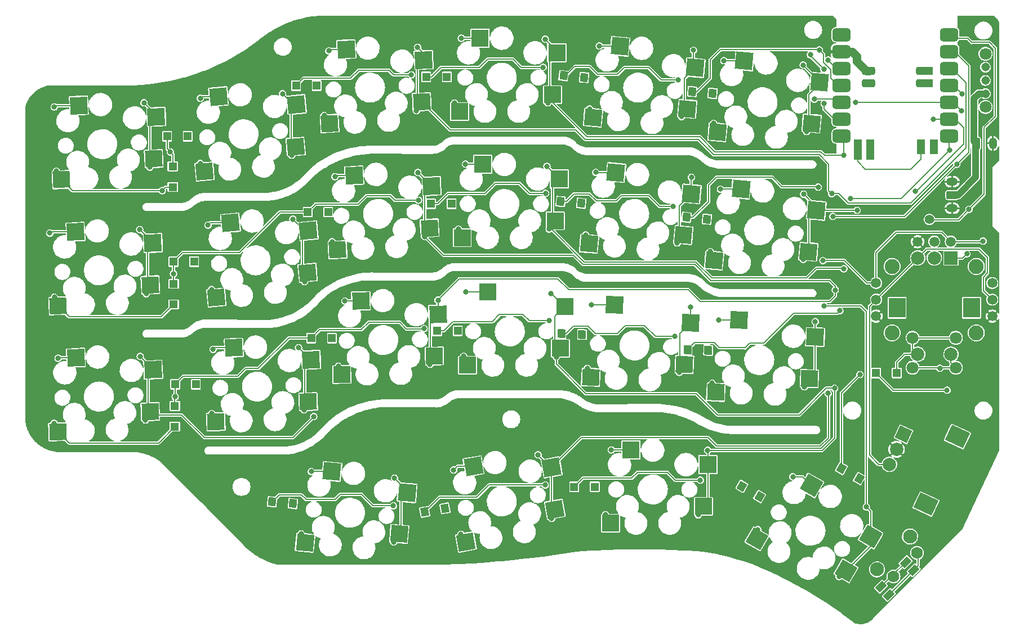
<source format=gbr>
%TF.GenerationSoftware,KiCad,Pcbnew,(6.0.0-0)*%
%TF.CreationDate,2023-08-01T21:22:34-07:00*%
%TF.ProjectId,xobdox_seeed,786f6264-6f78-45f7-9365-6565642e6b69,rev?*%
%TF.SameCoordinates,Original*%
%TF.FileFunction,Copper,L2,Bot*%
%TF.FilePolarity,Positive*%
%FSLAX46Y46*%
G04 Gerber Fmt 4.6, Leading zero omitted, Abs format (unit mm)*
G04 Created by KiCad (PCBNEW (6.0.0-0)) date 2023-08-01 21:22:34*
%MOMM*%
%LPD*%
G01*
G04 APERTURE LIST*
G04 Aperture macros list*
%AMRoundRect*
0 Rectangle with rounded corners*
0 $1 Rounding radius*
0 $2 $3 $4 $5 $6 $7 $8 $9 X,Y pos of 4 corners*
0 Add a 4 corners polygon primitive as box body*
4,1,4,$2,$3,$4,$5,$6,$7,$8,$9,$2,$3,0*
0 Add four circle primitives for the rounded corners*
1,1,$1+$1,$2,$3*
1,1,$1+$1,$4,$5*
1,1,$1+$1,$6,$7*
1,1,$1+$1,$8,$9*
0 Add four rect primitives between the rounded corners*
20,1,$1+$1,$2,$3,$4,$5,0*
20,1,$1+$1,$4,$5,$6,$7,0*
20,1,$1+$1,$6,$7,$8,$9,0*
20,1,$1+$1,$8,$9,$2,$3,0*%
%AMRotRect*
0 Rectangle, with rotation*
0 The origin of the aperture is its center*
0 $1 length*
0 $2 width*
0 $3 Rotation angle, in degrees counterclockwise*
0 Add horizontal line*
21,1,$1,$2,0,0,$3*%
G04 Aperture macros list end*
%TA.AperFunction,SMDPad,CuDef*%
%ADD10R,1.300000X1.150000*%
%TD*%
%TA.AperFunction,SMDPad,CuDef*%
%ADD11RotRect,1.150000X1.300000X358.000000*%
%TD*%
%TA.AperFunction,SMDPad,CuDef*%
%ADD12RotRect,1.150000X1.300000X357.500000*%
%TD*%
%TA.AperFunction,SMDPad,CuDef*%
%ADD13R,1.150000X1.300000*%
%TD*%
%TA.AperFunction,SMDPad,CuDef*%
%ADD14RotRect,1.150000X1.300000X355.000000*%
%TD*%
%TA.AperFunction,SMDPad,CuDef*%
%ADD15RotRect,1.150000X1.300000X10.000000*%
%TD*%
%TA.AperFunction,SMDPad,CuDef*%
%ADD16RotRect,1.150000X1.300000X330.000000*%
%TD*%
%TA.AperFunction,SMDPad,CuDef*%
%ADD17RotRect,2.550000X2.500000X183.000000*%
%TD*%
%TA.AperFunction,SMDPad,CuDef*%
%ADD18RotRect,2.600000X2.600000X3.000000*%
%TD*%
%TA.AperFunction,SMDPad,CuDef*%
%ADD19RotRect,2.600000X2.600000X5.000000*%
%TD*%
%TA.AperFunction,SMDPad,CuDef*%
%ADD20RotRect,2.550000X2.500000X185.000000*%
%TD*%
%TA.AperFunction,SMDPad,CuDef*%
%ADD21RotRect,2.550000X2.500000X150.000000*%
%TD*%
%TA.AperFunction,SMDPad,CuDef*%
%ADD22RotRect,2.600000X2.600000X330.000000*%
%TD*%
%TA.AperFunction,SMDPad,CuDef*%
%ADD23RotRect,2.550000X2.500000X175.000000*%
%TD*%
%TA.AperFunction,SMDPad,CuDef*%
%ADD24RotRect,2.600000X2.600000X355.000000*%
%TD*%
%TA.AperFunction,ComponentPad*%
%ADD25RoundRect,0.300000X-0.700000X-0.300000X0.700000X-0.300000X0.700000X0.300000X-0.700000X0.300000X0*%
%TD*%
%TA.AperFunction,ComponentPad*%
%ADD26R,1.200000X2.200000*%
%TD*%
%TA.AperFunction,ComponentPad*%
%ADD27C,1.400000*%
%TD*%
%TA.AperFunction,SMDPad,CuDef*%
%ADD28RotRect,2.600000X2.600000X2.500000*%
%TD*%
%TA.AperFunction,SMDPad,CuDef*%
%ADD29RotRect,2.550000X2.500000X182.500000*%
%TD*%
%TA.AperFunction,ComponentPad*%
%ADD30C,1.778000*%
%TD*%
%TA.AperFunction,ComponentPad*%
%ADD31C,2.100000*%
%TD*%
%TA.AperFunction,SMDPad,CuDef*%
%ADD32R,2.550000X2.500000*%
%TD*%
%TA.AperFunction,SMDPad,CuDef*%
%ADD33R,2.600000X2.600000*%
%TD*%
%TA.AperFunction,SMDPad,CuDef*%
%ADD34RotRect,2.550000X2.500000X178.000000*%
%TD*%
%TA.AperFunction,SMDPad,CuDef*%
%ADD35RotRect,2.600000X2.600000X358.000000*%
%TD*%
%TA.AperFunction,SMDPad,CuDef*%
%ADD36RotRect,2.600000X2.600000X357.500000*%
%TD*%
%TA.AperFunction,SMDPad,CuDef*%
%ADD37RotRect,2.550000X2.500000X177.500000*%
%TD*%
%TA.AperFunction,SMDPad,CuDef*%
%ADD38RotRect,2.600000X2.600000X10.000000*%
%TD*%
%TA.AperFunction,SMDPad,CuDef*%
%ADD39RotRect,2.550000X2.500000X190.000000*%
%TD*%
%TA.AperFunction,SMDPad,CuDef*%
%ADD40RotRect,2.600000X2.600000X2.000000*%
%TD*%
%TA.AperFunction,SMDPad,CuDef*%
%ADD41RotRect,2.550000X2.500000X182.000000*%
%TD*%
%TA.AperFunction,ComponentPad*%
%ADD42RoundRect,0.250000X0.625000X-0.350000X0.625000X0.350000X-0.625000X0.350000X-0.625000X-0.350000X0*%
%TD*%
%TA.AperFunction,ComponentPad*%
%ADD43O,1.750000X1.200000*%
%TD*%
%TA.AperFunction,ComponentPad*%
%ADD44RotRect,2.000000X2.000000X335.000000*%
%TD*%
%TA.AperFunction,ComponentPad*%
%ADD45C,2.000000*%
%TD*%
%TA.AperFunction,ComponentPad*%
%ADD46RotRect,3.000000X2.500000X335.000000*%
%TD*%
%TA.AperFunction,SMDPad,CuDef*%
%ADD47RotRect,2.550000X2.500000X181.000000*%
%TD*%
%TA.AperFunction,SMDPad,CuDef*%
%ADD48RotRect,2.600000X2.600000X1.000000*%
%TD*%
%TA.AperFunction,ComponentPad*%
%ADD49C,1.308000*%
%TD*%
%TA.AperFunction,ComponentPad*%
%ADD50C,1.800000*%
%TD*%
%TA.AperFunction,ComponentPad*%
%ADD51C,2.250000*%
%TD*%
%TA.AperFunction,ComponentPad*%
%ADD52C,1.508000*%
%TD*%
%TA.AperFunction,ComponentPad*%
%ADD53RoundRect,0.250000X-0.350000X-0.625000X0.350000X-0.625000X0.350000X0.625000X-0.350000X0.625000X0*%
%TD*%
%TA.AperFunction,ComponentPad*%
%ADD54O,1.200000X1.750000*%
%TD*%
%TA.AperFunction,SMDPad,CuDef*%
%ADD55RotRect,1.550000X1.000000X45.000000*%
%TD*%
%TA.AperFunction,ComponentPad*%
%ADD56R,2.000000X2.000000*%
%TD*%
%TA.AperFunction,ComponentPad*%
%ADD57R,2.500000X3.000000*%
%TD*%
%TA.AperFunction,SMDPad,CuDef*%
%ADD58RoundRect,0.500000X0.875000X0.500000X-0.875000X0.500000X-0.875000X-0.500000X0.875000X-0.500000X0*%
%TD*%
%TA.AperFunction,SMDPad,CuDef*%
%ADD59R,2.286000X1.270000*%
%TD*%
%TA.AperFunction,ComponentPad*%
%ADD60RoundRect,0.300000X0.700000X0.300000X-0.700000X0.300000X-0.700000X-0.300000X0.700000X-0.300000X0*%
%TD*%
%TA.AperFunction,SMDPad,CuDef*%
%ADD61R,1.270000X3.086000*%
%TD*%
%TA.AperFunction,ComponentPad*%
%ADD62RoundRect,0.250000X-0.625000X0.350000X-0.625000X-0.350000X0.625000X-0.350000X0.625000X0.350000X0*%
%TD*%
%TA.AperFunction,ViaPad*%
%ADD63C,1.600000*%
%TD*%
%TA.AperFunction,ViaPad*%
%ADD64C,0.800000*%
%TD*%
%TA.AperFunction,Conductor*%
%ADD65C,0.203200*%
%TD*%
%TA.AperFunction,Conductor*%
%ADD66C,1.270000*%
%TD*%
%TA.AperFunction,Conductor*%
%ADD67C,0.508000*%
%TD*%
%TA.AperFunction,Conductor*%
%ADD68C,0.762000*%
%TD*%
%TA.AperFunction,Conductor*%
%ADD69C,1.016000*%
%TD*%
G04 APERTURE END LIST*
D10*
%TO.P,D1,A,A*%
%TO.N,Net-(D1-PadA)*%
X90855800Y-79553400D03*
%TO.P,D1,K,C*%
%TO.N,/ROW0*%
X90855800Y-76453400D03*
%TD*%
D11*
%TO.P,D18,A,A*%
%TO.N,Net-(D18-PadA)*%
X171322656Y-104143294D03*
%TO.P,D18,K,C*%
%TO.N,/ROW2*%
X168224544Y-104035106D03*
%TD*%
D12*
%TO.P,D17,A,A*%
%TO.N,Net-(D17-PadA)*%
X152373725Y-101743810D03*
%TO.P,D17,K,C*%
%TO.N,/ROW2*%
X149276675Y-101608590D03*
%TD*%
D13*
%TO.P,D10,A,A*%
%TO.N,Net-(D10-PadA)*%
X132741000Y-82067400D03*
%TO.P,D10,K,C*%
%TO.N,/ROW1*%
X129641000Y-82067400D03*
%TD*%
%TO.P,D14,A,A*%
%TO.N,Net-(D14-PadA)*%
X94310800Y-109245400D03*
%TO.P,D14,K,C*%
%TO.N,/ROW2*%
X91210800Y-109245400D03*
%TD*%
%TO.P,D8,A,A*%
%TO.N,Net-(D8-PadA)*%
X94056800Y-90779600D03*
%TO.P,D8,K,C*%
%TO.N,/ROW1*%
X90956800Y-90779600D03*
%TD*%
%TO.P,D22,A,A*%
%TO.N,Net-(D22-PadA)*%
X154280200Y-124688600D03*
%TO.P,D22,K,C*%
%TO.N,/ROW3*%
X151180200Y-124688600D03*
%TD*%
%TO.P,D2,A,A*%
%TO.N,Net-(D2-PadA)*%
X93091600Y-71907400D03*
%TO.P,D2,K,C*%
%TO.N,/ROW0*%
X89991600Y-71907400D03*
%TD*%
D14*
%TO.P,D5,A,A*%
%TO.N,Net-(D5-PadA)*%
X152674102Y-63050891D03*
%TO.P,D5,K,C*%
%TO.N,/ROW0*%
X149585898Y-62780709D03*
%TD*%
D10*
%TO.P,D13,A,A*%
%TO.N,Net-(D13-PadA)*%
X91160600Y-115621400D03*
%TO.P,D13,K,C*%
%TO.N,/ROW2*%
X91160600Y-112521400D03*
%TD*%
D13*
%TO.P,D4,A,A*%
%TO.N,Net-(D4-PadA)*%
X132029800Y-62966600D03*
%TO.P,D4,K,C*%
%TO.N,/ROW0*%
X128929800Y-62966600D03*
%TD*%
D15*
%TO.P,D21,A,A*%
%TO.N,Net-(D21-PadA)*%
X131777652Y-127924645D03*
%TO.P,D21,K,C*%
%TO.N,/ROW3*%
X128724748Y-128462955D03*
%TD*%
D13*
%TO.P,D3,A,A*%
%TO.N,Net-(D3-PadA)*%
X112471800Y-64287400D03*
%TO.P,D3,K,C*%
%TO.N,/ROW0*%
X109371800Y-64287400D03*
%TD*%
%TO.P,D16,A,A*%
%TO.N,Net-(D16-PadA)*%
X133680800Y-101193600D03*
%TO.P,D16,K,C*%
%TO.N,/ROW2*%
X130580800Y-101193600D03*
%TD*%
%TO.P,D15,A,A*%
%TO.N,Net-(D15-PadA)*%
X114757800Y-102285800D03*
%TO.P,D15,K,C*%
%TO.N,/ROW2*%
X111657800Y-102285800D03*
%TD*%
D14*
%TO.P,D11,A,A*%
%TO.N,Net-(D11-PadA)*%
X152242302Y-81999291D03*
%TO.P,D11,K,C*%
%TO.N,/ROW1*%
X149154098Y-81729109D03*
%TD*%
D13*
%TO.P,D19,A,A*%
%TO.N,Net-(D19-PadA)*%
X199670000Y-107543600D03*
%TO.P,D19,K,C*%
%TO.N,/ROW3*%
X196570000Y-107543600D03*
%TD*%
D14*
%TO.P,D6,A,A*%
%TO.N,Net-(D6-PadA)*%
X171998204Y-65446582D03*
%TO.P,D6,K,C*%
%TO.N,/ROW0*%
X168910000Y-65176400D03*
%TD*%
D16*
%TO.P,D24,A,A*%
%TO.N,Net-(D24-PadA)*%
X194052139Y-123457000D03*
%TO.P,D24,K,C*%
%TO.N,/ROW3*%
X191367461Y-121907000D03*
%TD*%
D10*
%TO.P,D7,A,A*%
%TO.N,Net-(D7-PadA)*%
X90982800Y-97231800D03*
%TO.P,D7,K,C*%
%TO.N,/ROW1*%
X90982800Y-94131800D03*
%TD*%
D14*
%TO.P,D20,A,A*%
%TO.N,Net-(D20-PadA)*%
X108884502Y-127211291D03*
%TO.P,D20,K,C*%
%TO.N,/ROW3*%
X105796298Y-126941109D03*
%TD*%
D16*
%TO.P,D23,A,A*%
%TO.N,Net-(D23-PadA)*%
X179066139Y-126149400D03*
%TO.P,D23,K,C*%
%TO.N,/ROW3*%
X176381461Y-124599400D03*
%TD*%
D13*
%TO.P,D9,A,A*%
%TO.N,Net-(D9-PadA)*%
X114224400Y-83312000D03*
%TO.P,D9,K,C*%
%TO.N,/ROW1*%
X111124400Y-83312000D03*
%TD*%
D14*
%TO.P,D12,A,A*%
%TO.N,Net-(D12-PadA)*%
X171139902Y-84386891D03*
%TO.P,D12,K,C*%
%TO.N,/ROW1*%
X168051698Y-84116709D03*
%TD*%
D17*
%TO.P,S9,S1,1*%
%TO.N,Net-(D9-PadA)*%
X115620676Y-88995019D03*
D18*
X118119189Y-77818941D03*
%TO.P,S9,S2,2*%
%TO.N,/COL2*%
X129768500Y-79411445D03*
D17*
X129448584Y-85726843D03*
%TD*%
D19*
%TO.P,S8,S1,1*%
%TO.N,Net-(D8-PadA)*%
X99519986Y-84947463D03*
D20*
X97413034Y-96203930D03*
D19*
%TO.P,S8,S2,2*%
%TO.N,/COL1*%
X111217777Y-86132442D03*
D20*
X111118460Y-92455158D03*
%TD*%
D21*
%TO.P,S22,S1,1*%
%TO.N,Net-(D23-PadA)*%
X178657509Y-132511295D03*
D22*
X186839867Y-124499035D03*
D21*
%TO.P,S22,S2,2*%
%TO.N,/COL4*%
X192034544Y-137301591D03*
D22*
X195742460Y-132179291D03*
%TD*%
D23*
%TO.P,S19,S1,1*%
%TO.N,Net-(D20-PadA)*%
X110727532Y-133096180D03*
D24*
X114757139Y-122376592D03*
D23*
%TO.P,S19,S2,2*%
%TO.N,/COL1*%
X124875709Y-131784283D03*
D24*
X126071445Y-125574870D03*
%TD*%
D25*
%TO.P,U1,BAT_H,VBAT+*%
%TO.N,/VBAT*%
X195456100Y-63954386D03*
%TO.P,U1,GND_H,VBAT-*%
%TO.N,GND*%
X195456100Y-62049386D03*
D26*
%TO.P,U1,NFC1_H,P0.09_NFC1*%
%TO.N,/COL5*%
X203311100Y-73479386D03*
%TO.P,U1,NFC2_H,P0.10_NFC2*%
%TO.N,/ROW2*%
X205216100Y-73479386D03*
%TD*%
D27*
%TO.P,J3,1,Pin_1*%
%TO.N,/EXT_PIN*%
X204597000Y-84429600D03*
%TD*%
D28*
%TO.P,S1,S1,1*%
%TO.N,Net-(D1-PadA)*%
X76719679Y-67287906D03*
D29*
X74123732Y-78441755D03*
%TO.P,S1,S2,2*%
%TO.N,/COL0*%
X87979633Y-75294374D03*
D28*
X88354648Y-68982008D03*
%TD*%
D30*
%TO.P,S23,1,P*%
%TO.N,Net-(D24-PadA)*%
X199179078Y-138173212D03*
%TO.P,S23,2,S*%
%TO.N,/COL5*%
X202714612Y-134637678D03*
D31*
%TO.P,S23,MP*%
%TO.N,N/C*%
X196704204Y-137112552D03*
X201653952Y-132162804D03*
%TD*%
D24*
%TO.P,S11,S1,1*%
%TO.N,Net-(D11-PadA)*%
X157457139Y-77376592D03*
D23*
X153427532Y-88096180D03*
%TO.P,S11,S2,2*%
%TO.N,/COL4*%
X167575709Y-86784283D03*
D24*
X168771445Y-80574870D03*
%TD*%
D17*
%TO.P,S3,S1,1*%
%TO.N,Net-(D3-PadA)*%
X114420676Y-69995019D03*
D18*
X116919189Y-58818941D03*
D17*
%TO.P,S3,S2,2*%
%TO.N,/COL2*%
X128248584Y-66726843D03*
D18*
X128568500Y-60411445D03*
%TD*%
D32*
%TO.P,S10,S1,1*%
%TO.N,Net-(D10-PadA)*%
X134346100Y-87169386D03*
D33*
X137426100Y-76139386D03*
%TO.P,S10,S2,2*%
%TO.N,/COL3*%
X148976100Y-78339386D03*
D32*
X148326100Y-84629386D03*
%TD*%
D34*
%TO.P,S18,S1,1*%
%TO.N,Net-(D18-PadA)*%
X172472682Y-110444505D03*
D35*
X175935747Y-99528715D03*
%TO.P,S18,S2,2*%
%TO.N,/COL5*%
X187401932Y-102130464D03*
D34*
X186532810Y-108393947D03*
%TD*%
D33*
%TO.P,S4,S1,1*%
%TO.N,Net-(D4-PadA)*%
X137026100Y-57139386D03*
D32*
X133946100Y-68169386D03*
%TO.P,S4,S2,2*%
%TO.N,/COL3*%
X147926100Y-65629386D03*
D33*
X148576100Y-59339386D03*
%TD*%
D36*
%TO.P,S17,S1,1*%
%TO.N,Net-(D17-PadA)*%
X157238752Y-97302196D03*
D37*
X153680562Y-108187350D03*
D36*
%TO.P,S17,S2,2*%
%TO.N,/COL4*%
X168681797Y-100003906D03*
D37*
X167758049Y-106259566D03*
%TD*%
D23*
%TO.P,S5,S1,1*%
%TO.N,Net-(D5-PadA)*%
X154027532Y-69096180D03*
D24*
X158057139Y-58376592D03*
%TO.P,S5,S2,2*%
%TO.N,/COL4*%
X169371445Y-61574870D03*
D23*
X168175709Y-67784283D03*
%TD*%
D38*
%TO.P,S20,S1,1*%
%TO.N,Net-(D21-PadA)*%
X136042648Y-121598478D03*
D39*
X134924779Y-132995744D03*
%TO.P,S20,S2,2*%
%TO.N,/COL2*%
X148251325Y-128066730D03*
D38*
X147799203Y-121759418D03*
%TD*%
D40*
%TO.P,S13,S1,1*%
%TO.N,Net-(D13-PadA)*%
X76270443Y-105257306D03*
D41*
X73577261Y-116388078D03*
D40*
%TO.P,S13,S2,2*%
%TO.N,/COL0*%
X87890186Y-107052877D03*
D41*
X87460100Y-113361730D03*
%TD*%
D42*
%TO.P,J1,1,+*%
%TO.N,/VBAT_IN*%
X208000000Y-80750000D03*
D43*
%TO.P,J1,2,-*%
%TO.N,GND*%
X208000000Y-78750000D03*
%TD*%
D32*
%TO.P,S16,S1,1*%
%TO.N,Net-(D16-PadA)*%
X135146100Y-106369386D03*
D33*
X138226100Y-95339386D03*
D32*
%TO.P,S16,S2,2*%
%TO.N,/COL3*%
X149126100Y-103829386D03*
D33*
X149776100Y-97539386D03*
%TD*%
D44*
%TO.P,ENC1,A,A*%
%TO.N,/ENC_A*%
X200685815Y-116770248D03*
D45*
%TO.P,ENC1,B,B*%
%TO.N,/ENC_B*%
X198572724Y-121301787D03*
%TO.P,ENC1,C,C*%
%TO.N,GND*%
X199629269Y-119036017D03*
D46*
%TO.P,ENC1,MP*%
%TO.N,N/C*%
X204059915Y-127280978D03*
X208793240Y-117130331D03*
%TD*%
D47*
%TO.P,S15,S1,1*%
%TO.N,Net-(D15-PadA)*%
X116235726Y-107779522D03*
D48*
X119122757Y-96697449D03*
D47*
%TO.P,S15,S2,2*%
%TO.N,/COL2*%
X130169268Y-104995925D03*
D48*
X130709393Y-98695538D03*
%TD*%
D41*
%TO.P,S14,S1,1*%
%TO.N,Net-(D14-PadA)*%
X97327261Y-114888078D03*
D40*
X100020443Y-103757306D03*
%TO.P,S14,S2,2*%
%TO.N,/COL1*%
X111640186Y-105552877D03*
D41*
X111210100Y-111861730D03*
%TD*%
D49*
%TO.P,SW1,1,P*%
%TO.N,/VBAT*%
X213000000Y-63500000D03*
%TO.P,SW1,2,O*%
%TO.N,/VBAT_IN*%
X213000000Y-65500000D03*
%TO.P,SW1,3,S*%
%TO.N,unconnected-(SW1-Pad3)*%
X213000000Y-61500000D03*
D50*
%TO.P,SW1,4*%
%TO.N,N/C*%
X213000000Y-67500000D03*
%TO.P,SW1,5*%
X213000000Y-59500000D03*
%TD*%
D20*
%TO.P,S2,S1,1*%
%TO.N,Net-(D2-PadA)*%
X95613034Y-77203930D03*
D19*
X97719986Y-65947463D03*
D20*
%TO.P,S2,S2,2*%
%TO.N,/COL1*%
X109318460Y-73455158D03*
D19*
X109417777Y-67132442D03*
%TD*%
D23*
%TO.P,S12,S1,1*%
%TO.N,Net-(D12-PadA)*%
X172227532Y-90596180D03*
D24*
X176257139Y-79876592D03*
%TO.P,S12,S2,2*%
%TO.N,/COL5*%
X187571445Y-83074870D03*
D23*
X186375709Y-89284283D03*
%TD*%
D29*
%TO.P,S7,S1,1*%
%TO.N,Net-(D7-PadA)*%
X73623735Y-97441752D03*
D28*
X76219682Y-86287903D03*
D29*
%TO.P,S7,S2,2*%
%TO.N,/COL0*%
X87479636Y-94294371D03*
D28*
X87854651Y-87982005D03*
%TD*%
D50*
%TO.P,JOY1,A,SW_1*%
%TO.N,Net-(D19-PadA)*%
X202050000Y-102250000D03*
%TO.P,JOY1,B,SW_1*%
X208550000Y-102250000D03*
%TO.P,JOY1,C,SW_2*%
%TO.N,/COL0*%
X202050000Y-106750000D03*
%TO.P,JOY1,D,SW_2*%
X208550000Y-106750000D03*
D51*
%TO.P,JOY1,P$1,SHEILD*%
%TO.N,Net-(JOY1-PadP$1)*%
X198975000Y-91500000D03*
%TO.P,JOY1,P$2,SHEILD*%
X211625000Y-91500000D03*
%TO.P,JOY1,P$3,SHEILD*%
X198975000Y-101500000D03*
%TO.P,JOY1,P$4,SHEILD*%
X211625000Y-101500000D03*
D52*
%TO.P,JOY1,X1,X1+/X2-*%
%TO.N,/3V3*%
X207800000Y-87770000D03*
%TO.P,JOY1,X2,X1/X2*%
%TO.N,/ENC_A*%
X205300000Y-87770000D03*
%TO.P,JOY1,X3,X1-/X2+*%
%TO.N,GND*%
X202800000Y-87770000D03*
%TO.P,JOY1,Y1,Y1+*%
X214030000Y-99000000D03*
%TO.P,JOY1,Y1B,Y2+*%
X196570000Y-99000000D03*
%TO.P,JOY1,Y2,Y1*%
%TO.N,/ENC_B*%
X214030000Y-96500000D03*
%TO.P,JOY1,Y2B,Y2*%
X196570000Y-96500000D03*
%TO.P,JOY1,Y3,Y1-*%
%TO.N,/3V3*%
X214030000Y-94000000D03*
%TO.P,JOY1,Y3B,Y2-*%
X196570000Y-94000000D03*
%TD*%
D53*
%TO.P,BAT1,1,Pin_1*%
%TO.N,/VBAT_IN*%
X211580000Y-72980000D03*
D54*
%TO.P,BAT1,2,Pin_2*%
%TO.N,GND*%
X214120000Y-72980000D03*
%TD*%
D55*
%TO.P,S24,1,P*%
%TO.N,/COL5*%
X198494021Y-140934461D03*
X202206332Y-137222150D03*
%TO.P,S24,2,S*%
%TO.N,Net-(D24-PadA)*%
X197291939Y-139732379D03*
X201004250Y-136020068D03*
%TD*%
D56*
%TO.P,ENC2,A,A*%
%TO.N,/ENC_A*%
X207822800Y-90220800D03*
D45*
%TO.P,ENC2,B,B*%
%TO.N,/ENC_B*%
X202822800Y-90220800D03*
%TO.P,ENC2,C,C*%
%TO.N,unconnected-(ENC2-PadC)*%
X205322800Y-90220800D03*
D57*
%TO.P,ENC2,MP*%
%TO.N,N/C*%
X199722800Y-97720800D03*
X210922800Y-97720800D03*
D45*
%TO.P,ENC2,S1,S1*%
%TO.N,/COL0*%
X207822800Y-104720800D03*
%TO.P,ENC2,S2,S2*%
%TO.N,Net-(D19-PadA)*%
X202822800Y-104720800D03*
%TD*%
D23*
%TO.P,S6,S1,1*%
%TO.N,Net-(D6-PadA)*%
X172727532Y-71296180D03*
D24*
X176757139Y-60576592D03*
D23*
%TO.P,S6,S2,2*%
%TO.N,/COL5*%
X186875709Y-69984283D03*
D24*
X188071445Y-63774870D03*
%TD*%
D33*
%TO.P,S21,S1,1*%
%TO.N,Net-(D22-PadA)*%
X159726100Y-119139386D03*
D32*
X156646100Y-130169386D03*
D33*
%TO.P,S21,S2,2*%
%TO.N,/COL3*%
X171276100Y-121339386D03*
D32*
X170626100Y-127629386D03*
%TD*%
D58*
%TO.P,U2,1,P0.02_A0_D0*%
%TO.N,/EXT_PIN*%
X207556100Y-56629386D03*
%TO.P,U2,2,P0.03_A1_D1*%
%TO.N,/ROW2*%
X207556100Y-59169386D03*
%TO.P,U2,3,P0.28_A2_D2*%
%TO.N,/COL2*%
X207556100Y-61709386D03*
%TO.P,U2,4,P0.29_A3_D3*%
%TO.N,/ROW3*%
X207556100Y-64249386D03*
%TO.P,U2,5,P0.04_A4_D4_SDA*%
%TO.N,/ENC_A*%
X207556100Y-66789386D03*
%TO.P,U2,6,P0.05_A5_D5_SCL*%
%TO.N,/ENC_B*%
X207556100Y-69329386D03*
%TO.P,U2,7,P1.11_D6_TX*%
%TO.N,/COL1*%
X207556100Y-71869386D03*
%TO.P,U2,8,P1.12_D7_RX*%
%TO.N,/COL3*%
X191391100Y-71869386D03*
%TO.P,U2,9,P1.13_D8_SCK*%
%TO.N,/COL4*%
X191391100Y-69329386D03*
%TO.P,U2,10,P1.14_D9_MISO*%
%TO.N,/ROW1*%
X191391100Y-66789386D03*
%TO.P,U2,11,P1.15_D10_MOSI*%
%TO.N,/ROW0*%
X191391100Y-64249386D03*
%TO.P,U2,12,3V3*%
%TO.N,/3V3*%
X191391100Y-61709386D03*
%TO.P,U2,13,GND*%
%TO.N,GND*%
X191391100Y-59169386D03*
%TO.P,U2,14,5V*%
%TO.N,unconnected-(U2-Pad14)*%
X191391100Y-56629386D03*
D59*
%TO.P,U2,BAT,VBAT+*%
%TO.N,/VBAT*%
X203946100Y-63954386D03*
D60*
%TO.P,U2,BAT_H,VBAT+*%
X203546100Y-63954386D03*
D59*
%TO.P,U2,GND,VBAT-*%
%TO.N,GND*%
X203946100Y-62049386D03*
D60*
%TO.P,U2,GND_H,VBAT-*%
X203546100Y-62049386D03*
D61*
%TO.P,U2,NFC1,P0.09_NFC1*%
%TO.N,/COL0*%
X195691100Y-73879386D03*
D26*
%TO.P,U2,NFC1_H,P0.09_NFC1*%
X195691100Y-73479386D03*
D61*
%TO.P,U2,NFC2,P0.10_NFC2*%
%TO.N,/COL5*%
X193786100Y-73879386D03*
D26*
%TO.P,U2,NFC2_H,P0.10_NFC2*%
X193786100Y-73479386D03*
%TD*%
D62*
%TO.P,J2,1,+*%
%TO.N,/VBAT_IN*%
X208000000Y-80750000D03*
D43*
%TO.P,J2,2,-*%
%TO.N,GND*%
X208000000Y-82750000D03*
%TD*%
D63*
%TO.N,GND*%
X176784000Y-55219600D03*
D64*
%TO.N,/ROW3*%
X191367461Y-121907000D03*
X196570000Y-107543600D03*
X209455300Y-65498795D03*
X194132200Y-107772200D03*
X151180200Y-124688600D03*
X105796298Y-126941109D03*
X170154600Y-123672600D03*
X128724748Y-128462955D03*
X207238600Y-110134400D03*
X124002800Y-127533400D03*
X146837400Y-124409200D03*
X176381461Y-124599400D03*
%TO.N,/ROW2*%
X208686400Y-76123800D03*
X168224544Y-104035106D03*
X91211400Y-111125000D03*
X91210800Y-109245400D03*
X128625600Y-100863400D03*
X166293800Y-102031800D03*
X147383397Y-99690081D03*
X191109600Y-98171000D03*
X149276675Y-101608590D03*
X130580800Y-101193600D03*
X111657800Y-102285800D03*
X190068200Y-83972400D03*
%TO.N,/ROW1*%
X187274200Y-66319400D03*
X129641000Y-82067400D03*
X168051698Y-84116709D03*
X90956800Y-90779600D03*
X146888200Y-80492600D03*
X187858400Y-79552800D03*
X127787400Y-81534000D03*
X111124400Y-83312000D03*
X166039800Y-82448400D03*
X90957400Y-92608400D03*
X149154098Y-81729109D03*
%TO.N,/ROW0*%
X166818304Y-63443018D03*
X128929800Y-62966600D03*
X149585898Y-62780709D03*
X109371800Y-64287400D03*
X168910000Y-65176400D03*
X188036200Y-58902600D03*
X126720600Y-62661800D03*
X146507200Y-61518800D03*
X90474800Y-74269600D03*
%TO.N,/COL5*%
X185597800Y-61188600D03*
X186131200Y-71196200D03*
X193700400Y-83051100D03*
X187426600Y-99796600D03*
X185674000Y-80619600D03*
X185623200Y-90449400D03*
X185775600Y-109626400D03*
%TO.N,/COL4*%
X166979600Y-107442000D03*
X195097400Y-127711200D03*
X168681400Y-97663000D03*
X191008000Y-138176000D03*
X186690000Y-59639200D03*
X188754300Y-66972900D03*
X168808400Y-78079600D03*
X188722000Y-61849000D03*
X166674800Y-87960200D03*
X188747400Y-97485200D03*
X167335200Y-68961000D03*
X169113200Y-58953400D03*
%TO.N,/COL3*%
X148488400Y-105130600D03*
X171246800Y-119176800D03*
X191719200Y-91871800D03*
X147421600Y-85877400D03*
X147091400Y-76454000D03*
X147701000Y-95554800D03*
X147218400Y-66878200D03*
X169824400Y-128905000D03*
X190322200Y-109855000D03*
X146837400Y-57302400D03*
X191744600Y-74803000D03*
%TO.N,/COL2*%
X129514600Y-106222800D03*
X190423800Y-95046800D03*
X130708400Y-96570800D03*
X189357000Y-110617000D03*
X147802600Y-129438400D03*
X127635000Y-58496200D03*
X127685800Y-77368400D03*
X127482600Y-68046600D03*
X145745200Y-119862600D03*
X128752600Y-87020400D03*
X189890400Y-80543400D03*
%TO.N,/COL1*%
X107340400Y-65506600D03*
X124053600Y-132994400D03*
X108889800Y-84378800D03*
X124180600Y-123367800D03*
X192760600Y-81280000D03*
X108737400Y-74752200D03*
X110642400Y-93776800D03*
X110566200Y-113080800D03*
X109753400Y-103733600D03*
X207594200Y-74015600D03*
%TO.N,/COL0*%
X112039400Y-114096800D03*
X85953600Y-105054400D03*
X206146400Y-106832400D03*
X87401400Y-76555600D03*
X86741000Y-114630200D03*
X86512400Y-66852800D03*
X85877400Y-85953600D03*
X86868000Y-95605600D03*
%TO.N,/EXT_PIN*%
X210515200Y-82931000D03*
%TO.N,/3V3*%
X212648800Y-87680800D03*
X188569600Y-90627200D03*
X189357000Y-60426600D03*
%TO.N,/ENC_B*%
X205206600Y-69342000D03*
X202438000Y-80162400D03*
%TO.N,/ENC_A*%
X193497200Y-66776600D03*
X210210400Y-89585800D03*
X209397600Y-68046600D03*
%TO.N,Net-(D1-PadA)*%
X73355200Y-77165200D03*
X89260868Y-80091468D03*
X73025000Y-67487800D03*
%TO.N,Net-(D2-PadA)*%
X94996000Y-75996800D03*
X94996000Y-66192400D03*
X93065600Y-71932800D03*
%TO.N,Net-(D3-PadA)*%
X114300000Y-59055000D03*
X113614200Y-68783200D03*
X112471800Y-64287400D03*
%TO.N,Net-(D4-PadA)*%
X133197600Y-66903600D03*
X134213600Y-57150000D03*
X132029800Y-62966600D03*
%TO.N,Net-(D5-PadA)*%
X154965400Y-58318400D03*
X152674102Y-63050891D03*
X153492200Y-67792600D03*
%TO.N,Net-(D6-PadA)*%
X171998204Y-65446582D03*
X172135800Y-69977000D03*
X173685200Y-60528200D03*
%TO.N,Net-(D7-PadA)*%
X73050400Y-96139000D03*
X90982800Y-97231800D03*
X72364600Y-86487000D03*
%TO.N,Net-(D8-PadA)*%
X94056800Y-90779600D03*
X96139000Y-85293200D03*
X96672400Y-94970600D03*
%TO.N,Net-(D9-PadA)*%
X114224400Y-83312000D03*
X115214400Y-77978000D03*
X114808000Y-87782400D03*
%TO.N,Net-(D10-PadA)*%
X133781800Y-85877400D03*
X132741000Y-82067400D03*
X134848600Y-76098400D03*
%TO.N,Net-(D11-PadA)*%
X152908000Y-86766400D03*
X154432000Y-77343000D03*
X152242302Y-81999291D03*
%TO.N,Net-(D12-PadA)*%
X171653200Y-89281000D03*
X171139902Y-84386891D03*
X173177200Y-79883000D03*
%TO.N,Net-(D13-PadA)*%
X73609200Y-105333800D03*
X72999600Y-115112800D03*
X91160600Y-115621400D03*
%TO.N,Net-(D14-PadA)*%
X96697800Y-113665000D03*
X96901000Y-103987600D03*
X94310800Y-109245400D03*
%TO.N,Net-(D15-PadA)*%
X114757800Y-102285800D03*
X116713000Y-96723200D03*
X115722400Y-106527600D03*
%TO.N,Net-(D16-PadA)*%
X133680800Y-101193600D03*
X134924800Y-95351600D03*
X134569200Y-105029000D03*
%TO.N,Net-(D17-PadA)*%
X153162000Y-106857800D03*
X152373725Y-101743810D03*
X153797000Y-97282000D03*
%TO.N,Net-(D18-PadA)*%
X171322656Y-104143294D03*
X172948600Y-99568000D03*
X171932600Y-109093000D03*
%TO.N,Net-(D19-PadA)*%
X199670000Y-107543600D03*
%TO.N,Net-(D20-PadA)*%
X111658400Y-122377200D03*
X110134400Y-131749800D03*
X108884502Y-127211291D03*
%TO.N,Net-(D21-PadA)*%
X131777652Y-127924645D03*
X134162800Y-131826000D03*
X133070600Y-122148600D03*
%TO.N,Net-(D22-PadA)*%
X154280200Y-124688600D03*
X156768800Y-119126000D03*
X155879800Y-128879600D03*
%TO.N,Net-(D23-PadA)*%
X178790600Y-131114800D03*
X179066139Y-126149400D03*
X184048400Y-123164600D03*
%TO.N,Net-(D24-PadA)*%
X194052139Y-123457000D03*
%TD*%
D65*
%TO.N,GND*%
X191391100Y-59169386D02*
X190080986Y-59169386D01*
D66*
X195478400Y-62077600D02*
X195075260Y-62077600D01*
X195075260Y-62077600D02*
X193659080Y-60661420D01*
D67*
X189128400Y-58623200D02*
X189128400Y-58216800D01*
D66*
X193001976Y-59169376D02*
X192570176Y-59169376D01*
X193659080Y-59826480D02*
X193001976Y-59169376D01*
D67*
X189674576Y-59169376D02*
X189128400Y-58623200D01*
D68*
X195478400Y-62077600D02*
X195084319Y-62077600D01*
D66*
X193659080Y-60661420D02*
X193659080Y-59826480D01*
D67*
X190080976Y-59169376D02*
X189674576Y-59169376D01*
D66*
X191391108Y-59169376D02*
X192570176Y-59169376D01*
D69*
%TO.N,/VBAT_IN*%
X211277200Y-72677200D02*
X211277200Y-66222800D01*
X211277200Y-66222800D02*
X212000000Y-65500000D01*
X211580000Y-72980000D02*
X211277200Y-72677200D01*
X208860800Y-80750000D02*
X211520000Y-78090800D01*
X212000000Y-65500000D02*
X213000000Y-65500000D01*
X208000000Y-80750000D02*
X208860800Y-80750000D01*
X211520000Y-73040000D02*
X211580000Y-72980000D01*
X211520000Y-78090800D02*
X211520000Y-73040000D01*
D65*
%TO.N,/ROW3*%
X110185200Y-125907800D02*
X110896400Y-126619000D01*
X138379200Y-124409200D02*
X146837400Y-124409200D01*
X105796298Y-126941109D02*
X106829607Y-125907800D01*
X208205891Y-64249386D02*
X207556100Y-64249386D01*
X120929400Y-127533400D02*
X124002800Y-127533400D01*
X199186200Y-110159800D02*
X196570000Y-107543600D01*
X130924303Y-126263400D02*
X136525000Y-126263400D01*
X106829607Y-125907800D02*
X110185200Y-125907800D01*
X160731200Y-122478800D02*
X165201600Y-122478800D01*
X159816800Y-123393200D02*
X160731200Y-122478800D01*
X191367461Y-121907000D02*
X191367461Y-110536939D01*
X209455300Y-65498795D02*
X208205891Y-64249386D01*
X110896400Y-126619000D02*
X115214400Y-126619000D01*
X166395400Y-123672600D02*
X170154600Y-123672600D01*
X207213200Y-110159800D02*
X199186200Y-110159800D01*
X152475600Y-123393200D02*
X159816800Y-123393200D01*
X165201600Y-122478800D02*
X166395400Y-123672600D01*
X151180200Y-124688600D02*
X152475600Y-123393200D01*
X136525000Y-126263400D02*
X138379200Y-124409200D01*
X116027200Y-125806200D02*
X119202200Y-125806200D01*
X119202200Y-125806200D02*
X120929400Y-127533400D01*
X191367461Y-110536939D02*
X194132200Y-107772200D01*
X128724748Y-128462955D02*
X130924303Y-126263400D01*
X207238600Y-110134400D02*
X207213200Y-110159800D01*
X115214400Y-126619000D02*
X116027200Y-125806200D01*
%TO.N,/ROW2*%
X92404600Y-108051600D02*
X100609400Y-108051600D01*
X119176800Y-101041200D02*
X120294400Y-99923600D01*
X151063516Y-100482400D02*
X153263600Y-100482400D01*
X125958600Y-100914200D02*
X128574800Y-100914200D01*
X169262650Y-102997000D02*
X168224544Y-104035106D01*
X149937326Y-101608590D02*
X151063516Y-100482400D01*
X172999400Y-103759000D02*
X172237400Y-102997000D01*
X190068200Y-83972400D02*
X200837800Y-83972400D01*
X91160600Y-112521400D02*
X91160600Y-111175800D01*
X153263600Y-100482400D02*
X154406600Y-101625400D01*
X139928600Y-98755200D02*
X143484600Y-98755200D01*
X91210800Y-109245400D02*
X92404600Y-108051600D01*
X144419481Y-99690081D02*
X147383397Y-99690081D01*
X163398200Y-102031800D02*
X166293800Y-102031800D01*
X200837800Y-83972400D02*
X210489800Y-74320400D01*
X154406600Y-101625400D02*
X157657800Y-101625400D01*
X103682800Y-106883200D02*
X108280200Y-102285800D01*
X91211400Y-109246000D02*
X91210800Y-109245400D01*
X108280200Y-102285800D02*
X111657800Y-102285800D01*
X184175400Y-98526600D02*
X179654200Y-103047800D01*
X100609400Y-108051600D02*
X101777800Y-106883200D01*
X91211400Y-111125000D02*
X91211400Y-109246000D01*
X161772600Y-100406200D02*
X163398200Y-102031800D01*
X179654200Y-103047800D02*
X177571400Y-103047800D01*
X143484600Y-98755200D02*
X144419481Y-99690081D01*
X112902400Y-101041200D02*
X119176800Y-101041200D01*
X132969000Y-99796600D02*
X138887200Y-99796600D01*
X191109600Y-98171000D02*
X190754000Y-98526600D01*
X176860200Y-103759000D02*
X172999400Y-103759000D01*
X190754000Y-98526600D02*
X184175400Y-98526600D01*
X130580800Y-101193600D02*
X131572000Y-101193600D01*
X101777800Y-106883200D02*
X103682800Y-106883200D01*
X149276675Y-101608590D02*
X149937326Y-101608590D01*
X210489800Y-61290200D02*
X208368986Y-59169386D01*
X128574800Y-100914200D02*
X128625600Y-100863400D01*
X210489800Y-74320400D02*
X210489800Y-61290200D01*
X208368986Y-59169386D02*
X207556100Y-59169386D01*
X177571400Y-103047800D02*
X176860200Y-103759000D01*
X111657800Y-102285800D02*
X112902400Y-101041200D01*
X172237400Y-102997000D02*
X169262650Y-102997000D01*
X91160600Y-111175800D02*
X91211400Y-111125000D01*
X158877000Y-100406200D02*
X161772600Y-100406200D01*
X124968000Y-99923600D02*
X125958600Y-100914200D01*
X120294400Y-99923600D02*
X124968000Y-99923600D01*
X131572000Y-101193600D02*
X132969000Y-99796600D01*
X157657800Y-101625400D02*
X158877000Y-100406200D01*
X138887200Y-99796600D02*
X139928600Y-98755200D01*
%TO.N,/ROW1*%
X169045091Y-84116709D02*
X168051698Y-84116709D01*
X139293600Y-78968600D02*
X142976600Y-78968600D01*
X90982800Y-92633800D02*
X90957400Y-92608400D01*
X149154098Y-81729109D02*
X150020491Y-81729109D01*
X151180800Y-80568800D02*
X153441400Y-80568800D01*
X106959400Y-83312000D02*
X111124400Y-83312000D01*
X171373800Y-81788000D02*
X169045091Y-84116709D01*
X129641000Y-82067400D02*
X130632200Y-82067400D01*
X90957400Y-92608400D02*
X90957400Y-90780200D01*
X187833000Y-79527400D02*
X182422800Y-79527400D01*
X171373800Y-79273400D02*
X171373800Y-81788000D01*
X92303000Y-89433400D02*
X100838000Y-89433400D01*
X142976600Y-78968600D02*
X144500600Y-80492600D01*
X181000400Y-78105000D02*
X172542200Y-78105000D01*
X112343600Y-82092800D02*
X111124400Y-83312000D01*
X119989600Y-80822800D02*
X118719600Y-82092800D01*
X190921114Y-66319400D02*
X191391100Y-66789386D01*
X187858400Y-79552800D02*
X187833000Y-79527400D01*
X164007800Y-82448400D02*
X166039800Y-82448400D01*
X162407600Y-80848200D02*
X164007800Y-82448400D01*
X154533600Y-81661000D02*
X157480000Y-81661000D01*
X158292800Y-80848200D02*
X162407600Y-80848200D01*
X182422800Y-79527400D02*
X181000400Y-78105000D01*
X172542200Y-78105000D02*
X171373800Y-79273400D01*
X90956800Y-90779600D02*
X92303000Y-89433400D01*
X157480000Y-81661000D02*
X158292800Y-80848200D01*
X132181600Y-80518000D02*
X137744200Y-80518000D01*
X153441400Y-80568800D02*
X154533600Y-81661000D01*
X123520200Y-80822800D02*
X119989600Y-80822800D01*
X150020491Y-81729109D02*
X151180800Y-80568800D01*
X118719600Y-82092800D02*
X112343600Y-82092800D01*
X100838000Y-89433400D02*
X106959400Y-83312000D01*
X90982800Y-94131800D02*
X90982800Y-92633800D01*
X144500600Y-80492600D02*
X146888200Y-80492600D01*
X90957400Y-90780200D02*
X90956800Y-90779600D01*
X124231400Y-81534000D02*
X123520200Y-80822800D01*
X127787400Y-81534000D02*
X124231400Y-81534000D01*
X137744200Y-80518000D02*
X139293600Y-78968600D01*
X130632200Y-82067400D02*
X132181600Y-80518000D01*
X187274200Y-66319400D02*
X190921114Y-66319400D01*
%TO.N,/ROW0*%
X153543000Y-61417200D02*
X154711400Y-62585600D01*
X188645800Y-60833000D02*
X189733321Y-61920521D01*
X136931400Y-61544200D02*
X138176000Y-60299600D01*
X188010800Y-58877200D02*
X173177200Y-58877200D01*
X171653200Y-60401200D02*
X171653200Y-63169800D01*
X151257000Y-61417200D02*
X153543000Y-61417200D01*
X110464000Y-63195200D02*
X117551200Y-63195200D01*
X164255618Y-63443018D02*
X166818304Y-63443018D01*
X188036200Y-58902600D02*
X188010800Y-58877200D01*
X138176000Y-60299600D02*
X141986000Y-60299600D01*
X109371800Y-64287400D02*
X110464000Y-63195200D01*
X188645800Y-59512200D02*
X188645800Y-60833000D01*
X131130400Y-61544200D02*
X136931400Y-61544200D01*
X149585898Y-62780709D02*
X149893491Y-62780709D01*
X154711400Y-62585600D02*
X157708600Y-62585600D01*
X89991600Y-73786400D02*
X89991600Y-71907400D01*
X123342400Y-61976000D02*
X124028200Y-62661800D01*
X189733321Y-63190521D02*
X190792186Y-64249386D01*
X90474800Y-74269600D02*
X89991600Y-73786400D01*
X149893491Y-62780709D02*
X151257000Y-61417200D01*
X157708600Y-62585600D02*
X158699200Y-61595000D01*
X190792186Y-64249386D02*
X191391100Y-64249386D01*
X118770400Y-61976000D02*
X123342400Y-61976000D01*
X158699200Y-61595000D02*
X162407600Y-61595000D01*
X90855800Y-74650600D02*
X90474800Y-74269600D01*
X141986000Y-60299600D02*
X143205200Y-61518800D01*
X189733321Y-61920521D02*
X189733321Y-63190521D01*
X171653200Y-63169800D02*
X169646600Y-65176400D01*
X117551200Y-63195200D02*
X118770400Y-61976000D01*
X129708000Y-62966600D02*
X131130400Y-61544200D01*
X90855800Y-76453400D02*
X90855800Y-74650600D01*
X162407600Y-61595000D02*
X164255618Y-63443018D01*
X169646600Y-65176400D02*
X168910000Y-65176400D01*
X128929800Y-62966600D02*
X129708000Y-62966600D01*
X143205200Y-61518800D02*
X146507200Y-61518800D01*
X124028200Y-62661800D02*
X126720600Y-62661800D01*
X173177200Y-58877200D02*
X171653200Y-60401200D01*
X188036200Y-58902600D02*
X188645800Y-59512200D01*
%TO.N,/COL5*%
X203311100Y-75352300D02*
X201803000Y-76860400D01*
X186486800Y-84159515D02*
X186486800Y-89173192D01*
X187401932Y-99821268D02*
X187401932Y-107524825D01*
X187426600Y-99796600D02*
X187401932Y-99821268D01*
X187571445Y-82517045D02*
X187571445Y-83074870D01*
X201803000Y-76860400D02*
X194919600Y-76860400D01*
X202206332Y-137222150D02*
X202844400Y-136584082D01*
X187595215Y-83051100D02*
X187571445Y-83074870D01*
X186875709Y-70451691D02*
X186131200Y-71196200D01*
X202844400Y-134767466D02*
X202714612Y-134637678D01*
X202844400Y-136584082D02*
X202844400Y-134767466D01*
X186436000Y-69544574D02*
X186875709Y-69984283D01*
X188071445Y-63774870D02*
X188071445Y-64023555D01*
X186375709Y-89284283D02*
X186375709Y-89696891D01*
X193700400Y-83051100D02*
X187595215Y-83051100D01*
X186375709Y-89696891D02*
X185623200Y-90449400D01*
X187401932Y-107524825D02*
X186532810Y-108393947D01*
X186532810Y-108869190D02*
X185775600Y-109626400D01*
X186486800Y-89173192D02*
X186375709Y-89284283D01*
X194919600Y-76860400D02*
X193786100Y-75726900D01*
X185597800Y-61188600D02*
X188071445Y-63662245D01*
X186875709Y-69984283D02*
X186875709Y-70451691D01*
X188071445Y-64023555D02*
X186436000Y-65659000D01*
X198494021Y-140934461D02*
X202206332Y-137222150D01*
X185674000Y-80619600D02*
X187571445Y-82517045D01*
X187571445Y-83074870D02*
X186486800Y-84159515D01*
X186532810Y-108393947D02*
X186532810Y-108869190D01*
X203311100Y-73479386D02*
X203311100Y-75352300D01*
X193786100Y-75726900D02*
X193786100Y-73879386D01*
X186436000Y-65659000D02*
X186436000Y-69544574D01*
%TO.N,/COL4*%
X168175709Y-68120491D02*
X167335200Y-68961000D01*
X166981292Y-82365023D02*
X166981292Y-86189866D01*
X191160135Y-138176000D02*
X192034544Y-137301591D01*
X188754300Y-66972900D02*
X188754300Y-67824900D01*
X191008000Y-138176000D02*
X191160135Y-138176000D01*
X168681400Y-97663000D02*
X168681797Y-97663397D01*
X167758049Y-106663551D02*
X166979600Y-107442000D01*
X166981292Y-86189866D02*
X167575709Y-86784283D01*
X167758049Y-106259566D02*
X167758049Y-106663551D01*
X168175709Y-67784283D02*
X168175709Y-68120491D01*
X191091323Y-69629163D02*
X191391100Y-69329386D01*
X168808400Y-78079600D02*
X168771445Y-78116555D01*
X188747400Y-97485200D02*
X188798200Y-97434400D01*
X168771445Y-78116555D02*
X168771445Y-80574870D01*
X195128624Y-98329224D02*
X195128624Y-127679976D01*
X169371445Y-61574870D02*
X167741600Y-63204715D01*
X195742460Y-128356260D02*
X195742460Y-132179291D01*
X167741600Y-63204715D02*
X167741600Y-67350174D01*
X188798200Y-97434400D02*
X194233800Y-97434400D01*
X169113200Y-60706000D02*
X169371445Y-60964245D01*
X195097400Y-127711200D02*
X195742460Y-128356260D01*
X190558563Y-69629163D02*
X191091323Y-69629163D01*
X167741600Y-67350174D02*
X168175709Y-67784283D01*
X168771445Y-80574870D02*
X166981292Y-82365023D01*
X195742460Y-133593675D02*
X195742460Y-132179291D01*
X167046986Y-105548503D02*
X167758049Y-106259566D01*
X169371445Y-60964245D02*
X169371445Y-61574870D01*
X167575709Y-86784283D02*
X167575709Y-87059291D01*
X169113200Y-58953400D02*
X169113200Y-60706000D01*
X186690000Y-59817000D02*
X188722000Y-61849000D01*
X186690000Y-59639200D02*
X186690000Y-59817000D01*
X168681797Y-97663397D02*
X168681797Y-100003906D01*
X167046986Y-101638717D02*
X167046986Y-105548503D01*
X188754300Y-67824900D02*
X190558563Y-69629163D01*
X194233800Y-97434400D02*
X195128624Y-98329224D01*
X167575709Y-87059291D02*
X166674800Y-87960200D01*
X195128624Y-127679976D02*
X195097400Y-127711200D01*
X192034544Y-137301591D02*
X195742460Y-133593675D01*
X168681797Y-100003906D02*
X167046986Y-101638717D01*
%TO.N,/COL3*%
X148976100Y-78338700D02*
X148976100Y-78339386D01*
X148326100Y-84972900D02*
X147421600Y-85877400D01*
X188493400Y-119176800D02*
X190322200Y-117348000D01*
X148326100Y-84629386D02*
X148326100Y-84972900D01*
X172339000Y-74244200D02*
X170078400Y-71983600D01*
X148302221Y-99013265D02*
X149776100Y-97539386D01*
X147791514Y-95554800D02*
X147701000Y-95554800D01*
X170626100Y-127629386D02*
X170626100Y-128103300D01*
X191744600Y-74803000D02*
X188823600Y-74803000D01*
X190322200Y-109855000D02*
X189052200Y-109855000D01*
X147926100Y-66823900D02*
X147926100Y-65629386D01*
X147904200Y-79411286D02*
X147904200Y-84207486D01*
X147548600Y-65251886D02*
X147926100Y-65629386D01*
X149126100Y-103829386D02*
X148302221Y-103005507D01*
X148576100Y-59339386D02*
X147548600Y-60366886D01*
X147548600Y-60366886D02*
X147548600Y-65251886D01*
X148976100Y-78339386D02*
X147904200Y-79411286D01*
X172720000Y-113842800D02*
X169545000Y-110667800D01*
X149776100Y-97539386D02*
X147791514Y-95554800D01*
X147751800Y-85877400D02*
X147421600Y-85877400D01*
X148488400Y-106197400D02*
X148488400Y-105130600D01*
X148488400Y-105130600D02*
X148488400Y-104467086D01*
X188264800Y-74244200D02*
X172339000Y-74244200D01*
X171276100Y-126979386D02*
X170626100Y-127629386D01*
X147926100Y-66170500D02*
X147218400Y-66878200D01*
X170078400Y-71983600D02*
X153085800Y-71983600D01*
X188823600Y-74803000D02*
X188264800Y-74244200D01*
X169443400Y-90830400D02*
X152704800Y-90830400D01*
X191627400Y-91780000D02*
X187570000Y-91780000D01*
X152704800Y-90830400D02*
X147751800Y-85877400D01*
X186106600Y-93243400D02*
X171856400Y-93243400D01*
X152958800Y-110667800D02*
X148488400Y-106197400D01*
X169545000Y-110667800D02*
X152958800Y-110667800D01*
X171856400Y-93243400D02*
X169443400Y-90830400D01*
X148576100Y-59041100D02*
X148576100Y-59339386D01*
X171246800Y-119176800D02*
X171276100Y-119206100D01*
X185064400Y-113842800D02*
X172720000Y-113842800D01*
X171276100Y-121339386D02*
X171276100Y-126979386D01*
X153085800Y-71983600D02*
X147926100Y-66823900D01*
X191744600Y-74803000D02*
X191744600Y-72222886D01*
X148488400Y-104467086D02*
X149126100Y-103829386D01*
X187570000Y-91780000D02*
X186106600Y-93243400D01*
X146837400Y-57302400D02*
X148576100Y-59041100D01*
X190322200Y-117348000D02*
X190322200Y-109855000D01*
X147091400Y-76454000D02*
X148976100Y-78338700D01*
X170626100Y-128103300D02*
X169824400Y-128905000D01*
X189052200Y-109855000D02*
X185064400Y-113842800D01*
X171276100Y-119206100D02*
X171276100Y-121339386D01*
X147904200Y-84207486D02*
X148326100Y-84629386D01*
X191719200Y-91871800D02*
X191627400Y-91780000D01*
X191744600Y-72222886D02*
X191391100Y-71869386D01*
X171246800Y-119176800D02*
X188493400Y-119176800D01*
X148302221Y-103005507D02*
X148302221Y-99013265D01*
%TO.N,/COL2*%
X148251325Y-128066730D02*
X148251325Y-128989675D01*
X127635000Y-66113259D02*
X128248584Y-66726843D01*
X129590800Y-99814131D02*
X129590800Y-104417457D01*
X190423800Y-95966200D02*
X190423800Y-95046800D01*
X169824400Y-72364600D02*
X152882600Y-72364600D01*
X172567600Y-118541800D02*
X171314065Y-117288265D01*
X189458600Y-80111600D02*
X189458600Y-76128600D01*
X190423800Y-95046800D02*
X190423800Y-94488000D01*
X171729400Y-93624400D02*
X169316400Y-91211400D01*
X128296443Y-66726843D02*
X128248584Y-66726843D01*
X189357000Y-110617000D02*
X189382400Y-110642400D01*
X189458600Y-76128600D02*
X188031400Y-74701400D01*
X147642018Y-121759418D02*
X147799203Y-121759418D01*
X130169268Y-105568132D02*
X129514600Y-106222800D01*
X189382400Y-110642400D02*
X189382400Y-117322600D01*
X151104600Y-89814400D02*
X131546600Y-89814400D01*
X152501600Y-91211400D02*
X151104600Y-89814400D01*
X130708400Y-96570800D02*
X130709393Y-96571793D01*
X210108800Y-73634600D02*
X210108800Y-63830200D01*
X130708400Y-96545400D02*
X133883400Y-93370400D01*
X128568500Y-60411445D02*
X127635000Y-61344945D01*
X129448584Y-85726843D02*
X129448584Y-86324416D01*
X128727200Y-85005459D02*
X129448584Y-85726843D01*
X171314065Y-117288265D02*
X152270356Y-117288265D01*
X129768500Y-79411445D02*
X128727200Y-80452745D01*
X147799203Y-121759418D02*
X147799203Y-127614608D01*
X129590800Y-104417457D02*
X130169268Y-104995925D01*
X127635000Y-58496200D02*
X128568500Y-59429700D01*
X192413800Y-82000000D02*
X201743400Y-82000000D01*
X190423800Y-94488000D02*
X189560200Y-93624400D01*
X190957200Y-80543400D02*
X192413800Y-82000000D01*
X189590600Y-96799400D02*
X190423800Y-95966200D01*
X130169268Y-104995925D02*
X130169268Y-105568132D01*
X127635000Y-61344945D02*
X127635000Y-66113259D01*
X189890400Y-80543400D02*
X190957200Y-80543400D01*
X189890400Y-80543400D02*
X189458600Y-80111600D01*
X152882600Y-72364600D02*
X151434800Y-70916800D01*
X188163200Y-118541800D02*
X172567600Y-118541800D01*
X128568500Y-59429700D02*
X128568500Y-60411445D01*
X169316400Y-91211400D02*
X152501600Y-91211400D01*
X210108800Y-63830200D02*
X207987986Y-61709386D01*
X207987986Y-61709386D02*
X207556100Y-61709386D01*
X148251325Y-128989675D02*
X147802600Y-129438400D01*
X128248584Y-67280616D02*
X127482600Y-68046600D01*
X170089400Y-96799400D02*
X189590600Y-96799400D01*
X188031400Y-74701400D02*
X172161200Y-74701400D01*
X201743400Y-82000000D02*
X210108800Y-73634600D01*
X145745200Y-119862600D02*
X147642018Y-121759418D01*
X131546600Y-89814400D02*
X128752600Y-87020400D01*
X132486400Y-70916800D02*
X128296443Y-66726843D01*
X172161200Y-74701400D02*
X169824400Y-72364600D01*
X189382400Y-117322600D02*
X188163200Y-118541800D01*
X151434800Y-70916800D02*
X132486400Y-70916800D01*
X189560200Y-93624400D02*
X171729400Y-93624400D01*
X168311400Y-95021400D02*
X170089400Y-96799400D01*
X128248584Y-66726843D02*
X128248584Y-67280616D01*
X130709393Y-96571793D02*
X130709393Y-98695538D01*
X127685800Y-77368400D02*
X129728845Y-79411445D01*
X152270356Y-117288265D02*
X147799203Y-121759418D01*
X130708400Y-96570800D02*
X130708400Y-96545400D01*
X130709393Y-98695538D02*
X129590800Y-99814131D01*
X129728845Y-79411445D02*
X129768500Y-79411445D01*
X129448584Y-86324416D02*
X128752600Y-87020400D01*
X148717000Y-93370400D02*
X150368000Y-95021400D01*
X147799203Y-127614608D02*
X148251325Y-128066730D01*
X133883400Y-93370400D02*
X148717000Y-93370400D01*
X128727200Y-80452745D02*
X128727200Y-85005459D01*
X150368000Y-95021400D02*
X168311400Y-95021400D01*
%TO.N,/COL1*%
X110718600Y-111370230D02*
X111210100Y-111861730D01*
X108686600Y-72823298D02*
X109318460Y-73455158D01*
X109318460Y-74171140D02*
X108737400Y-74752200D01*
X124875709Y-131784283D02*
X124875709Y-132172291D01*
X111217777Y-86132442D02*
X110363000Y-86987219D01*
X110718600Y-106474463D02*
X110718600Y-111370230D01*
X109753400Y-103733600D02*
X111572677Y-105552877D01*
X111210100Y-111861730D02*
X111210100Y-112436900D01*
X111210100Y-112436900D02*
X110566200Y-113080800D01*
X108686600Y-67863619D02*
X108686600Y-72823298D01*
X207594200Y-74015600D02*
X207556100Y-73977500D01*
X109417777Y-67132442D02*
X108686600Y-67863619D01*
X110363000Y-86987219D02*
X110363000Y-91699698D01*
X126071445Y-125574870D02*
X125145800Y-126500515D01*
X124180600Y-123367800D02*
X126071445Y-125258645D01*
X110642400Y-93776800D02*
X110642400Y-92931218D01*
X126071445Y-125258645D02*
X126071445Y-125574870D01*
X110642400Y-92931218D02*
X111118460Y-92455158D01*
X110363000Y-91699698D02*
X111118460Y-92455158D01*
X110643442Y-86132442D02*
X111217777Y-86132442D01*
X124875709Y-132172291D02*
X124053600Y-132994400D01*
X111640186Y-105552877D02*
X110718600Y-106474463D01*
X200329800Y-81280000D02*
X207594200Y-74015600D01*
X207556100Y-73977500D02*
X207556100Y-71869386D01*
X192760600Y-81280000D02*
X200329800Y-81280000D01*
X107340400Y-65506600D02*
X108966242Y-67132442D01*
X108966242Y-67132442D02*
X109417777Y-67132442D01*
X111572677Y-105552877D02*
X111640186Y-105552877D01*
X108889800Y-84378800D02*
X110643442Y-86132442D01*
X109318460Y-73455158D02*
X109318460Y-74171140D01*
X125145800Y-131514192D02*
X124875709Y-131784283D01*
X125145800Y-126500515D02*
X125145800Y-131514192D01*
%TO.N,/COL0*%
X87460100Y-113911100D02*
X86741000Y-114630200D01*
X207822800Y-106022800D02*
X208550000Y-106750000D01*
X87854651Y-87982005D02*
X87096600Y-88740056D01*
X87147400Y-113049030D02*
X87460100Y-113361730D01*
X86512400Y-66852800D02*
X88354648Y-68695048D01*
X87147400Y-107795663D02*
X87147400Y-113049030D01*
X112039400Y-114147600D02*
X108889800Y-117297200D01*
X87979633Y-75294374D02*
X87979633Y-75977367D01*
X87854651Y-87930851D02*
X87854651Y-87982005D01*
X206146400Y-106832400D02*
X206228800Y-106750000D01*
X88354648Y-68982008D02*
X87401400Y-69935256D01*
X87401400Y-69935256D02*
X87401400Y-74716141D01*
X85877400Y-85953600D02*
X87854651Y-87930851D01*
X87890186Y-106990986D02*
X87890186Y-107052877D01*
X92176600Y-113868200D02*
X87966570Y-113868200D01*
X87401400Y-74716141D02*
X87979633Y-75294374D01*
X207822800Y-104720800D02*
X207822800Y-106022800D01*
X86868000Y-95605600D02*
X86868000Y-94906007D01*
X85953600Y-105054400D02*
X87890186Y-106990986D01*
X87966570Y-113868200D02*
X87460100Y-113361730D01*
X108889800Y-117297200D02*
X95605600Y-117297200D01*
X206228800Y-106750000D02*
X208550000Y-106750000D01*
X95605600Y-117297200D02*
X92176600Y-113868200D01*
X87096600Y-88740056D02*
X87096600Y-93911335D01*
X88354648Y-68695048D02*
X88354648Y-68982008D01*
X206064000Y-106750000D02*
X206146400Y-106832400D01*
X112039400Y-114096800D02*
X112039400Y-114147600D01*
X87460100Y-113361730D02*
X87460100Y-113911100D01*
X86868000Y-94906007D02*
X87479636Y-94294371D01*
X87096600Y-93911335D02*
X87479636Y-94294371D01*
X87979633Y-75977367D02*
X87401400Y-76555600D01*
X202050000Y-106750000D02*
X206064000Y-106750000D01*
X87890186Y-107052877D02*
X87147400Y-107795663D01*
%TO.N,/EXT_PIN*%
X210515200Y-82931000D02*
X208965800Y-84480400D01*
X212826600Y-80619600D02*
X210515200Y-82931000D01*
X208102114Y-57175400D02*
X210337400Y-57175400D01*
X213639400Y-57785000D02*
X214503000Y-58648600D01*
X208965800Y-84480400D02*
X204774800Y-84480400D01*
X214503000Y-58648600D02*
X214503000Y-68884800D01*
X214503000Y-68884800D02*
X212826600Y-70561200D01*
X210337400Y-57175400D02*
X210947000Y-57785000D01*
X207556100Y-56629386D02*
X208102114Y-57175400D01*
X212826600Y-70561200D02*
X212826600Y-80619600D01*
X210947000Y-57785000D02*
X213639400Y-57785000D01*
X204774800Y-84480400D02*
X204673200Y-84582000D01*
%TO.N,/3V3*%
X206415400Y-86385400D02*
X207800000Y-87770000D01*
X195193600Y-94000000D02*
X196570000Y-94000000D01*
X191820800Y-90627200D02*
X195193600Y-94000000D01*
X196570000Y-89383200D02*
X199567800Y-86385400D01*
X188569600Y-90627200D02*
X191820800Y-90627200D01*
X199567800Y-86385400D02*
X206415400Y-86385400D01*
X191391100Y-61709386D02*
X190639786Y-61709386D01*
X190639786Y-61709386D02*
X189357000Y-60426600D01*
X212559600Y-87770000D02*
X207800000Y-87770000D01*
X212648800Y-87680800D02*
X212559600Y-87770000D01*
X196570000Y-94000000D02*
X196570000Y-89383200D01*
%TO.N,/ENC_B*%
X202438000Y-80162400D02*
X202641200Y-80162400D01*
X208445186Y-69329386D02*
X207556100Y-69329386D01*
X195562489Y-119921289D02*
X196942987Y-121301787D01*
X196570000Y-96500000D02*
X202822800Y-90247200D01*
X207543486Y-69342000D02*
X207556100Y-69329386D01*
X212674200Y-95144200D02*
X214030000Y-96500000D01*
X202641200Y-80162400D02*
X209702400Y-73101200D01*
X202822800Y-90247200D02*
X202822800Y-90220800D01*
X205206600Y-69342000D02*
X207543486Y-69342000D01*
X202822800Y-90220800D02*
X204169000Y-88874600D01*
X204169000Y-88874600D02*
X212039200Y-88874600D01*
X212039200Y-88874600D02*
X213309200Y-90144600D01*
X196570000Y-96500000D02*
X195562489Y-97507511D01*
X212674200Y-93116400D02*
X212674200Y-95144200D01*
X213309200Y-90144600D02*
X213309200Y-92481400D01*
X209702400Y-73101200D02*
X209702400Y-70586600D01*
X209702400Y-70586600D02*
X208445186Y-69329386D01*
X195562489Y-97507511D02*
X195562489Y-119921289D01*
X196942987Y-121301787D02*
X198572724Y-121301787D01*
X213309200Y-92481400D02*
X212674200Y-93116400D01*
%TO.N,/ENC_A*%
X209575400Y-90220800D02*
X207822800Y-90220800D01*
X207556100Y-66789386D02*
X193509986Y-66789386D01*
X208140386Y-66789386D02*
X209397600Y-68046600D01*
X193509986Y-66789386D02*
X193497200Y-66776600D01*
X210210400Y-89585800D02*
X209575400Y-90220800D01*
X207556100Y-66789386D02*
X208140386Y-66789386D01*
%TO.N,Net-(D1-PadA)*%
X76719679Y-67287906D02*
X73224894Y-67287906D01*
X73355200Y-77673223D02*
X74123732Y-78441755D01*
X89798936Y-79553400D02*
X89260868Y-80091468D01*
X74123732Y-78441755D02*
X75773445Y-80091468D01*
X73355200Y-77165200D02*
X73355200Y-77673223D01*
X73224894Y-67287906D02*
X73025000Y-67487800D01*
X90855800Y-79553400D02*
X89798936Y-79553400D01*
X75773445Y-80091468D02*
X89260868Y-80091468D01*
%TO.N,Net-(D2-PadA)*%
X95240937Y-65947463D02*
X97719986Y-65947463D01*
X93066200Y-71932800D02*
X93091600Y-71907400D01*
X94996000Y-76586896D02*
X95613034Y-77203930D01*
X94996000Y-75996800D02*
X94996000Y-76586896D01*
X94996000Y-66192400D02*
X95240937Y-65947463D01*
%TO.N,Net-(D3-PadA)*%
X114300000Y-59055000D02*
X114536059Y-58818941D01*
X114420676Y-69995019D02*
X114420676Y-69589676D01*
X114536059Y-58818941D02*
X116919189Y-58818941D01*
X114420676Y-69589676D02*
X113614200Y-68783200D01*
%TO.N,Net-(D4-PadA)*%
X134213600Y-57150000D02*
X134224214Y-57139386D01*
X134224214Y-57139386D02*
X137026100Y-57139386D01*
X133946100Y-68169386D02*
X133946100Y-67652100D01*
X133946100Y-67652100D02*
X133197600Y-66903600D01*
%TO.N,Net-(D5-PadA)*%
X155023592Y-58376592D02*
X158057139Y-58376592D01*
X154027532Y-69096180D02*
X154027532Y-68327932D01*
X154965400Y-58318400D02*
X155023592Y-58376592D01*
X154027532Y-68327932D02*
X153492200Y-67792600D01*
%TO.N,Net-(D6-PadA)*%
X173685200Y-60528200D02*
X173733592Y-60576592D01*
X172727532Y-71296180D02*
X172727532Y-70568732D01*
X173733592Y-60576592D02*
X176757139Y-60576592D01*
X172727532Y-70568732D02*
X172135800Y-69977000D01*
%TO.N,Net-(D7-PadA)*%
X72563697Y-86287903D02*
X72364600Y-86487000D01*
X76219682Y-86287903D02*
X72563697Y-86287903D01*
X73050400Y-96868417D02*
X73623735Y-97441752D01*
X89123135Y-99091465D02*
X90982800Y-97231800D01*
X75273448Y-99091465D02*
X89123135Y-99091465D01*
X73050400Y-96139000D02*
X73050400Y-96868417D01*
X73623735Y-97441752D02*
X75273448Y-99091465D01*
%TO.N,Net-(D8-PadA)*%
X96672400Y-94970600D02*
X96672400Y-95463296D01*
X96139000Y-85293200D02*
X96484737Y-84947463D01*
X96672400Y-95463296D02*
X97413034Y-96203930D01*
X96484737Y-84947463D02*
X99519986Y-84947463D01*
%TO.N,Net-(D9-PadA)*%
X115620676Y-88995019D02*
X115620676Y-88595076D01*
X115373459Y-77818941D02*
X118119189Y-77818941D01*
X115620676Y-88595076D02*
X114808000Y-87782400D01*
X115214400Y-77978000D02*
X115373459Y-77818941D01*
%TO.N,Net-(D10-PadA)*%
X134848600Y-76098400D02*
X134889586Y-76139386D01*
X133781800Y-85877400D02*
X133781800Y-86605086D01*
X134889586Y-76139386D02*
X137426100Y-76139386D01*
X133781800Y-86605086D02*
X134346100Y-87169386D01*
%TO.N,Net-(D11-PadA)*%
X153427532Y-88096180D02*
X153427532Y-87285932D01*
X153427532Y-87285932D02*
X152908000Y-86766400D01*
X154432000Y-77343000D02*
X154465592Y-77376592D01*
X154465592Y-77376592D02*
X157457139Y-77376592D01*
%TO.N,Net-(D12-PadA)*%
X172227532Y-89855332D02*
X171653200Y-89281000D01*
X172227532Y-90596180D02*
X172227532Y-89855332D01*
X173183608Y-79876592D02*
X176257139Y-79876592D01*
X173177200Y-79883000D02*
X173183608Y-79876592D01*
%TO.N,Net-(D13-PadA)*%
X72999600Y-115112800D02*
X72999600Y-115810417D01*
X73577261Y-116388078D02*
X75260240Y-118071057D01*
X73609200Y-105333800D02*
X73685694Y-105257306D01*
X73685694Y-105257306D02*
X76270443Y-105257306D01*
X75260240Y-118071057D02*
X88710943Y-118071057D01*
X72999600Y-115810417D02*
X73577261Y-116388078D01*
X88710943Y-118071057D02*
X91160600Y-115621400D01*
%TO.N,Net-(D14-PadA)*%
X96901000Y-103987600D02*
X97131294Y-103757306D01*
X97327261Y-114888078D02*
X97327261Y-114294461D01*
X97327261Y-114294461D02*
X96697800Y-113665000D01*
X97131294Y-103757306D02*
X100020443Y-103757306D01*
%TO.N,Net-(D15-PadA)*%
X116235726Y-107779522D02*
X116235726Y-107040926D01*
X116713000Y-96723200D02*
X116738751Y-96697449D01*
X116235726Y-107040926D02*
X115722400Y-106527600D01*
X116738751Y-96697449D02*
X119122757Y-96697449D01*
%TO.N,Net-(D16-PadA)*%
X134569200Y-105792486D02*
X135146100Y-106369386D01*
X134937014Y-95339386D02*
X138226100Y-95339386D01*
X134569200Y-105029000D02*
X134569200Y-105792486D01*
X134924800Y-95351600D02*
X134937014Y-95339386D01*
%TO.N,Net-(D17-PadA)*%
X153162000Y-106857800D02*
X153162000Y-107668788D01*
X153162000Y-107668788D02*
X153680562Y-108187350D01*
X153817196Y-97302196D02*
X157238752Y-97302196D01*
X153797000Y-97282000D02*
X153817196Y-97302196D01*
%TO.N,Net-(D18-PadA)*%
X171932600Y-109093000D02*
X171932600Y-109904423D01*
X171932600Y-109904423D02*
X172472682Y-110444505D01*
X172948600Y-99568000D02*
X172987885Y-99528715D01*
X172987885Y-99528715D02*
X175935747Y-99528715D01*
%TO.N,Net-(D19-PadA)*%
X202050000Y-103948000D02*
X202822800Y-104720800D01*
X202050000Y-102250000D02*
X202050000Y-103948000D01*
X200866600Y-104720800D02*
X202822800Y-104720800D01*
X208550000Y-102250000D02*
X202050000Y-102250000D01*
X199670000Y-105917400D02*
X200866600Y-104720800D01*
X199670000Y-107543600D02*
X199670000Y-105917400D01*
%TO.N,Net-(D20-PadA)*%
X111658400Y-122377200D02*
X111659008Y-122376592D01*
X110134400Y-132503048D02*
X110727532Y-133096180D01*
X110134400Y-131749800D02*
X110134400Y-132503048D01*
X111659008Y-122376592D02*
X114757139Y-122376592D01*
%TO.N,Net-(D21-PadA)*%
X133620722Y-121598478D02*
X136042648Y-121598478D01*
X133070600Y-122148600D02*
X133620722Y-121598478D01*
X134924779Y-132995744D02*
X134924779Y-132587979D01*
X134924779Y-132587979D02*
X134162800Y-131826000D01*
%TO.N,Net-(D22-PadA)*%
X156782186Y-119139386D02*
X159726100Y-119139386D01*
X156646100Y-129645900D02*
X155879800Y-128879600D01*
X156768800Y-119126000D02*
X156782186Y-119139386D01*
X156646100Y-130169386D02*
X156646100Y-129645900D01*
%TO.N,Net-(D23-PadA)*%
X185505432Y-123164600D02*
X186839867Y-124499035D01*
X178790600Y-132378204D02*
X178657509Y-132511295D01*
X184048400Y-123164600D02*
X185505432Y-123164600D01*
X178790600Y-131114800D02*
X178790600Y-132378204D01*
%TO.N,Net-(D24-PadA)*%
X198851106Y-138173212D02*
X199179078Y-138173212D01*
X201004250Y-136020068D02*
X199179078Y-137845240D01*
X199179078Y-137845240D02*
X199179078Y-138173212D01*
X197291939Y-139732379D02*
X198851106Y-138173212D01*
%TD*%
%TA.AperFunction,Conductor*%
%TO.N,GND*%
G36*
X190032570Y-53756372D02*
G01*
X190584314Y-54308116D01*
X190598900Y-54343330D01*
X190598900Y-55426686D01*
X190584314Y-55461900D01*
X190549100Y-55476486D01*
X190450166Y-55476486D01*
X190413152Y-55479399D01*
X190410704Y-55480110D01*
X190410705Y-55480110D01*
X190257745Y-55524549D01*
X190257743Y-55524550D01*
X190254741Y-55525422D01*
X190252048Y-55527014D01*
X190252047Y-55527015D01*
X190236285Y-55536337D01*
X190112753Y-55609394D01*
X189996108Y-55726039D01*
X189912136Y-55868027D01*
X189866113Y-56026438D01*
X189863200Y-56063452D01*
X189863200Y-57195320D01*
X189866113Y-57232334D01*
X189871363Y-57250405D01*
X189910067Y-57383622D01*
X189912136Y-57390745D01*
X189913728Y-57393438D01*
X189913729Y-57393439D01*
X189936802Y-57432452D01*
X189996108Y-57532733D01*
X190112753Y-57649378D01*
X190254741Y-57733350D01*
X190257743Y-57734222D01*
X190257745Y-57734223D01*
X190340488Y-57758262D01*
X190413152Y-57779373D01*
X190450166Y-57782286D01*
X190549100Y-57782286D01*
X190584314Y-57796872D01*
X190598900Y-57832086D01*
X190598900Y-57866387D01*
X190584314Y-57901601D01*
X190549100Y-57916187D01*
X190467332Y-57916187D01*
X190464778Y-57916319D01*
X190363739Y-57926801D01*
X190358436Y-57927947D01*
X190197164Y-57981752D01*
X190191958Y-57984190D01*
X190047525Y-58073567D01*
X190043023Y-58077136D01*
X189923026Y-58197343D01*
X189919464Y-58201853D01*
X189830340Y-58346440D01*
X189827910Y-58351649D01*
X189774382Y-58513032D01*
X189773252Y-58518305D01*
X189763028Y-58618083D01*
X189762900Y-58620601D01*
X189762900Y-59032880D01*
X189765801Y-59039885D01*
X189772806Y-59042786D01*
X190598900Y-59042786D01*
X190598900Y-59295986D01*
X189772807Y-59295986D01*
X189765802Y-59298887D01*
X189762901Y-59305892D01*
X189762901Y-59718154D01*
X189763033Y-59720708D01*
X189773515Y-59821747D01*
X189774661Y-59827050D01*
X189823242Y-59972664D01*
X189820550Y-60010684D01*
X189791763Y-60035665D01*
X189753743Y-60032973D01*
X189745686Y-60027934D01*
X189731714Y-60017213D01*
X189635836Y-59943643D01*
X189632820Y-59942394D01*
X189632817Y-59942392D01*
X189551955Y-59908898D01*
X189501336Y-59887931D01*
X189357000Y-59868929D01*
X189212664Y-59887931D01*
X189172977Y-59904370D01*
X189081184Y-59942392D01*
X189081181Y-59942394D01*
X189078165Y-59943643D01*
X188980416Y-60018648D01*
X188943600Y-60028513D01*
X188910591Y-60009455D01*
X188900300Y-59979139D01*
X188900300Y-59542171D01*
X188901257Y-59532456D01*
X188904329Y-59517011D01*
X188905286Y-59512200D01*
X188885534Y-59412899D01*
X188843484Y-59349967D01*
X188843483Y-59349966D01*
X188834437Y-59336428D01*
X188832009Y-59332794D01*
X188829284Y-59328716D01*
X188825206Y-59325991D01*
X188825204Y-59325989D01*
X188812113Y-59317242D01*
X188804566Y-59311049D01*
X188587579Y-59094061D01*
X188572993Y-59058847D01*
X188574418Y-59048026D01*
X188574869Y-59046936D01*
X188593871Y-58902600D01*
X188574869Y-58758264D01*
X188540199Y-58674565D01*
X188520408Y-58626784D01*
X188520406Y-58626781D01*
X188519157Y-58623765D01*
X188430533Y-58508267D01*
X188315036Y-58419643D01*
X188312020Y-58418394D01*
X188312017Y-58418392D01*
X188233915Y-58386042D01*
X188180536Y-58363931D01*
X188036200Y-58344929D01*
X187891864Y-58363931D01*
X187838817Y-58385904D01*
X187760384Y-58418392D01*
X187760381Y-58418394D01*
X187757365Y-58419643D01*
X187641867Y-58508267D01*
X187571611Y-58599828D01*
X187569011Y-58603216D01*
X187536003Y-58622274D01*
X187529502Y-58622700D01*
X173207167Y-58622700D01*
X173197452Y-58621743D01*
X173182012Y-58618672D01*
X173182011Y-58618672D01*
X173177200Y-58617715D01*
X173172389Y-58618672D01*
X173172387Y-58618672D01*
X173152140Y-58622699D01*
X173152135Y-58622700D01*
X173152133Y-58622700D01*
X173107802Y-58631518D01*
X173084877Y-58636078D01*
X173082713Y-58636508D01*
X173082711Y-58636509D01*
X173077899Y-58637466D01*
X173073820Y-58640192D01*
X173073819Y-58640192D01*
X173043177Y-58660667D01*
X173014968Y-58679516D01*
X172993716Y-58693716D01*
X172990991Y-58697794D01*
X172990989Y-58697796D01*
X172982242Y-58710887D01*
X172976049Y-58718434D01*
X171494431Y-60200051D01*
X171486884Y-60206244D01*
X171473796Y-60214989D01*
X171473794Y-60214991D01*
X171469716Y-60217716D01*
X171466991Y-60221794D01*
X171463702Y-60226716D01*
X171455519Y-60238963D01*
X171455516Y-60238966D01*
X171455505Y-60238982D01*
X171455501Y-60238988D01*
X171445827Y-60253467D01*
X171418156Y-60294880D01*
X171413466Y-60301899D01*
X171408542Y-60326654D01*
X171399821Y-60370499D01*
X171395287Y-60393295D01*
X171393714Y-60401200D01*
X171395967Y-60412528D01*
X171397743Y-60421456D01*
X171398700Y-60431171D01*
X171398700Y-63043754D01*
X171384114Y-63078968D01*
X169771369Y-64691713D01*
X169736155Y-64706299D01*
X169700941Y-64691713D01*
X169686355Y-64656499D01*
X169686545Y-64652159D01*
X169688828Y-64626060D01*
X169693093Y-64577315D01*
X169692012Y-64567438D01*
X169688677Y-64536983D01*
X169688676Y-64536981D01*
X169688143Y-64532110D01*
X169658885Y-64478781D01*
X169611447Y-64440708D01*
X169606740Y-64439336D01*
X169606738Y-64439335D01*
X169574036Y-64429803D01*
X169567789Y-64427982D01*
X169565363Y-64427770D01*
X169565359Y-64427769D01*
X168700247Y-64352083D01*
X168392167Y-64325130D01*
X168389738Y-64325396D01*
X168389735Y-64325396D01*
X168351838Y-64329545D01*
X168346961Y-64330079D01*
X168342663Y-64332437D01*
X168342660Y-64332438D01*
X168325194Y-64342021D01*
X168293632Y-64359337D01*
X168290562Y-64363162D01*
X168286836Y-64367805D01*
X168255559Y-64406775D01*
X168254187Y-64411482D01*
X168254186Y-64411484D01*
X168250165Y-64425280D01*
X168242833Y-64450433D01*
X168126907Y-65775485D01*
X168127173Y-65777914D01*
X168127173Y-65777918D01*
X168130759Y-65810665D01*
X168131857Y-65820690D01*
X168161115Y-65874019D01*
X168164940Y-65877089D01*
X168169818Y-65881004D01*
X168208553Y-65912092D01*
X168213260Y-65913464D01*
X168213262Y-65913465D01*
X168223963Y-65916584D01*
X168252211Y-65924818D01*
X168254637Y-65925030D01*
X168254641Y-65925031D01*
X169081577Y-65997377D01*
X169427833Y-66027670D01*
X169430262Y-66027404D01*
X169430265Y-66027404D01*
X169468162Y-66023255D01*
X169473039Y-66022721D01*
X169477337Y-66020363D01*
X169477340Y-66020362D01*
X169514028Y-66000233D01*
X169526368Y-65993463D01*
X169564441Y-65946025D01*
X169566044Y-65940528D01*
X169575423Y-65908350D01*
X169577167Y-65902367D01*
X169614216Y-65478895D01*
X169631815Y-65445086D01*
X169654111Y-65434392D01*
X169678620Y-65429517D01*
X169741087Y-65417092D01*
X169741089Y-65417091D01*
X169745901Y-65416134D01*
X169753339Y-65411164D01*
X169808834Y-65374084D01*
X169808840Y-65374080D01*
X169826005Y-65362610D01*
X169826006Y-65362609D01*
X169830084Y-65359884D01*
X169832809Y-65355806D01*
X169832811Y-65355804D01*
X169841556Y-65342716D01*
X169847749Y-65335169D01*
X171811969Y-63370949D01*
X171819516Y-63364756D01*
X171832604Y-63356011D01*
X171832606Y-63356009D01*
X171836684Y-63353284D01*
X171846116Y-63339169D01*
X171850881Y-63332037D01*
X171850884Y-63332034D01*
X171856099Y-63324230D01*
X171890208Y-63273181D01*
X171890208Y-63273180D01*
X171892934Y-63269101D01*
X171904741Y-63209742D01*
X171907700Y-63194867D01*
X171912686Y-63169800D01*
X171908657Y-63149544D01*
X171907700Y-63139829D01*
X171907700Y-60527246D01*
X171922286Y-60492032D01*
X173268031Y-59146286D01*
X173303245Y-59131700D01*
X175370754Y-59131700D01*
X175405968Y-59146286D01*
X175420554Y-59181500D01*
X175420364Y-59185834D01*
X175378705Y-59662003D01*
X175324932Y-60276632D01*
X175307333Y-60310441D01*
X175275322Y-60322092D01*
X174231557Y-60322092D01*
X174196343Y-60307506D01*
X174185548Y-60291350D01*
X174169408Y-60252384D01*
X174169406Y-60252381D01*
X174168157Y-60249365D01*
X174079533Y-60133867D01*
X174070957Y-60127286D01*
X174040289Y-60103754D01*
X173964036Y-60045243D01*
X173961020Y-60043994D01*
X173961017Y-60043992D01*
X173878740Y-60009912D01*
X173829536Y-59989531D01*
X173685200Y-59970529D01*
X173540864Y-59989531D01*
X173496071Y-60008085D01*
X173409384Y-60043992D01*
X173409381Y-60043994D01*
X173406365Y-60045243D01*
X173333491Y-60101161D01*
X173299444Y-60127286D01*
X173290867Y-60133867D01*
X173202243Y-60249365D01*
X173200994Y-60252381D01*
X173200992Y-60252384D01*
X173173244Y-60319373D01*
X173146531Y-60383864D01*
X173127529Y-60528200D01*
X173146531Y-60672536D01*
X173153063Y-60688305D01*
X173200584Y-60803029D01*
X173202243Y-60807035D01*
X173231895Y-60845678D01*
X173283116Y-60912431D01*
X173290867Y-60922533D01*
X173406364Y-61011157D01*
X173409380Y-61012406D01*
X173409383Y-61012408D01*
X173465961Y-61035843D01*
X173540864Y-61066869D01*
X173685200Y-61085871D01*
X173829536Y-61066869D01*
X173841716Y-61061824D01*
X173879830Y-61061823D01*
X173906782Y-61088774D01*
X173906783Y-61126890D01*
X173885485Y-61151069D01*
X173873859Y-61157714D01*
X173865349Y-61162578D01*
X173863908Y-61163714D01*
X173863902Y-61163718D01*
X173710419Y-61284715D01*
X173661025Y-61323654D01*
X173629401Y-61357271D01*
X173493659Y-61501570D01*
X173482753Y-61513163D01*
X173334450Y-61726940D01*
X173279705Y-61837952D01*
X173221708Y-61955560D01*
X173219375Y-61960290D01*
X173218810Y-61962055D01*
X173141478Y-62203641D01*
X173140055Y-62208085D01*
X173139758Y-62209906D01*
X173139757Y-62209912D01*
X173099965Y-62454246D01*
X173098233Y-62464883D01*
X173097201Y-62543722D01*
X173094900Y-62719497D01*
X173094827Y-62725042D01*
X173095076Y-62726870D01*
X173095076Y-62726874D01*
X173129663Y-62981012D01*
X173129913Y-62982847D01*
X173130432Y-62984627D01*
X173130432Y-62984628D01*
X173200810Y-63226086D01*
X173202719Y-63232634D01*
X173311647Y-63468916D01*
X173312660Y-63470461D01*
X173312661Y-63470463D01*
X173371851Y-63560743D01*
X173454302Y-63686502D01*
X173627552Y-63880612D01*
X173628972Y-63881793D01*
X173628974Y-63881795D01*
X173717139Y-63955121D01*
X173827590Y-64046982D01*
X173829160Y-64047935D01*
X173829166Y-64047939D01*
X174048441Y-64180998D01*
X174048445Y-64181000D01*
X174050022Y-64181957D01*
X174205230Y-64247041D01*
X174272022Y-64275049D01*
X174289962Y-64282572D01*
X174291751Y-64283026D01*
X174291753Y-64283027D01*
X174342485Y-64295911D01*
X174542138Y-64346616D01*
X174758247Y-64368377D01*
X174913005Y-64368377D01*
X174913933Y-64368308D01*
X174913934Y-64368308D01*
X175104584Y-64354140D01*
X175104585Y-64354140D01*
X175106427Y-64354003D01*
X175125356Y-64349720D01*
X175358387Y-64296991D01*
X175358391Y-64296990D01*
X175360193Y-64296582D01*
X175361913Y-64295913D01*
X175361920Y-64295911D01*
X175600959Y-64202953D01*
X175600961Y-64202952D01*
X175602684Y-64202282D01*
X175828573Y-64073176D01*
X175830014Y-64072040D01*
X175830020Y-64072036D01*
X176031447Y-63913243D01*
X176032897Y-63912100D01*
X176140245Y-63797986D01*
X176209903Y-63723937D01*
X176209904Y-63723936D01*
X176211169Y-63722591D01*
X176359472Y-63508814D01*
X176447278Y-63330761D01*
X176473728Y-63277125D01*
X176473729Y-63277124D01*
X176474547Y-63275464D01*
X176488257Y-63232634D01*
X176553303Y-63029432D01*
X176553304Y-63029428D01*
X176553867Y-63027669D01*
X176554211Y-63025561D01*
X176595392Y-62772697D01*
X176595392Y-62772692D01*
X176595689Y-62770871D01*
X176597966Y-62596979D01*
X176599071Y-62512558D01*
X176599071Y-62512556D01*
X176599095Y-62510712D01*
X176594370Y-62475989D01*
X176581171Y-62379010D01*
X176564009Y-62252907D01*
X176514163Y-62081892D01*
X176518313Y-62044004D01*
X176548039Y-62020146D01*
X176566314Y-62018347D01*
X176859579Y-62044004D01*
X177940562Y-62138577D01*
X177942991Y-62138311D01*
X177942995Y-62138311D01*
X177980893Y-62134161D01*
X177980894Y-62134161D01*
X177985768Y-62133627D01*
X178000288Y-62125661D01*
X178034796Y-62106730D01*
X178034797Y-62106729D01*
X178039097Y-62104370D01*
X178045019Y-62096991D01*
X178074102Y-62060754D01*
X178074102Y-62060753D01*
X178077170Y-62056931D01*
X178089896Y-62013273D01*
X178176163Y-61027229D01*
X178193762Y-60993420D01*
X178230113Y-60981959D01*
X178263922Y-60999558D01*
X178275118Y-61024853D01*
X178301611Y-61219516D01*
X178302629Y-61226998D01*
X178303148Y-61228778D01*
X178303148Y-61228779D01*
X178373800Y-61471175D01*
X178375435Y-61476785D01*
X178484363Y-61713067D01*
X178485376Y-61714612D01*
X178485377Y-61714614D01*
X178547708Y-61809684D01*
X178627018Y-61930653D01*
X178800268Y-62124763D01*
X178801688Y-62125944D01*
X178801690Y-62125946D01*
X178886592Y-62196558D01*
X179000306Y-62291133D01*
X179001876Y-62292086D01*
X179001882Y-62292090D01*
X179221157Y-62425149D01*
X179221161Y-62425151D01*
X179222738Y-62426108D01*
X179341691Y-62475989D01*
X179424785Y-62510833D01*
X179462678Y-62526723D01*
X179464467Y-62527177D01*
X179464469Y-62527178D01*
X179529612Y-62543722D01*
X179714854Y-62590767D01*
X179930963Y-62612528D01*
X180085721Y-62612528D01*
X180086649Y-62612459D01*
X180086650Y-62612459D01*
X180277300Y-62598291D01*
X180277301Y-62598291D01*
X180279143Y-62598154D01*
X180298072Y-62593871D01*
X180531103Y-62541142D01*
X180531107Y-62541141D01*
X180532909Y-62540733D01*
X180534629Y-62540064D01*
X180534636Y-62540062D01*
X180773675Y-62447104D01*
X180773677Y-62447103D01*
X180775400Y-62446433D01*
X181001289Y-62317327D01*
X181002730Y-62316191D01*
X181002736Y-62316187D01*
X181204163Y-62157394D01*
X181205613Y-62156251D01*
X181335340Y-62018347D01*
X181382619Y-61968088D01*
X181382620Y-61968087D01*
X181383885Y-61966742D01*
X181532188Y-61752965D01*
X181645755Y-61522673D01*
X181646444Y-61521276D01*
X181646445Y-61521275D01*
X181647263Y-61519615D01*
X181657171Y-61488663D01*
X181726019Y-61273583D01*
X181726020Y-61273579D01*
X181726583Y-61271820D01*
X181727331Y-61267232D01*
X181768108Y-61016848D01*
X181768108Y-61016843D01*
X181768405Y-61015022D01*
X181770788Y-60833000D01*
X181771787Y-60756709D01*
X181771787Y-60756707D01*
X181771811Y-60754863D01*
X181771469Y-60752345D01*
X181736975Y-60498893D01*
X181736974Y-60498890D01*
X181736725Y-60497058D01*
X181720118Y-60440080D01*
X181664437Y-60249048D01*
X181664437Y-60249047D01*
X181663919Y-60247271D01*
X181554991Y-60010989D01*
X181547882Y-60000145D01*
X181475323Y-59889474D01*
X181412336Y-59793403D01*
X181239086Y-59599293D01*
X181235227Y-59596083D01*
X181058779Y-59449333D01*
X181039048Y-59432923D01*
X181037478Y-59431970D01*
X181037472Y-59431966D01*
X180818197Y-59298907D01*
X180818193Y-59298905D01*
X180816616Y-59297948D01*
X180655506Y-59230389D01*
X180648440Y-59227426D01*
X180621606Y-59200357D01*
X180621772Y-59162242D01*
X180648841Y-59135408D01*
X180667698Y-59131700D01*
X186296444Y-59131700D01*
X186331658Y-59146286D01*
X186346244Y-59181500D01*
X186331658Y-59216714D01*
X186326763Y-59221007D01*
X186295667Y-59244867D01*
X186207043Y-59360365D01*
X186205794Y-59363381D01*
X186205792Y-59363384D01*
X186176389Y-59434369D01*
X186151331Y-59494864D01*
X186132329Y-59639200D01*
X186132755Y-59642436D01*
X186135113Y-59660349D01*
X186151331Y-59783536D01*
X186164622Y-59815622D01*
X186204319Y-59911458D01*
X186207043Y-59918035D01*
X186266259Y-59995208D01*
X186278369Y-60010989D01*
X186295667Y-60033533D01*
X186298259Y-60035522D01*
X186304245Y-60040115D01*
X186411164Y-60122157D01*
X186414180Y-60123406D01*
X186414183Y-60123408D01*
X186472987Y-60147765D01*
X186545664Y-60177869D01*
X186645694Y-60191038D01*
X186686764Y-60196445D01*
X186689894Y-60196857D01*
X186690000Y-60196871D01*
X186689996Y-60196899D01*
X186724113Y-60211031D01*
X188170621Y-61657539D01*
X188185207Y-61692753D01*
X188183782Y-61703574D01*
X188183331Y-61704664D01*
X188164329Y-61849000D01*
X188183331Y-61993336D01*
X188190683Y-62011084D01*
X188237771Y-62124763D01*
X188239043Y-62127835D01*
X188327667Y-62243333D01*
X188332599Y-62247117D01*
X188351655Y-62280125D01*
X188341790Y-62316942D01*
X188308781Y-62335999D01*
X188297942Y-62336236D01*
X187009070Y-62223476D01*
X186978197Y-62209079D01*
X186149179Y-61380061D01*
X186134593Y-61344847D01*
X186136018Y-61334026D01*
X186136469Y-61332936D01*
X186155471Y-61188600D01*
X186136469Y-61044264D01*
X186112661Y-60986788D01*
X186082008Y-60912784D01*
X186082006Y-60912781D01*
X186080757Y-60909765D01*
X185992133Y-60794267D01*
X185987730Y-60790888D01*
X185962801Y-60771760D01*
X185876636Y-60705643D01*
X185873620Y-60704394D01*
X185873617Y-60704392D01*
X185788894Y-60669299D01*
X185742136Y-60649931D01*
X185597800Y-60630929D01*
X185453464Y-60649931D01*
X185436780Y-60656842D01*
X185321984Y-60704392D01*
X185321981Y-60704394D01*
X185318965Y-60705643D01*
X185203467Y-60794267D01*
X185114843Y-60909765D01*
X185113594Y-60912781D01*
X185113592Y-60912784D01*
X185082939Y-60986788D01*
X185059131Y-61044264D01*
X185040129Y-61188600D01*
X185059131Y-61332936D01*
X185077751Y-61377887D01*
X185106122Y-61446380D01*
X185114843Y-61467435D01*
X185203467Y-61582933D01*
X185318964Y-61671557D01*
X185321980Y-61672806D01*
X185321983Y-61672808D01*
X185370135Y-61692753D01*
X185453464Y-61727269D01*
X185597800Y-61746271D01*
X185742136Y-61727269D01*
X185742228Y-61727231D01*
X185778946Y-61732064D01*
X185789261Y-61739979D01*
X186694013Y-62644731D01*
X186708599Y-62679945D01*
X186708409Y-62684285D01*
X186652421Y-63324230D01*
X186634822Y-63358039D01*
X186598471Y-63369500D01*
X186564662Y-63351901D01*
X186553466Y-63326606D01*
X186552224Y-63317475D01*
X186537532Y-63209526D01*
X186526206Y-63126299D01*
X186526205Y-63126294D01*
X186525956Y-63124465D01*
X186518735Y-63099689D01*
X186453668Y-62876455D01*
X186453668Y-62876454D01*
X186453150Y-62874678D01*
X186344222Y-62638396D01*
X186313117Y-62590952D01*
X186229265Y-62463057D01*
X186201567Y-62420810D01*
X186028317Y-62226700D01*
X186026015Y-62224785D01*
X185881231Y-62104370D01*
X185828279Y-62060330D01*
X185826709Y-62059377D01*
X185826703Y-62059373D01*
X185607428Y-61926314D01*
X185607424Y-61926312D01*
X185605847Y-61925355D01*
X185418426Y-61846763D01*
X185367610Y-61825454D01*
X185367609Y-61825454D01*
X185365907Y-61824740D01*
X185364118Y-61824286D01*
X185364116Y-61824285D01*
X185209004Y-61784892D01*
X185113731Y-61760696D01*
X184897622Y-61738935D01*
X184742864Y-61738935D01*
X184741936Y-61739004D01*
X184741935Y-61739004D01*
X184551285Y-61753172D01*
X184551284Y-61753172D01*
X184549442Y-61753309D01*
X184547639Y-61753717D01*
X184297482Y-61810321D01*
X184297478Y-61810322D01*
X184295676Y-61810730D01*
X184293956Y-61811399D01*
X184293949Y-61811401D01*
X184054910Y-61904359D01*
X184053185Y-61905030D01*
X183827296Y-62034136D01*
X183825855Y-62035272D01*
X183825849Y-62035276D01*
X183662340Y-62164177D01*
X183622972Y-62195212D01*
X183574146Y-62247116D01*
X183460841Y-62367563D01*
X183444700Y-62384721D01*
X183296397Y-62598498D01*
X183276722Y-62638396D01*
X183191566Y-62811076D01*
X183181322Y-62831848D01*
X183180757Y-62833613D01*
X183106413Y-63065864D01*
X183102002Y-63079643D01*
X183101705Y-63081464D01*
X183101704Y-63081470D01*
X183060897Y-63332037D01*
X183060180Y-63336441D01*
X183058926Y-63432208D01*
X183056856Y-63590371D01*
X183056774Y-63596600D01*
X183057023Y-63598428D01*
X183057023Y-63598432D01*
X183089981Y-63840598D01*
X183091860Y-63854405D01*
X183092379Y-63856185D01*
X183092379Y-63856186D01*
X183158864Y-64084286D01*
X183164666Y-64104192D01*
X183273594Y-64340474D01*
X183274607Y-64342019D01*
X183274608Y-64342021D01*
X183331415Y-64428666D01*
X183416249Y-64558060D01*
X183589499Y-64752170D01*
X183590919Y-64753351D01*
X183590921Y-64753353D01*
X183698971Y-64843217D01*
X183789537Y-64918540D01*
X183791107Y-64919493D01*
X183791113Y-64919497D01*
X184010388Y-65052556D01*
X184010392Y-65052558D01*
X184011969Y-65053515D01*
X184173299Y-65121166D01*
X184248578Y-65152733D01*
X184251909Y-65154130D01*
X184253698Y-65154584D01*
X184253700Y-65154585D01*
X184307074Y-65168140D01*
X184504085Y-65218174D01*
X184720194Y-65239935D01*
X184874952Y-65239935D01*
X184875880Y-65239866D01*
X184875881Y-65239866D01*
X185066531Y-65225698D01*
X185066532Y-65225698D01*
X185068374Y-65225561D01*
X185094475Y-65219655D01*
X185320334Y-65168549D01*
X185320338Y-65168548D01*
X185322140Y-65168140D01*
X185323860Y-65167471D01*
X185323867Y-65167469D01*
X185562906Y-65074511D01*
X185562908Y-65074510D01*
X185564631Y-65073840D01*
X185790520Y-64944734D01*
X185791961Y-64943598D01*
X185791967Y-64943594D01*
X185976658Y-64797995D01*
X185994844Y-64783658D01*
X186096766Y-64675312D01*
X186171850Y-64595495D01*
X186171851Y-64595494D01*
X186173116Y-64594149D01*
X186321419Y-64380372D01*
X186393714Y-64233771D01*
X186435675Y-64148683D01*
X186435676Y-64148682D01*
X186436494Y-64147022D01*
X186498688Y-63952728D01*
X186523315Y-63923637D01*
X186561299Y-63920481D01*
X186590390Y-63945108D01*
X186595727Y-63972250D01*
X186578164Y-64172996D01*
X186509460Y-64958293D01*
X186509726Y-64960722D01*
X186509726Y-64960726D01*
X186513705Y-64997058D01*
X186514410Y-65003499D01*
X186516769Y-65007799D01*
X186539399Y-65049048D01*
X186543667Y-65056828D01*
X186547490Y-65059896D01*
X186547494Y-65059901D01*
X186575006Y-65081981D01*
X186593339Y-65115397D01*
X186582673Y-65151990D01*
X186579049Y-65156033D01*
X186277231Y-65457851D01*
X186269684Y-65464044D01*
X186256596Y-65472789D01*
X186256594Y-65472791D01*
X186252516Y-65475516D01*
X186238319Y-65496763D01*
X186238316Y-65496766D01*
X186238305Y-65496782D01*
X186238301Y-65496788D01*
X186203745Y-65548506D01*
X186196266Y-65559699D01*
X186193341Y-65574404D01*
X186182405Y-65629385D01*
X186178647Y-65648279D01*
X186176514Y-65659000D01*
X186177471Y-65663811D01*
X186180543Y-65679256D01*
X186181500Y-65688971D01*
X186181500Y-66777489D01*
X186166914Y-66812703D01*
X186131700Y-66827289D01*
X186096486Y-66812703D01*
X186084978Y-66794726D01*
X186069157Y-66751841D01*
X186069156Y-66751840D01*
X186068367Y-66749700D01*
X186045427Y-66711141D01*
X185956727Y-66562050D01*
X185956725Y-66562047D01*
X185955557Y-66560084D01*
X185890415Y-66485804D01*
X185811588Y-66395918D01*
X185811586Y-66395916D01*
X185810081Y-66394200D01*
X185808291Y-66392789D01*
X185808288Y-66392786D01*
X185644471Y-66263645D01*
X185636811Y-66257606D01*
X185630176Y-66254115D01*
X185443576Y-66155939D01*
X185443572Y-66155937D01*
X185441551Y-66154874D01*
X185230838Y-66089446D01*
X185228574Y-66089178D01*
X185228569Y-66089177D01*
X185112713Y-66075465D01*
X185051695Y-66068243D01*
X184924201Y-66068243D01*
X184923060Y-66068348D01*
X184923057Y-66068348D01*
X184812925Y-66078468D01*
X184760460Y-66083289D01*
X184758265Y-66083908D01*
X184758260Y-66083909D01*
X184550304Y-66142558D01*
X184550300Y-66142559D01*
X184548107Y-66143178D01*
X184546059Y-66144188D01*
X184444426Y-66194308D01*
X184350224Y-66240763D01*
X184173438Y-66372776D01*
X184171892Y-66374448D01*
X184171888Y-66374452D01*
X184027829Y-66530295D01*
X184023670Y-66534794D01*
X184022453Y-66536722D01*
X184022452Y-66536724D01*
X184007713Y-66560084D01*
X183905935Y-66721393D01*
X183824177Y-66926322D01*
X183781133Y-67142719D01*
X183781103Y-67145000D01*
X183781103Y-67145001D01*
X183780912Y-67159628D01*
X183778245Y-67363337D01*
X183778630Y-67365576D01*
X183778630Y-67365579D01*
X183800757Y-67494351D01*
X183815609Y-67580786D01*
X183816398Y-67582924D01*
X183816398Y-67582925D01*
X183885129Y-67769228D01*
X183891975Y-67787786D01*
X183893144Y-67789751D01*
X184001932Y-67972606D01*
X184004785Y-67977402D01*
X184048189Y-68026895D01*
X184142678Y-68134639D01*
X184150261Y-68143286D01*
X184152051Y-68144697D01*
X184152054Y-68144700D01*
X184280276Y-68245781D01*
X184323531Y-68279880D01*
X184325549Y-68280942D01*
X184325551Y-68280943D01*
X184516766Y-68381547D01*
X184516770Y-68381549D01*
X184518791Y-68382612D01*
X184729504Y-68448040D01*
X184731768Y-68448308D01*
X184731773Y-68448309D01*
X184828872Y-68459801D01*
X184908647Y-68469243D01*
X185036141Y-68469243D01*
X185037282Y-68469138D01*
X185037285Y-68469138D01*
X185152409Y-68458559D01*
X185199882Y-68454197D01*
X185202077Y-68453578D01*
X185202082Y-68453577D01*
X185410038Y-68394928D01*
X185410042Y-68394927D01*
X185412235Y-68394308D01*
X185610118Y-68296723D01*
X185786904Y-68164710D01*
X185788450Y-68163038D01*
X185788454Y-68163034D01*
X185935123Y-68004368D01*
X185935124Y-68004366D01*
X185936672Y-68002692D01*
X185938122Y-68000395D01*
X185996452Y-67907946D01*
X186054407Y-67816093D01*
X186085445Y-67738295D01*
X186112042Y-67710993D01*
X186150154Y-67710494D01*
X186177456Y-67737091D01*
X186181500Y-67756749D01*
X186181500Y-68460943D01*
X186166914Y-68496157D01*
X186131700Y-68510743D01*
X186127374Y-68510555D01*
X185712833Y-68474287D01*
X185710404Y-68474553D01*
X185710400Y-68474553D01*
X185672502Y-68478703D01*
X185672501Y-68478703D01*
X185667627Y-68479237D01*
X185663327Y-68481596D01*
X185618599Y-68506134D01*
X185618598Y-68506135D01*
X185614298Y-68508494D01*
X185611228Y-68512319D01*
X185611227Y-68512320D01*
X185584037Y-68546199D01*
X185576225Y-68555932D01*
X185574852Y-68560641D01*
X185574852Y-68560642D01*
X185572101Y-68570080D01*
X185563500Y-68599590D01*
X185342987Y-71120075D01*
X185343253Y-71122504D01*
X185343253Y-71122508D01*
X185346979Y-71156534D01*
X185347937Y-71165281D01*
X185350296Y-71169581D01*
X185370751Y-71206865D01*
X185377194Y-71218610D01*
X185381019Y-71221680D01*
X185381020Y-71221681D01*
X185399349Y-71236391D01*
X185424632Y-71256683D01*
X185429339Y-71258055D01*
X185429341Y-71258056D01*
X185449703Y-71263991D01*
X185468290Y-71269409D01*
X185470715Y-71269621D01*
X185470730Y-71269624D01*
X185544689Y-71276094D01*
X185578498Y-71293693D01*
X185589723Y-71319205D01*
X185592531Y-71340536D01*
X185607439Y-71376526D01*
X185646860Y-71471696D01*
X185648243Y-71475035D01*
X185695603Y-71536756D01*
X185730745Y-71582554D01*
X185736867Y-71590533D01*
X185852364Y-71679157D01*
X185855380Y-71680406D01*
X185855383Y-71680408D01*
X185933485Y-71712758D01*
X185986864Y-71734869D01*
X186131200Y-71753871D01*
X186275536Y-71734869D01*
X186328915Y-71712758D01*
X186407017Y-71680408D01*
X186407020Y-71680406D01*
X186410036Y-71679157D01*
X186525533Y-71590533D01*
X186531656Y-71582554D01*
X186566797Y-71536756D01*
X186614157Y-71475035D01*
X186615541Y-71471696D01*
X186642306Y-71407078D01*
X186669258Y-71380127D01*
X186692653Y-71376526D01*
X188038585Y-71494279D01*
X188041014Y-71494013D01*
X188041018Y-71494013D01*
X188078916Y-71489863D01*
X188078917Y-71489863D01*
X188083791Y-71489329D01*
X188088091Y-71486970D01*
X188132819Y-71462432D01*
X188132820Y-71462431D01*
X188137120Y-71460072D01*
X188140442Y-71455933D01*
X188172122Y-71416461D01*
X188172123Y-71416459D01*
X188175193Y-71412634D01*
X188176813Y-71407078D01*
X188186158Y-71375014D01*
X188187918Y-71368976D01*
X188408431Y-68848491D01*
X188408137Y-68845800D01*
X188404015Y-68808160D01*
X188404015Y-68808159D01*
X188403481Y-68803285D01*
X188396101Y-68789833D01*
X188376584Y-68754257D01*
X188376583Y-68754256D01*
X188374224Y-68749956D01*
X188370296Y-68746803D01*
X188330611Y-68714953D01*
X188326786Y-68711883D01*
X188322079Y-68710511D01*
X188322077Y-68710510D01*
X188301596Y-68704540D01*
X188283128Y-68699157D01*
X187302846Y-68613394D01*
X186735960Y-68563798D01*
X186702151Y-68546199D01*
X186690500Y-68514188D01*
X186690500Y-66605381D01*
X186705086Y-66570167D01*
X186740300Y-66555581D01*
X186775514Y-66570167D01*
X186786309Y-66586324D01*
X186789991Y-66595214D01*
X186789993Y-66595218D01*
X186791243Y-66598235D01*
X186879867Y-66713733D01*
X186995364Y-66802357D01*
X186998380Y-66803606D01*
X186998383Y-66803608D01*
X187055555Y-66827289D01*
X187129864Y-66858069D01*
X187274200Y-66877071D01*
X187418536Y-66858069D01*
X187492845Y-66827289D01*
X187550017Y-66803608D01*
X187550020Y-66803606D01*
X187553036Y-66802357D01*
X187668533Y-66713733D01*
X187757157Y-66598235D01*
X187757196Y-66598141D01*
X187786580Y-66575596D01*
X187799467Y-66573900D01*
X188262564Y-66573900D01*
X188297778Y-66588486D01*
X188312364Y-66623700D01*
X188302073Y-66654016D01*
X188287225Y-66673367D01*
X188271343Y-66694065D01*
X188270094Y-66697081D01*
X188270092Y-66697084D01*
X188241405Y-66766341D01*
X188215631Y-66828564D01*
X188196629Y-66972900D01*
X188197055Y-66976136D01*
X188198128Y-66984285D01*
X188215631Y-67117236D01*
X188233191Y-67159628D01*
X188269437Y-67247133D01*
X188271343Y-67251735D01*
X188332117Y-67330938D01*
X188356978Y-67363337D01*
X188359967Y-67367233D01*
X188362559Y-67369222D01*
X188369256Y-67374361D01*
X188475464Y-67455857D01*
X188475556Y-67455895D01*
X188498103Y-67485276D01*
X188499800Y-67498167D01*
X188499800Y-67794929D01*
X188498843Y-67804644D01*
X188494814Y-67824900D01*
X188499800Y-67849967D01*
X188510759Y-67905064D01*
X188514566Y-67924201D01*
X188526650Y-67942286D01*
X188555423Y-67985348D01*
X188556616Y-67987134D01*
X188556619Y-67987137D01*
X188570816Y-68008384D01*
X188574894Y-68011109D01*
X188574896Y-68011111D01*
X188587984Y-68019856D01*
X188595531Y-68026049D01*
X189848614Y-69279132D01*
X189863200Y-69314346D01*
X189863200Y-69895320D01*
X189866113Y-69932334D01*
X189866824Y-69934781D01*
X189909610Y-70082049D01*
X189912136Y-70090745D01*
X189996108Y-70232733D01*
X190112753Y-70349378D01*
X190190051Y-70395092D01*
X190230619Y-70419084D01*
X190254741Y-70433350D01*
X190257743Y-70434222D01*
X190257745Y-70434223D01*
X190362716Y-70464720D01*
X190413152Y-70479373D01*
X190450166Y-70482286D01*
X190549100Y-70482286D01*
X190584314Y-70496872D01*
X190598900Y-70532086D01*
X190598900Y-70666686D01*
X190584314Y-70701900D01*
X190549100Y-70716486D01*
X190450166Y-70716486D01*
X190413152Y-70719399D01*
X190410704Y-70720110D01*
X190410705Y-70720110D01*
X190257745Y-70764549D01*
X190257743Y-70764550D01*
X190254741Y-70765422D01*
X190252048Y-70767014D01*
X190252047Y-70767015D01*
X190212611Y-70790338D01*
X190112753Y-70849394D01*
X189996108Y-70966039D01*
X189951099Y-71042145D01*
X189915104Y-71103009D01*
X189912136Y-71108027D01*
X189911264Y-71111029D01*
X189911263Y-71111031D01*
X189887256Y-71193664D01*
X189866113Y-71266438D01*
X189863200Y-71303452D01*
X189863200Y-72435320D01*
X189866113Y-72472334D01*
X189869854Y-72485211D01*
X189909771Y-72622603D01*
X189912136Y-72630745D01*
X189913728Y-72633438D01*
X189913729Y-72633439D01*
X189940339Y-72678434D01*
X189996108Y-72772733D01*
X190112753Y-72889378D01*
X190168908Y-72922588D01*
X190242440Y-72966075D01*
X190254741Y-72973350D01*
X190257743Y-72974222D01*
X190257745Y-72974223D01*
X190365611Y-73005561D01*
X190413152Y-73019373D01*
X190450166Y-73022286D01*
X190549100Y-73022286D01*
X190584314Y-73036872D01*
X190598900Y-73072086D01*
X190598900Y-74498700D01*
X190584314Y-74533914D01*
X190549100Y-74548500D01*
X188949645Y-74548500D01*
X188914431Y-74533914D01*
X188694562Y-74314044D01*
X188465949Y-74085431D01*
X188459756Y-74077884D01*
X188451011Y-74064796D01*
X188451009Y-74064794D01*
X188448284Y-74060716D01*
X188427037Y-74046519D01*
X188427034Y-74046516D01*
X188422771Y-74043667D01*
X188368181Y-74007192D01*
X188368180Y-74007192D01*
X188364101Y-74004466D01*
X188306241Y-73992957D01*
X188289867Y-73989700D01*
X188264800Y-73984714D01*
X188259989Y-73985671D01*
X188244544Y-73988743D01*
X188234829Y-73989700D01*
X172465046Y-73989700D01*
X172429832Y-73975114D01*
X170886690Y-72431972D01*
X171194810Y-72431972D01*
X171195076Y-72434401D01*
X171195076Y-72434405D01*
X171198951Y-72469789D01*
X171199760Y-72477178D01*
X171202119Y-72481478D01*
X171224447Y-72522176D01*
X171229017Y-72530507D01*
X171232842Y-72533577D01*
X171232843Y-72533578D01*
X171243521Y-72542148D01*
X171276455Y-72568580D01*
X171281162Y-72569952D01*
X171281164Y-72569953D01*
X171301645Y-72575923D01*
X171320113Y-72581306D01*
X173890408Y-72806176D01*
X173892837Y-72805910D01*
X173892841Y-72805910D01*
X173930739Y-72801760D01*
X173930740Y-72801760D01*
X173935614Y-72801226D01*
X173961155Y-72787214D01*
X173984642Y-72774329D01*
X173984643Y-72774328D01*
X173988943Y-72771969D01*
X174002652Y-72754888D01*
X174023945Y-72728358D01*
X174023946Y-72728356D01*
X174027016Y-72724531D01*
X174039741Y-72680873D01*
X174248545Y-70294226D01*
X174266144Y-70260417D01*
X174302495Y-70248956D01*
X174333461Y-70263444D01*
X174356370Y-70286474D01*
X174359981Y-70290103D01*
X174569926Y-70445171D01*
X174571597Y-70446050D01*
X174571600Y-70446052D01*
X174675262Y-70500591D01*
X174800911Y-70566698D01*
X174802690Y-70567312D01*
X174802694Y-70567314D01*
X175043551Y-70650483D01*
X175072076Y-70675764D01*
X175074370Y-70713810D01*
X175068849Y-70725006D01*
X175026206Y-70789556D01*
X175024647Y-70791916D01*
X175023854Y-70793637D01*
X175023853Y-70793638D01*
X175002967Y-70838943D01*
X174915375Y-71028944D01*
X174914854Y-71030756D01*
X174914853Y-71030758D01*
X174844273Y-71276094D01*
X174843214Y-71279774D01*
X174842973Y-71281642D01*
X174842972Y-71281647D01*
X174818458Y-71471696D01*
X174809824Y-71538632D01*
X174812427Y-71649087D01*
X174815922Y-71797391D01*
X174815973Y-71799563D01*
X174861520Y-72056562D01*
X174945417Y-72303714D01*
X174946287Y-72305388D01*
X174946287Y-72305389D01*
X174955587Y-72323292D01*
X175065733Y-72535332D01*
X175133242Y-72627741D01*
X175217236Y-72742714D01*
X175219699Y-72746086D01*
X175221029Y-72747423D01*
X175283531Y-72810253D01*
X175403772Y-72931125D01*
X175613717Y-73086193D01*
X175615388Y-73087072D01*
X175615391Y-73087074D01*
X175712684Y-73138262D01*
X175844702Y-73207720D01*
X175846481Y-73208334D01*
X175846485Y-73208336D01*
X176089626Y-73292294D01*
X176089630Y-73292295D01*
X176091411Y-73292910D01*
X176348168Y-73339802D01*
X176349766Y-73339886D01*
X176349768Y-73339886D01*
X176373942Y-73341153D01*
X176431689Y-73344179D01*
X176594375Y-73344179D01*
X176595291Y-73344109D01*
X176595300Y-73344109D01*
X176697945Y-73336301D01*
X176788266Y-73329430D01*
X176944361Y-73293249D01*
X177040695Y-73270920D01*
X177040697Y-73270919D01*
X177042528Y-73270495D01*
X177284950Y-73173779D01*
X177287298Y-73172399D01*
X177366281Y-73125967D01*
X177509954Y-73041506D01*
X177712361Y-72876720D01*
X177725795Y-72861879D01*
X177886245Y-72684617D01*
X177887514Y-72683215D01*
X177889061Y-72680873D01*
X178030339Y-72467020D01*
X178030342Y-72467015D01*
X178031381Y-72465442D01*
X178140653Y-72228414D01*
X178141175Y-72226600D01*
X178211721Y-71981384D01*
X179870493Y-71981384D01*
X179872108Y-72049907D01*
X179876484Y-72235594D01*
X179876642Y-72242315D01*
X179922189Y-72499314D01*
X180006086Y-72746466D01*
X180006956Y-72748140D01*
X180006956Y-72748141D01*
X180008384Y-72750890D01*
X180126402Y-72978084D01*
X180223465Y-73110947D01*
X180275820Y-73182612D01*
X180280368Y-73188838D01*
X180464441Y-73373877D01*
X180674386Y-73528945D01*
X180676057Y-73529824D01*
X180676060Y-73529826D01*
X180734837Y-73560750D01*
X180905371Y-73650472D01*
X180907150Y-73651086D01*
X180907154Y-73651088D01*
X181150295Y-73735046D01*
X181150299Y-73735047D01*
X181152080Y-73735662D01*
X181408837Y-73782554D01*
X181410435Y-73782638D01*
X181410437Y-73782638D01*
X181434611Y-73783905D01*
X181492358Y-73786931D01*
X181655044Y-73786931D01*
X181655960Y-73786861D01*
X181655969Y-73786861D01*
X181769822Y-73778200D01*
X181848935Y-73772182D01*
X181944863Y-73749947D01*
X182101364Y-73713672D01*
X182101366Y-73713671D01*
X182103197Y-73713247D01*
X182345619Y-73616531D01*
X182352912Y-73612244D01*
X182452105Y-73553931D01*
X182570623Y-73484258D01*
X182773030Y-73319472D01*
X182821949Y-73265428D01*
X182946914Y-73127369D01*
X182948183Y-73125967D01*
X182950304Y-73122756D01*
X183091008Y-72909772D01*
X183091011Y-72909767D01*
X183092050Y-72908194D01*
X183201322Y-72671166D01*
X183215293Y-72622603D01*
X183272961Y-72422152D01*
X183272962Y-72422147D01*
X183273483Y-72420336D01*
X183278212Y-72383679D01*
X183306631Y-72163354D01*
X183306873Y-72161478D01*
X183303656Y-72024984D01*
X183300769Y-71902440D01*
X183300768Y-71902435D01*
X183300724Y-71900547D01*
X183255177Y-71643548D01*
X183254573Y-71641768D01*
X183254571Y-71641761D01*
X183197457Y-71473510D01*
X183181536Y-71426609D01*
X183184029Y-71388576D01*
X183212685Y-71363445D01*
X183224913Y-71360946D01*
X183335478Y-71352535D01*
X183479273Y-71319205D01*
X183587907Y-71294025D01*
X183587909Y-71294024D01*
X183589740Y-71293600D01*
X183832162Y-71196884D01*
X184057166Y-71064611D01*
X184259573Y-70899825D01*
X184304770Y-70849893D01*
X184433457Y-70707722D01*
X184434726Y-70706320D01*
X184436567Y-70703533D01*
X184577551Y-70490125D01*
X184577554Y-70490120D01*
X184578593Y-70488547D01*
X184687865Y-70251519D01*
X184692657Y-70234862D01*
X184759504Y-70002505D01*
X184759505Y-70002500D01*
X184760026Y-70000689D01*
X184760611Y-69996160D01*
X184793174Y-69743707D01*
X184793416Y-69741831D01*
X184789726Y-69585259D01*
X184787312Y-69482793D01*
X184787311Y-69482788D01*
X184787267Y-69480900D01*
X184741720Y-69223901D01*
X184657823Y-68976749D01*
X184654339Y-68970041D01*
X184623081Y-68909868D01*
X184537507Y-68745131D01*
X184419807Y-68584019D01*
X184384656Y-68535903D01*
X184384655Y-68535902D01*
X184383541Y-68534377D01*
X184369346Y-68520107D01*
X184244203Y-68394308D01*
X184199468Y-68349338D01*
X183989523Y-68194270D01*
X183987852Y-68193391D01*
X183987849Y-68193389D01*
X183842018Y-68116664D01*
X183758538Y-68072743D01*
X183756759Y-68072129D01*
X183756755Y-68072127D01*
X183513614Y-67988169D01*
X183513610Y-67988168D01*
X183511829Y-67987553D01*
X183255072Y-67940661D01*
X183253474Y-67940577D01*
X183253472Y-67940577D01*
X183229298Y-67939310D01*
X183171551Y-67936284D01*
X183008865Y-67936284D01*
X183007949Y-67936354D01*
X183007940Y-67936354D01*
X182905295Y-67944162D01*
X182814974Y-67951033D01*
X182813131Y-67951460D01*
X182813132Y-67951460D01*
X182562545Y-68009543D01*
X182562543Y-68009544D01*
X182560712Y-68009968D01*
X182318290Y-68106684D01*
X182316663Y-68107641D01*
X182316662Y-68107641D01*
X182302948Y-68115703D01*
X182093286Y-68238957D01*
X181971168Y-68338377D01*
X181897403Y-68398432D01*
X181890879Y-68403743D01*
X181889609Y-68405146D01*
X181740317Y-68570080D01*
X181715726Y-68597248D01*
X181714685Y-68598823D01*
X181714684Y-68598825D01*
X181575043Y-68810202D01*
X181571859Y-68815021D01*
X181462587Y-69052049D01*
X181462066Y-69053861D01*
X181462065Y-69053863D01*
X181392962Y-69294065D01*
X181390426Y-69302879D01*
X181390185Y-69304747D01*
X181390184Y-69304752D01*
X181367176Y-69483124D01*
X181357036Y-69561737D01*
X181358956Y-69643217D01*
X181363076Y-69818031D01*
X181363185Y-69822668D01*
X181408732Y-70079667D01*
X181409336Y-70081447D01*
X181409338Y-70081454D01*
X181446843Y-70191939D01*
X181477272Y-70281577D01*
X181482373Y-70296605D01*
X181479880Y-70334639D01*
X181451224Y-70359770D01*
X181438996Y-70362269D01*
X181328431Y-70370680D01*
X181281669Y-70381519D01*
X181076002Y-70429190D01*
X181076000Y-70429191D01*
X181074169Y-70429615D01*
X180831747Y-70526331D01*
X180606743Y-70658604D01*
X180404336Y-70823390D01*
X180403066Y-70824793D01*
X180230452Y-71015493D01*
X180229183Y-71016895D01*
X180228142Y-71018470D01*
X180228141Y-71018472D01*
X180086532Y-71232828D01*
X180085316Y-71234668D01*
X179976044Y-71471696D01*
X179975523Y-71473508D01*
X179975522Y-71473510D01*
X179904437Y-71720602D01*
X179903883Y-71722526D01*
X179903642Y-71724394D01*
X179903641Y-71724399D01*
X179883836Y-71877944D01*
X179870493Y-71981384D01*
X178211721Y-71981384D01*
X178212292Y-71979400D01*
X178212293Y-71979395D01*
X178212814Y-71977584D01*
X178213156Y-71974939D01*
X178245962Y-71720602D01*
X178246204Y-71718726D01*
X178242221Y-71549700D01*
X178240100Y-71459688D01*
X178240099Y-71459683D01*
X178240055Y-71457795D01*
X178194508Y-71200796D01*
X178110611Y-70953644D01*
X177990295Y-70722026D01*
X177876820Y-70566698D01*
X177837444Y-70512798D01*
X177837443Y-70512797D01*
X177836329Y-70511272D01*
X177815655Y-70490489D01*
X177653585Y-70327569D01*
X177652256Y-70326233D01*
X177442311Y-70171165D01*
X177440640Y-70170286D01*
X177440637Y-70170284D01*
X177307626Y-70100304D01*
X177211326Y-70049638D01*
X177209547Y-70049024D01*
X177209543Y-70049022D01*
X176968686Y-69965853D01*
X176940161Y-69940572D01*
X176937867Y-69902526D01*
X176943388Y-69891330D01*
X176986548Y-69825998D01*
X176986550Y-69825994D01*
X176987590Y-69824420D01*
X177096862Y-69587392D01*
X177097476Y-69585259D01*
X177168501Y-69338378D01*
X177168502Y-69338373D01*
X177169023Y-69336562D01*
X177173127Y-69304752D01*
X177202171Y-69079580D01*
X177202413Y-69077704D01*
X177198125Y-68895734D01*
X177196309Y-68818666D01*
X177196308Y-68818661D01*
X177196264Y-68816773D01*
X177150717Y-68559774D01*
X177066820Y-68312622D01*
X176946504Y-68081004D01*
X176831952Y-67924201D01*
X176793653Y-67871776D01*
X176793652Y-67871775D01*
X176792538Y-67870250D01*
X176727275Y-67804644D01*
X176686461Y-67763616D01*
X176608465Y-67685211D01*
X176398520Y-67530143D01*
X176396849Y-67529264D01*
X176396846Y-67529262D01*
X176290863Y-67473502D01*
X176167535Y-67408616D01*
X176165756Y-67408002D01*
X176165752Y-67408000D01*
X175922611Y-67324042D01*
X175922607Y-67324041D01*
X175920826Y-67323426D01*
X175664069Y-67276534D01*
X175662471Y-67276450D01*
X175662469Y-67276450D01*
X175638295Y-67275183D01*
X175580548Y-67272157D01*
X175417862Y-67272157D01*
X175416946Y-67272227D01*
X175416937Y-67272227D01*
X175320870Y-67279535D01*
X175223971Y-67286906D01*
X175195018Y-67293617D01*
X174971542Y-67345416D01*
X174971540Y-67345417D01*
X174969709Y-67345841D01*
X174727287Y-67442557D01*
X174725660Y-67443514D01*
X174725659Y-67443514D01*
X174696078Y-67460904D01*
X174502283Y-67574830D01*
X174349944Y-67698854D01*
X174303441Y-67736714D01*
X174299876Y-67739616D01*
X174298606Y-67741019D01*
X174132797Y-67924201D01*
X174124723Y-67933121D01*
X174123682Y-67934696D01*
X174123681Y-67934698D01*
X173984948Y-68144700D01*
X173980856Y-68150894D01*
X173871584Y-68387922D01*
X173871063Y-68389734D01*
X173871062Y-68389736D01*
X173800421Y-68635284D01*
X173799423Y-68638752D01*
X173799182Y-68640620D01*
X173799181Y-68640625D01*
X173770166Y-68865572D01*
X173766033Y-68897610D01*
X173768550Y-69004426D01*
X173772054Y-69153090D01*
X173772182Y-69158541D01*
X173817729Y-69415540D01*
X173901626Y-69662692D01*
X173902496Y-69664366D01*
X173902496Y-69664367D01*
X173905449Y-69670052D01*
X174021942Y-69894310D01*
X174036273Y-69913926D01*
X174040651Y-69919919D01*
X174049646Y-69956957D01*
X174029816Y-69989508D01*
X173996102Y-69998906D01*
X172721024Y-69887352D01*
X172687218Y-69869754D01*
X172675993Y-69844242D01*
X172674895Y-69835901D01*
X172674469Y-69832664D01*
X172639832Y-69749043D01*
X172620008Y-69701184D01*
X172620006Y-69701181D01*
X172618757Y-69698165D01*
X172530133Y-69582667D01*
X172414636Y-69494043D01*
X172411620Y-69492794D01*
X172411617Y-69492792D01*
X172322155Y-69455736D01*
X172280136Y-69438331D01*
X172135800Y-69419329D01*
X171991464Y-69438331D01*
X171967337Y-69448325D01*
X171859984Y-69492792D01*
X171859981Y-69492794D01*
X171856965Y-69494043D01*
X171806422Y-69532826D01*
X171755618Y-69571809D01*
X171741467Y-69582667D01*
X171652843Y-69698165D01*
X171628549Y-69756816D01*
X171601598Y-69783767D01*
X171578199Y-69787368D01*
X171567098Y-69786397D01*
X171567092Y-69786397D01*
X171564656Y-69786184D01*
X171562227Y-69786450D01*
X171562225Y-69786450D01*
X171524325Y-69790600D01*
X171524324Y-69790600D01*
X171519450Y-69791134D01*
X171515150Y-69793493D01*
X171470422Y-69818031D01*
X171470421Y-69818032D01*
X171466121Y-69820391D01*
X171463051Y-69824216D01*
X171463050Y-69824217D01*
X171435657Y-69858349D01*
X171428048Y-69867829D01*
X171426675Y-69872538D01*
X171426675Y-69872539D01*
X171423477Y-69883511D01*
X171415323Y-69911487D01*
X171194810Y-72431972D01*
X170886690Y-72431972D01*
X170279549Y-71824831D01*
X170273356Y-71817284D01*
X170264611Y-71804196D01*
X170264609Y-71804194D01*
X170261884Y-71800116D01*
X170240637Y-71785919D01*
X170240634Y-71785916D01*
X170193708Y-71754561D01*
X170181781Y-71746592D01*
X170181780Y-71746592D01*
X170177701Y-71743866D01*
X170078400Y-71724114D01*
X170073589Y-71725071D01*
X170058144Y-71728143D01*
X170048429Y-71729100D01*
X153211845Y-71729100D01*
X153176631Y-71714514D01*
X151694089Y-70231972D01*
X152494810Y-70231972D01*
X152495076Y-70234401D01*
X152495076Y-70234405D01*
X152499226Y-70272303D01*
X152499760Y-70277178D01*
X152529017Y-70330507D01*
X152532842Y-70333577D01*
X152532843Y-70333578D01*
X152536926Y-70336855D01*
X152576455Y-70368580D01*
X152581162Y-70369952D01*
X152581164Y-70369953D01*
X152596435Y-70374404D01*
X152620113Y-70381306D01*
X155190408Y-70606176D01*
X155192837Y-70605910D01*
X155192841Y-70605910D01*
X155230739Y-70601760D01*
X155230740Y-70601760D01*
X155235614Y-70601226D01*
X155253942Y-70591171D01*
X155284642Y-70574329D01*
X155284643Y-70574328D01*
X155288943Y-70571969D01*
X155292679Y-70567314D01*
X155323945Y-70528358D01*
X155323946Y-70528356D01*
X155327016Y-70524531D01*
X155339741Y-70480873D01*
X155548545Y-68094226D01*
X155566144Y-68060417D01*
X155602495Y-68048956D01*
X155633461Y-68063444D01*
X155651156Y-68081232D01*
X155659981Y-68090103D01*
X155869926Y-68245171D01*
X155871597Y-68246050D01*
X155871600Y-68246052D01*
X155965308Y-68295354D01*
X156100911Y-68366698D01*
X156102690Y-68367312D01*
X156102694Y-68367314D01*
X156343551Y-68450483D01*
X156372076Y-68475764D01*
X156374370Y-68513810D01*
X156368849Y-68525006D01*
X156325689Y-68590338D01*
X156324647Y-68591916D01*
X156215375Y-68828944D01*
X156214854Y-68830756D01*
X156214853Y-68830758D01*
X156143810Y-69077704D01*
X156143214Y-69079774D01*
X156142973Y-69081642D01*
X156142972Y-69081647D01*
X156116511Y-69286793D01*
X156109824Y-69338632D01*
X156112200Y-69439444D01*
X156115901Y-69596500D01*
X156115973Y-69599563D01*
X156161520Y-69856562D01*
X156245417Y-70103714D01*
X156365733Y-70335332D01*
X156453125Y-70454957D01*
X156495381Y-70512798D01*
X156519699Y-70546086D01*
X156703772Y-70731125D01*
X156913717Y-70886193D01*
X156915388Y-70887072D01*
X156915391Y-70887074D01*
X156989315Y-70925967D01*
X157144702Y-71007720D01*
X157146481Y-71008334D01*
X157146485Y-71008336D01*
X157389626Y-71092294D01*
X157389630Y-71092295D01*
X157391411Y-71092910D01*
X157648168Y-71139802D01*
X157649766Y-71139886D01*
X157649768Y-71139886D01*
X157673942Y-71141153D01*
X157731689Y-71144179D01*
X157894375Y-71144179D01*
X157895291Y-71144109D01*
X157895300Y-71144109D01*
X157997945Y-71136301D01*
X158088266Y-71129430D01*
X158214010Y-71100284D01*
X158340695Y-71070920D01*
X158340697Y-71070919D01*
X158342528Y-71070495D01*
X158584950Y-70973779D01*
X158617109Y-70954874D01*
X158666281Y-70925967D01*
X158809954Y-70841506D01*
X159012361Y-70676720D01*
X159038145Y-70648235D01*
X159186245Y-70484617D01*
X159187514Y-70483215D01*
X159190052Y-70479373D01*
X159330339Y-70267020D01*
X159330342Y-70267015D01*
X159331381Y-70265442D01*
X159440653Y-70028414D01*
X159443730Y-70017720D01*
X159511721Y-69781384D01*
X161170493Y-69781384D01*
X161172931Y-69884852D01*
X161176272Y-70026600D01*
X161176642Y-70042315D01*
X161222189Y-70299314D01*
X161306086Y-70546466D01*
X161426402Y-70778084D01*
X161507561Y-70889177D01*
X161570143Y-70974841D01*
X161580368Y-70988838D01*
X161764441Y-71173877D01*
X161974386Y-71328945D01*
X161976057Y-71329824D01*
X161976060Y-71329826D01*
X162035208Y-71360945D01*
X162205371Y-71450472D01*
X162207150Y-71451086D01*
X162207154Y-71451088D01*
X162450295Y-71535046D01*
X162450299Y-71535047D01*
X162452080Y-71535662D01*
X162708837Y-71582554D01*
X162710435Y-71582638D01*
X162710437Y-71582638D01*
X162734611Y-71583905D01*
X162792358Y-71586931D01*
X162955044Y-71586931D01*
X162955960Y-71586861D01*
X162955969Y-71586861D01*
X163058614Y-71579053D01*
X163148935Y-71572182D01*
X163271409Y-71543794D01*
X163401364Y-71513672D01*
X163401366Y-71513671D01*
X163403197Y-71513247D01*
X163645619Y-71416531D01*
X163870623Y-71284258D01*
X164073030Y-71119472D01*
X164078552Y-71113372D01*
X164246914Y-70927369D01*
X164248183Y-70925967D01*
X164256022Y-70914101D01*
X164391008Y-70709772D01*
X164391011Y-70709767D01*
X164392050Y-70708194D01*
X164501322Y-70471166D01*
X164502604Y-70466711D01*
X164572961Y-70222152D01*
X164572962Y-70222147D01*
X164573483Y-70220336D01*
X164573930Y-70216877D01*
X164606631Y-69963354D01*
X164606873Y-69961478D01*
X164602629Y-69781384D01*
X164600769Y-69702440D01*
X164600768Y-69702435D01*
X164600724Y-69700547D01*
X164555177Y-69443548D01*
X164554573Y-69441768D01*
X164554571Y-69441761D01*
X164486906Y-69242428D01*
X164481536Y-69226609D01*
X164484029Y-69188576D01*
X164512685Y-69163445D01*
X164524913Y-69160946D01*
X164635478Y-69152535D01*
X164774454Y-69120322D01*
X164887907Y-69094025D01*
X164887909Y-69094024D01*
X164889740Y-69093600D01*
X165132162Y-68996884D01*
X165177824Y-68970041D01*
X165218212Y-68946298D01*
X165357166Y-68864611D01*
X165559573Y-68699825D01*
X165613159Y-68640625D01*
X165733457Y-68507722D01*
X165734726Y-68506320D01*
X165742825Y-68494061D01*
X165877551Y-68290125D01*
X165877554Y-68290120D01*
X165878593Y-68288547D01*
X165987865Y-68051519D01*
X165989605Y-68045471D01*
X166059504Y-67802505D01*
X166059505Y-67802500D01*
X166060026Y-67800689D01*
X166061469Y-67789508D01*
X166093174Y-67543707D01*
X166093416Y-67541831D01*
X166090021Y-67397746D01*
X166087312Y-67282793D01*
X166087311Y-67282788D01*
X166087267Y-67280900D01*
X166041720Y-67023901D01*
X165960680Y-66785164D01*
X165958430Y-66778537D01*
X165958430Y-66778536D01*
X165957823Y-66776749D01*
X165952417Y-66766341D01*
X165921045Y-66705948D01*
X165837507Y-66545131D01*
X165711593Y-66372776D01*
X165684656Y-66335903D01*
X165684655Y-66335902D01*
X165683541Y-66334377D01*
X165499468Y-66149338D01*
X165289523Y-65994270D01*
X165287852Y-65993391D01*
X165287849Y-65993389D01*
X165131199Y-65910972D01*
X165058538Y-65872743D01*
X165056759Y-65872129D01*
X165056755Y-65872127D01*
X164813614Y-65788169D01*
X164813610Y-65788168D01*
X164811829Y-65787553D01*
X164555072Y-65740661D01*
X164553474Y-65740577D01*
X164553472Y-65740577D01*
X164526659Y-65739172D01*
X164471551Y-65736284D01*
X164308865Y-65736284D01*
X164307949Y-65736354D01*
X164307940Y-65736354D01*
X164205295Y-65744162D01*
X164114974Y-65751033D01*
X164066991Y-65762155D01*
X163862545Y-65809543D01*
X163862543Y-65809544D01*
X163860712Y-65809968D01*
X163618290Y-65906684D01*
X163616663Y-65907641D01*
X163616662Y-65907641D01*
X163590403Y-65923078D01*
X163393286Y-66038957D01*
X163190879Y-66203743D01*
X163189609Y-66205146D01*
X163073429Y-66333499D01*
X163015726Y-66397248D01*
X163014685Y-66398823D01*
X163014684Y-66398825D01*
X162874694Y-66610730D01*
X162871859Y-66615021D01*
X162762587Y-66852049D01*
X162762066Y-66853861D01*
X162762065Y-66853863D01*
X162691470Y-67099251D01*
X162690426Y-67102879D01*
X162690185Y-67104747D01*
X162690184Y-67104752D01*
X162665902Y-67293001D01*
X162657036Y-67361737D01*
X162659946Y-67485228D01*
X162663076Y-67618031D01*
X162663185Y-67622668D01*
X162708732Y-67879667D01*
X162709336Y-67881447D01*
X162709338Y-67881454D01*
X162746893Y-67992086D01*
X162778174Y-68084234D01*
X162782373Y-68096605D01*
X162779880Y-68134639D01*
X162751224Y-68159770D01*
X162738996Y-68162269D01*
X162628431Y-68170680D01*
X162626588Y-68171107D01*
X162626589Y-68171107D01*
X162376002Y-68229190D01*
X162376000Y-68229191D01*
X162374169Y-68229615D01*
X162131747Y-68326331D01*
X162130120Y-68327288D01*
X162130119Y-68327288D01*
X162108036Y-68340270D01*
X161906743Y-68458604D01*
X161704336Y-68623390D01*
X161703066Y-68624793D01*
X161532308Y-68813443D01*
X161529183Y-68816895D01*
X161528142Y-68818470D01*
X161528141Y-68818472D01*
X161387123Y-69031933D01*
X161385316Y-69034668D01*
X161276044Y-69271696D01*
X161275523Y-69273508D01*
X161275522Y-69273510D01*
X161204437Y-69520602D01*
X161203883Y-69522526D01*
X161203642Y-69524394D01*
X161203641Y-69524399D01*
X161175353Y-69743707D01*
X161170493Y-69781384D01*
X159511721Y-69781384D01*
X159512292Y-69779400D01*
X159512293Y-69779395D01*
X159512814Y-69777584D01*
X159515540Y-69756455D01*
X159545962Y-69520602D01*
X159546204Y-69518726D01*
X159542418Y-69358060D01*
X159540100Y-69259688D01*
X159540099Y-69259683D01*
X159540055Y-69257795D01*
X159494508Y-69000796D01*
X159412346Y-68758755D01*
X159411218Y-68755432D01*
X159411218Y-68755431D01*
X159410611Y-68753644D01*
X159406379Y-68745496D01*
X159385973Y-68706213D01*
X159290295Y-68522026D01*
X159178214Y-68368605D01*
X159137444Y-68312798D01*
X159137443Y-68312797D01*
X159136329Y-68311272D01*
X159132234Y-68307155D01*
X158953585Y-68127569D01*
X158952256Y-68126233D01*
X158742311Y-67971165D01*
X158740640Y-67970286D01*
X158740637Y-67970284D01*
X158622151Y-67907946D01*
X158511326Y-67849638D01*
X158509547Y-67849024D01*
X158509543Y-67849022D01*
X158268686Y-67765853D01*
X158240161Y-67740572D01*
X158237867Y-67702526D01*
X158243388Y-67691330D01*
X158286548Y-67625998D01*
X158286550Y-67625994D01*
X158287590Y-67624420D01*
X158396862Y-67387392D01*
X158402662Y-67367233D01*
X158468501Y-67138378D01*
X158468502Y-67138373D01*
X158469023Y-67136562D01*
X158469296Y-67134451D01*
X158502171Y-66879580D01*
X158502413Y-66877704D01*
X158498980Y-66732031D01*
X158496309Y-66618666D01*
X158496308Y-66618661D01*
X158496264Y-66616773D01*
X158450717Y-66359774D01*
X158366820Y-66112622D01*
X158246504Y-65881004D01*
X158120354Y-65708325D01*
X158093653Y-65671776D01*
X158093652Y-65671775D01*
X158092538Y-65670250D01*
X157908465Y-65485211D01*
X157698520Y-65330143D01*
X157696849Y-65329264D01*
X157696846Y-65329262D01*
X157579233Y-65267383D01*
X157467535Y-65208616D01*
X157465756Y-65208002D01*
X157465752Y-65208000D01*
X157222611Y-65124042D01*
X157222607Y-65124041D01*
X157220826Y-65123426D01*
X156964069Y-65076534D01*
X156962471Y-65076450D01*
X156962469Y-65076450D01*
X156938295Y-65075183D01*
X156880548Y-65072157D01*
X156717862Y-65072157D01*
X156716946Y-65072227D01*
X156716937Y-65072227D01*
X156614292Y-65080035D01*
X156523971Y-65086906D01*
X156522128Y-65087333D01*
X156522129Y-65087333D01*
X156271542Y-65145416D01*
X156271540Y-65145417D01*
X156269709Y-65145841D01*
X156027287Y-65242557D01*
X155802283Y-65374830D01*
X155662006Y-65489034D01*
X155602521Y-65537463D01*
X155599876Y-65539616D01*
X155598606Y-65541019D01*
X155429820Y-65727490D01*
X155424723Y-65733121D01*
X155423682Y-65734696D01*
X155423681Y-65734698D01*
X155284073Y-65946025D01*
X155280856Y-65950894D01*
X155171584Y-66187922D01*
X155171063Y-66189734D01*
X155171062Y-66189736D01*
X155103836Y-66423413D01*
X155099423Y-66438752D01*
X155099182Y-66440620D01*
X155099181Y-66440625D01*
X155075040Y-66627784D01*
X155066033Y-66697610D01*
X155068519Y-66803120D01*
X155071990Y-66950381D01*
X155072182Y-66958541D01*
X155117729Y-67215540D01*
X155181927Y-67404662D01*
X155200769Y-67460166D01*
X155201626Y-67462692D01*
X155202496Y-67464366D01*
X155202496Y-67464367D01*
X155218523Y-67495221D01*
X155321942Y-67694310D01*
X155340332Y-67719482D01*
X155340651Y-67719919D01*
X155349646Y-67756957D01*
X155329816Y-67789508D01*
X155296102Y-67798906D01*
X154076004Y-67692162D01*
X154042198Y-67674564D01*
X154033300Y-67654342D01*
X154032140Y-67654653D01*
X154031295Y-67651499D01*
X154030869Y-67648264D01*
X154025107Y-67634353D01*
X153976408Y-67516784D01*
X153976406Y-67516781D01*
X153975157Y-67513765D01*
X153886533Y-67398267D01*
X153883497Y-67395937D01*
X153838170Y-67361157D01*
X153771036Y-67309643D01*
X153768020Y-67308394D01*
X153768017Y-67308392D01*
X153669280Y-67267494D01*
X153636536Y-67253931D01*
X153492200Y-67234929D01*
X153347864Y-67253931D01*
X153306169Y-67271202D01*
X153216384Y-67308392D01*
X153216381Y-67308394D01*
X153213365Y-67309643D01*
X153132378Y-67371786D01*
X153100904Y-67395937D01*
X153097867Y-67398267D01*
X153009243Y-67513765D01*
X153007994Y-67516781D01*
X153007992Y-67516784D01*
X153002824Y-67529262D01*
X152989470Y-67561502D01*
X152989212Y-67562124D01*
X152962261Y-67589075D01*
X152938865Y-67592677D01*
X152864656Y-67586184D01*
X152862227Y-67586450D01*
X152862223Y-67586450D01*
X152824325Y-67590600D01*
X152824324Y-67590600D01*
X152819450Y-67591134D01*
X152815150Y-67593493D01*
X152770422Y-67618031D01*
X152770421Y-67618032D01*
X152766121Y-67620391D01*
X152763051Y-67624216D01*
X152763050Y-67624217D01*
X152738623Y-67654653D01*
X152728048Y-67667829D01*
X152715323Y-67711487D01*
X152494810Y-70231972D01*
X151694089Y-70231972D01*
X148579417Y-67117299D01*
X148564831Y-67082085D01*
X148579417Y-67046871D01*
X148614631Y-67032285D01*
X149216156Y-67032285D01*
X149218553Y-67031808D01*
X149218556Y-67031808D01*
X149234335Y-67028669D01*
X149260758Y-67023414D01*
X149265262Y-67020405D01*
X149307256Y-66992345D01*
X149311334Y-66989620D01*
X149345128Y-66939044D01*
X149346817Y-66930555D01*
X149353523Y-66896842D01*
X149353523Y-66896840D01*
X149354000Y-66894443D01*
X149353999Y-64364330D01*
X149345128Y-64319728D01*
X149339850Y-64311828D01*
X149314059Y-64273230D01*
X149311334Y-64269152D01*
X149260758Y-64235358D01*
X149255949Y-64234401D01*
X149255948Y-64234401D01*
X149218556Y-64226963D01*
X149218554Y-64226963D01*
X149216157Y-64226486D01*
X149150028Y-64226486D01*
X147852900Y-64226487D01*
X147817686Y-64211901D01*
X147803100Y-64176687D01*
X147803100Y-63649976D01*
X151891009Y-63649976D01*
X151891275Y-63652405D01*
X151891275Y-63652409D01*
X151895425Y-63690308D01*
X151895959Y-63695181D01*
X151925217Y-63748510D01*
X151972655Y-63786583D01*
X151977362Y-63787955D01*
X151977364Y-63787956D01*
X152002819Y-63795376D01*
X152016313Y-63799309D01*
X152018739Y-63799521D01*
X152018743Y-63799522D01*
X152837655Y-63871166D01*
X153191935Y-63902161D01*
X153194364Y-63901895D01*
X153194367Y-63901895D01*
X153232264Y-63897746D01*
X153237141Y-63897212D01*
X153241439Y-63894854D01*
X153241442Y-63894853D01*
X153274375Y-63876784D01*
X153290470Y-63867954D01*
X153298498Y-63857952D01*
X153325473Y-63824341D01*
X153328543Y-63820516D01*
X153341269Y-63776858D01*
X153457195Y-62451806D01*
X153456681Y-62447104D01*
X153452779Y-62411474D01*
X153452778Y-62411472D01*
X153452245Y-62406601D01*
X153422987Y-62353272D01*
X153375549Y-62315199D01*
X153370842Y-62313827D01*
X153370840Y-62313826D01*
X153337088Y-62303988D01*
X153331891Y-62302473D01*
X153329465Y-62302261D01*
X153329461Y-62302260D01*
X152410877Y-62221896D01*
X152156269Y-62199621D01*
X152153840Y-62199887D01*
X152153837Y-62199887D01*
X152115940Y-62204036D01*
X152111063Y-62204570D01*
X152106765Y-62206928D01*
X152106762Y-62206929D01*
X152082637Y-62220165D01*
X152057734Y-62233828D01*
X152054664Y-62237653D01*
X152048512Y-62245318D01*
X152019661Y-62281266D01*
X152006935Y-62324924D01*
X151891009Y-63649976D01*
X147803100Y-63649976D01*
X147803100Y-63379794D01*
X148802805Y-63379794D01*
X148803071Y-63382223D01*
X148803071Y-63382227D01*
X148807221Y-63420126D01*
X148807755Y-63424999D01*
X148837013Y-63478328D01*
X148884451Y-63516401D01*
X148889158Y-63517773D01*
X148889160Y-63517774D01*
X148912033Y-63524441D01*
X148928109Y-63529127D01*
X148930535Y-63529339D01*
X148930539Y-63529340D01*
X149795651Y-63605026D01*
X150103731Y-63631979D01*
X150106160Y-63631713D01*
X150106163Y-63631713D01*
X150144060Y-63627564D01*
X150148937Y-63627030D01*
X150153235Y-63624672D01*
X150153238Y-63624671D01*
X150182841Y-63608429D01*
X150202266Y-63597772D01*
X150209290Y-63589021D01*
X150226490Y-63567589D01*
X150240339Y-63550334D01*
X150253065Y-63506676D01*
X150321055Y-62729541D01*
X150335451Y-62698667D01*
X151347832Y-61686286D01*
X151383046Y-61671700D01*
X153416954Y-61671700D01*
X153452168Y-61686286D01*
X154510251Y-62744369D01*
X154516444Y-62751916D01*
X154525189Y-62765004D01*
X154525191Y-62765006D01*
X154527916Y-62769084D01*
X154549163Y-62783281D01*
X154549166Y-62783284D01*
X154549182Y-62783295D01*
X154549188Y-62783299D01*
X154587882Y-62809153D01*
X154607504Y-62822264D01*
X154612099Y-62825334D01*
X154686333Y-62840100D01*
X154686334Y-62840100D01*
X154686340Y-62840101D01*
X154706587Y-62844128D01*
X154706589Y-62844128D01*
X154711400Y-62845085D01*
X154716211Y-62844128D01*
X154716212Y-62844128D01*
X154731652Y-62841057D01*
X154741367Y-62840100D01*
X155041801Y-62840100D01*
X155077015Y-62854686D01*
X155091601Y-62889900D01*
X155077015Y-62925114D01*
X155055319Y-62937830D01*
X155043377Y-62941198D01*
X154892162Y-62983844D01*
X154892158Y-62983845D01*
X154889965Y-62984464D01*
X154887917Y-62985474D01*
X154727719Y-63064475D01*
X154692082Y-63082049D01*
X154515296Y-63214062D01*
X154513750Y-63215734D01*
X154513746Y-63215738D01*
X154373477Y-63367481D01*
X154365528Y-63376080D01*
X154364311Y-63378008D01*
X154364310Y-63378010D01*
X154346545Y-63406166D01*
X154247793Y-63562679D01*
X154246946Y-63564802D01*
X154240307Y-63581442D01*
X154166035Y-63767608D01*
X154122991Y-63984005D01*
X154122961Y-63986286D01*
X154122961Y-63986287D01*
X154122550Y-64017710D01*
X154120103Y-64204623D01*
X154120488Y-64206862D01*
X154120488Y-64206865D01*
X154140810Y-64325130D01*
X154157467Y-64422072D01*
X154158256Y-64424210D01*
X154158256Y-64424211D01*
X154232309Y-64624940D01*
X154233833Y-64629072D01*
X154235002Y-64631037D01*
X154342063Y-64810989D01*
X154346643Y-64818688D01*
X154383275Y-64860459D01*
X154478948Y-64969553D01*
X154492119Y-64984572D01*
X154493909Y-64985983D01*
X154493912Y-64985986D01*
X154615683Y-65081981D01*
X154665389Y-65121166D01*
X154667407Y-65122228D01*
X154667409Y-65122229D01*
X154858624Y-65222833D01*
X154858628Y-65222835D01*
X154860649Y-65223898D01*
X155071362Y-65289326D01*
X155073626Y-65289594D01*
X155073631Y-65289595D01*
X155176317Y-65301748D01*
X155250505Y-65310529D01*
X155377999Y-65310529D01*
X155379140Y-65310424D01*
X155379143Y-65310424D01*
X155516209Y-65297829D01*
X155541740Y-65295483D01*
X155543935Y-65294864D01*
X155543940Y-65294863D01*
X155751896Y-65236214D01*
X155751900Y-65236213D01*
X155754093Y-65235594D01*
X155855726Y-65185474D01*
X155949924Y-65139021D01*
X155949925Y-65139021D01*
X155951976Y-65138009D01*
X156128762Y-65005996D01*
X156130308Y-65004324D01*
X156130312Y-65004320D01*
X156276981Y-64845654D01*
X156276982Y-64845652D01*
X156278530Y-64843978D01*
X156281681Y-64838985D01*
X156348172Y-64733602D01*
X156396265Y-64657379D01*
X156404546Y-64636622D01*
X158546058Y-64636622D01*
X158546201Y-64638256D01*
X158546201Y-64638259D01*
X158571009Y-64921817D01*
X158572114Y-64934451D01*
X158585032Y-64992244D01*
X158635365Y-65217416D01*
X158637332Y-65226218D01*
X158664590Y-65300304D01*
X158738775Y-65501933D01*
X158740564Y-65506796D01*
X158744824Y-65514875D01*
X158879226Y-65769793D01*
X158879231Y-65769800D01*
X158879998Y-65771256D01*
X158880954Y-65772602D01*
X158880957Y-65772606D01*
X159042724Y-66000233D01*
X159053184Y-66014951D01*
X159054311Y-66016160D01*
X159054313Y-66016162D01*
X159255950Y-66232392D01*
X159255955Y-66232397D01*
X159257079Y-66233602D01*
X159399757Y-66350799D01*
X159462514Y-66402348D01*
X159488100Y-66423365D01*
X159742190Y-66580907D01*
X159743692Y-66581582D01*
X160013376Y-66702783D01*
X160013379Y-66702784D01*
X160014883Y-66703460D01*
X160016473Y-66703934D01*
X160299794Y-66788396D01*
X160299801Y-66788398D01*
X160301389Y-66788871D01*
X160303025Y-66789130D01*
X160303029Y-66789131D01*
X160595302Y-66835423D01*
X160595310Y-66835424D01*
X160596675Y-66835640D01*
X160690178Y-66839886D01*
X160876934Y-66839886D01*
X160877742Y-66839832D01*
X160877752Y-66839832D01*
X160969832Y-66833716D01*
X161099409Y-66825109D01*
X161101021Y-66824784D01*
X161101028Y-66824783D01*
X161390866Y-66766341D01*
X161390868Y-66766340D01*
X161392477Y-66766016D01*
X161675156Y-66668682D01*
X161704444Y-66654016D01*
X161843980Y-66584141D01*
X161942478Y-66534817D01*
X161946518Y-66532072D01*
X162028562Y-66476314D01*
X162189747Y-66366773D01*
X162412620Y-66167503D01*
X162418280Y-66160900D01*
X162606105Y-65941759D01*
X162607179Y-65940506D01*
X162608073Y-65939129D01*
X162608077Y-65939124D01*
X162745784Y-65727074D01*
X162770008Y-65689772D01*
X162858521Y-65503364D01*
X162897538Y-65421194D01*
X162898245Y-65419705D01*
X162952659Y-65250226D01*
X162989132Y-65136627D01*
X162989133Y-65136623D01*
X162989638Y-65135050D01*
X163042580Y-64840808D01*
X163056142Y-64542150D01*
X163055859Y-64538911D01*
X163030230Y-64245964D01*
X163030229Y-64245960D01*
X163030086Y-64244321D01*
X162978924Y-64015435D01*
X162965227Y-63954159D01*
X162965226Y-63954156D01*
X162964868Y-63952554D01*
X162908485Y-63799309D01*
X162862207Y-63673527D01*
X162862205Y-63673523D01*
X162861636Y-63671976D01*
X162834203Y-63619944D01*
X162722974Y-63408979D01*
X162722969Y-63408972D01*
X162722202Y-63407516D01*
X162719397Y-63403568D01*
X162549974Y-63165169D01*
X162549016Y-63163821D01*
X162547887Y-63162610D01*
X162346250Y-62946380D01*
X162346245Y-62946375D01*
X162345121Y-62945170D01*
X162133515Y-62771355D01*
X162115376Y-62756455D01*
X162115375Y-62756454D01*
X162114100Y-62755407D01*
X161860010Y-62597865D01*
X161798771Y-62570343D01*
X161588824Y-62475989D01*
X161588821Y-62475988D01*
X161587317Y-62475312D01*
X161571997Y-62470745D01*
X161302406Y-62390376D01*
X161302399Y-62390374D01*
X161300811Y-62389901D01*
X161299175Y-62389642D01*
X161299171Y-62389641D01*
X161006898Y-62343349D01*
X161006890Y-62343348D01*
X161005525Y-62343132D01*
X160912022Y-62338886D01*
X160725266Y-62338886D01*
X160724458Y-62338940D01*
X160724448Y-62338940D01*
X160632368Y-62345056D01*
X160502791Y-62353663D01*
X160501179Y-62353988D01*
X160501172Y-62353989D01*
X160211334Y-62412431D01*
X160211332Y-62412432D01*
X160209723Y-62412756D01*
X159927044Y-62510090D01*
X159925562Y-62510832D01*
X159925560Y-62510833D01*
X159859010Y-62544159D01*
X159659722Y-62643955D01*
X159658365Y-62644877D01*
X159658362Y-62644879D01*
X159614226Y-62674874D01*
X159412453Y-62811999D01*
X159411227Y-62813096D01*
X159411226Y-62813096D01*
X159396468Y-62826291D01*
X159189580Y-63011269D01*
X159188507Y-63012521D01*
X159188503Y-63012525D01*
X159056543Y-63166487D01*
X158995021Y-63238266D01*
X158994127Y-63239643D01*
X158994123Y-63239648D01*
X158894611Y-63392884D01*
X158832192Y-63489000D01*
X158814069Y-63527168D01*
X158730814Y-63702503D01*
X158703955Y-63759067D01*
X158673934Y-63852570D01*
X158620914Y-64017710D01*
X158612562Y-64043722D01*
X158559620Y-64337964D01*
X158546058Y-64636622D01*
X156404546Y-64636622D01*
X156478023Y-64452450D01*
X156521067Y-64236053D01*
X156521235Y-64223260D01*
X156523001Y-64088303D01*
X156523955Y-64015435D01*
X156522061Y-64004409D01*
X156491223Y-63824944D01*
X156486591Y-63797986D01*
X156480876Y-63782495D01*
X156411015Y-63593127D01*
X156411014Y-63593126D01*
X156410225Y-63590986D01*
X156402346Y-63577742D01*
X156298585Y-63403336D01*
X156298583Y-63403333D01*
X156297415Y-63401370D01*
X156218884Y-63311822D01*
X156153446Y-63237204D01*
X156153444Y-63237202D01*
X156151939Y-63235486D01*
X156150149Y-63234075D01*
X156150146Y-63234072D01*
X155986427Y-63105008D01*
X155978669Y-63098892D01*
X155976649Y-63097829D01*
X155785434Y-62997225D01*
X155785430Y-62997223D01*
X155783409Y-62996160D01*
X155624981Y-62946967D01*
X155594364Y-62937460D01*
X155565060Y-62913088D01*
X155561572Y-62875132D01*
X155585944Y-62845828D01*
X155609132Y-62840100D01*
X157678629Y-62840100D01*
X157688345Y-62841057D01*
X157708600Y-62845086D01*
X157807901Y-62825334D01*
X157815037Y-62820566D01*
X157870812Y-62783299D01*
X157870818Y-62783295D01*
X157870834Y-62783284D01*
X157870837Y-62783281D01*
X157892084Y-62769084D01*
X157894809Y-62765006D01*
X157894811Y-62765004D01*
X157903556Y-62751916D01*
X157909749Y-62744369D01*
X158790032Y-61864086D01*
X158825246Y-61849500D01*
X162281554Y-61849500D01*
X162316768Y-61864086D01*
X164054469Y-63601787D01*
X164060662Y-63609334D01*
X164069407Y-63622422D01*
X164069409Y-63622424D01*
X164072134Y-63626502D01*
X164093381Y-63640699D01*
X164093384Y-63640702D01*
X164093400Y-63640713D01*
X164093406Y-63640717D01*
X164146598Y-63676258D01*
X164156317Y-63682752D01*
X164230551Y-63697518D01*
X164230552Y-63697518D01*
X164230558Y-63697519D01*
X164250805Y-63701546D01*
X164250807Y-63701546D01*
X164255618Y-63702503D01*
X164260429Y-63701546D01*
X164260430Y-63701546D01*
X164275870Y-63698475D01*
X164285585Y-63697518D01*
X166293037Y-63697518D01*
X166328251Y-63712104D01*
X166334895Y-63720763D01*
X166335347Y-63721853D01*
X166360158Y-63754188D01*
X166386200Y-63788127D01*
X166396065Y-63824944D01*
X166377007Y-63857952D01*
X166346691Y-63868243D01*
X166224201Y-63868243D01*
X166223060Y-63868348D01*
X166223057Y-63868348D01*
X166131252Y-63876784D01*
X166060460Y-63883289D01*
X166058265Y-63883908D01*
X166058260Y-63883909D01*
X165850304Y-63942558D01*
X165850300Y-63942559D01*
X165848107Y-63943178D01*
X165825840Y-63954159D01*
X165760691Y-63986287D01*
X165650224Y-64040763D01*
X165473438Y-64172776D01*
X165471892Y-64174448D01*
X165471888Y-64174452D01*
X165326246Y-64332007D01*
X165323670Y-64334794D01*
X165322453Y-64336722D01*
X165322452Y-64336724D01*
X165293954Y-64381891D01*
X165205935Y-64521393D01*
X165124177Y-64726322D01*
X165081133Y-64942719D01*
X165081103Y-64945000D01*
X165081103Y-64945001D01*
X165080242Y-65010769D01*
X165078245Y-65163337D01*
X165078630Y-65165576D01*
X165078630Y-65165579D01*
X165099940Y-65289595D01*
X165115609Y-65380786D01*
X165116398Y-65382924D01*
X165116398Y-65382925D01*
X165185661Y-65570670D01*
X165191975Y-65587786D01*
X165193144Y-65589751D01*
X165303098Y-65774566D01*
X165304785Y-65777402D01*
X165353957Y-65833472D01*
X165445301Y-65937630D01*
X165450261Y-65943286D01*
X165452051Y-65944697D01*
X165452054Y-65944700D01*
X165577492Y-66043586D01*
X165623531Y-66079880D01*
X165625549Y-66080942D01*
X165625551Y-66080943D01*
X165816766Y-66181547D01*
X165816770Y-66181549D01*
X165818791Y-66182612D01*
X166029504Y-66248040D01*
X166031768Y-66248308D01*
X166031773Y-66248309D01*
X166134459Y-66260462D01*
X166208647Y-66269243D01*
X166336141Y-66269243D01*
X166337282Y-66269138D01*
X166337285Y-66269138D01*
X166482720Y-66255774D01*
X166499882Y-66254197D01*
X166502077Y-66253578D01*
X166502082Y-66253577D01*
X166710038Y-66194928D01*
X166710042Y-66194927D01*
X166712235Y-66194308D01*
X166813868Y-66144188D01*
X166908066Y-66097735D01*
X166908067Y-66097735D01*
X166910118Y-66096723D01*
X167086904Y-65964710D01*
X167088450Y-65963038D01*
X167088454Y-65963034D01*
X167235123Y-65804368D01*
X167235124Y-65804366D01*
X167236672Y-65802692D01*
X167239194Y-65798696D01*
X167296297Y-65708192D01*
X167354407Y-65616093D01*
X167361503Y-65598306D01*
X167391045Y-65524259D01*
X167417642Y-65496957D01*
X167455754Y-65496458D01*
X167483056Y-65523055D01*
X167487100Y-65542713D01*
X167487100Y-66261433D01*
X167472514Y-66296647D01*
X167437300Y-66311233D01*
X167432960Y-66311043D01*
X167255927Y-66295555D01*
X167012833Y-66274287D01*
X167010404Y-66274553D01*
X167010400Y-66274553D01*
X166972502Y-66278703D01*
X166972501Y-66278703D01*
X166967627Y-66279237D01*
X166963327Y-66281596D01*
X166918599Y-66306134D01*
X166918598Y-66306135D01*
X166914298Y-66308494D01*
X166911228Y-66312319D01*
X166911227Y-66312320D01*
X166880345Y-66350799D01*
X166876225Y-66355932D01*
X166874852Y-66360641D01*
X166874852Y-66360642D01*
X166873789Y-66364288D01*
X166863500Y-66399590D01*
X166642987Y-68920075D01*
X166643253Y-68922504D01*
X166643253Y-68922508D01*
X166647403Y-68960406D01*
X166647937Y-68965281D01*
X166650296Y-68969581D01*
X166670358Y-69006149D01*
X166677194Y-69018610D01*
X166681019Y-69021680D01*
X166681020Y-69021681D01*
X166698413Y-69035640D01*
X166724632Y-69056683D01*
X166729339Y-69058055D01*
X166729341Y-69058056D01*
X166743010Y-69062040D01*
X166762049Y-69067590D01*
X166791773Y-69091446D01*
X166796132Y-69102304D01*
X166796531Y-69105336D01*
X166797778Y-69108347D01*
X166797779Y-69108350D01*
X166848244Y-69230180D01*
X166852243Y-69239835D01*
X166887104Y-69285267D01*
X166929505Y-69340525D01*
X166940867Y-69355333D01*
X167056364Y-69443957D01*
X167059380Y-69445206D01*
X167059383Y-69445208D01*
X167120434Y-69470496D01*
X167190864Y-69499669D01*
X167335200Y-69518671D01*
X167479536Y-69499669D01*
X167549966Y-69470496D01*
X167611017Y-69445208D01*
X167611020Y-69445206D01*
X167614036Y-69443957D01*
X167729533Y-69355333D01*
X167740896Y-69340525D01*
X167783296Y-69285267D01*
X167818157Y-69239835D01*
X167822157Y-69230180D01*
X167835593Y-69197742D01*
X167862545Y-69170791D01*
X167885940Y-69167190D01*
X169338585Y-69294279D01*
X169341014Y-69294013D01*
X169341018Y-69294013D01*
X169378916Y-69289863D01*
X169378917Y-69289863D01*
X169383791Y-69289329D01*
X169412626Y-69273510D01*
X169432819Y-69262432D01*
X169432820Y-69262431D01*
X169437120Y-69260072D01*
X169458159Y-69233858D01*
X169472122Y-69216461D01*
X169472123Y-69216459D01*
X169475193Y-69212634D01*
X169480152Y-69195622D01*
X169487234Y-69171322D01*
X169487918Y-69168976D01*
X169708431Y-66648491D01*
X169705886Y-66625243D01*
X169704015Y-66608160D01*
X169704015Y-66608159D01*
X169703481Y-66603285D01*
X169693006Y-66584191D01*
X169676584Y-66554257D01*
X169676583Y-66554256D01*
X169674224Y-66549956D01*
X169670296Y-66546803D01*
X169630611Y-66514953D01*
X169626786Y-66511883D01*
X169622079Y-66510511D01*
X169622077Y-66510510D01*
X169601596Y-66504540D01*
X169583128Y-66499157D01*
X168559320Y-66409586D01*
X168502592Y-66404623D01*
X172820103Y-66404623D01*
X172820488Y-66406862D01*
X172820488Y-66406865D01*
X172843296Y-66539603D01*
X172857467Y-66622072D01*
X172858256Y-66624210D01*
X172858256Y-66624211D01*
X172932533Y-66825547D01*
X172933833Y-66829072D01*
X172935002Y-66831037D01*
X173041422Y-67009912D01*
X173046643Y-67018688D01*
X173071359Y-67046871D01*
X173182435Y-67173529D01*
X173192119Y-67184572D01*
X173193909Y-67185983D01*
X173193912Y-67185986D01*
X173313718Y-67280432D01*
X173365389Y-67321166D01*
X173367407Y-67322228D01*
X173367409Y-67322229D01*
X173558624Y-67422833D01*
X173558628Y-67422835D01*
X173560649Y-67423898D01*
X173771362Y-67489326D01*
X173773626Y-67489594D01*
X173773631Y-67489595D01*
X173861546Y-67500000D01*
X173950505Y-67510529D01*
X174077999Y-67510529D01*
X174079140Y-67510424D01*
X174079143Y-67510424D01*
X174213793Y-67498051D01*
X174241740Y-67495483D01*
X174243935Y-67494864D01*
X174243940Y-67494863D01*
X174451896Y-67436214D01*
X174451900Y-67436213D01*
X174454093Y-67435594D01*
X174545914Y-67390313D01*
X174649924Y-67339021D01*
X174649925Y-67339021D01*
X174651976Y-67338009D01*
X174828762Y-67205996D01*
X174830308Y-67204324D01*
X174830312Y-67204320D01*
X174976981Y-67045654D01*
X174976982Y-67045652D01*
X174978530Y-67043978D01*
X174981209Y-67039733D01*
X175033631Y-66956648D01*
X175096265Y-66857379D01*
X175104546Y-66836622D01*
X177246058Y-66836622D01*
X177246201Y-66838256D01*
X177246201Y-66838259D01*
X177271868Y-67131635D01*
X177272114Y-67134451D01*
X177283690Y-67186239D01*
X177333028Y-67406961D01*
X177337332Y-67426218D01*
X177337901Y-67427764D01*
X177435181Y-67692164D01*
X177440564Y-67706796D01*
X177441336Y-67708260D01*
X177579226Y-67969793D01*
X177579231Y-67969800D01*
X177579998Y-67971256D01*
X177580954Y-67972602D01*
X177580957Y-67972606D01*
X177723472Y-68173143D01*
X177753184Y-68214951D01*
X177754311Y-68216160D01*
X177754313Y-68216162D01*
X177955950Y-68432392D01*
X177955955Y-68432397D01*
X177957079Y-68433602D01*
X178121088Y-68568321D01*
X178158225Y-68598825D01*
X178188100Y-68623365D01*
X178442190Y-68780907D01*
X178443692Y-68781582D01*
X178713376Y-68902783D01*
X178713379Y-68902784D01*
X178714883Y-68903460D01*
X178716473Y-68903934D01*
X178999794Y-68988396D01*
X178999801Y-68988398D01*
X179001389Y-68988871D01*
X179003025Y-68989130D01*
X179003029Y-68989131D01*
X179295302Y-69035423D01*
X179295310Y-69035424D01*
X179296675Y-69035640D01*
X179390178Y-69039886D01*
X179576934Y-69039886D01*
X179577742Y-69039832D01*
X179577752Y-69039832D01*
X179679251Y-69033090D01*
X179799409Y-69025109D01*
X179801021Y-69024784D01*
X179801028Y-69024783D01*
X180090866Y-68966341D01*
X180090868Y-68966340D01*
X180092477Y-68966016D01*
X180375156Y-68868682D01*
X180383420Y-68864544D01*
X180548865Y-68781695D01*
X180642478Y-68734817D01*
X180649599Y-68729978D01*
X180727366Y-68677127D01*
X180889747Y-68566773D01*
X181112620Y-68367503D01*
X181114065Y-68365818D01*
X181306105Y-68141759D01*
X181307179Y-68140506D01*
X181308073Y-68139129D01*
X181308077Y-68139124D01*
X181442767Y-67931719D01*
X181470008Y-67889772D01*
X181598245Y-67619705D01*
X181663232Y-67417295D01*
X181689132Y-67336627D01*
X181689133Y-67336623D01*
X181689638Y-67335050D01*
X181742580Y-67040808D01*
X181756142Y-66742150D01*
X181754850Y-66727384D01*
X181730230Y-66445964D01*
X181730229Y-66445960D01*
X181730086Y-66444321D01*
X181699189Y-66306096D01*
X181665227Y-66154159D01*
X181665226Y-66154156D01*
X181664868Y-66152554D01*
X181616231Y-66020362D01*
X181562207Y-65873527D01*
X181562205Y-65873523D01*
X181561636Y-65871976D01*
X181525107Y-65802692D01*
X181422974Y-65608979D01*
X181422969Y-65608972D01*
X181422202Y-65607516D01*
X181420176Y-65604664D01*
X181249974Y-65365169D01*
X181249016Y-65363821D01*
X181244751Y-65359247D01*
X181046250Y-65146380D01*
X181046245Y-65146375D01*
X181045121Y-65145170D01*
X180849606Y-64984572D01*
X180815376Y-64956455D01*
X180815375Y-64956454D01*
X180814100Y-64955407D01*
X180560010Y-64797865D01*
X180455270Y-64750793D01*
X180288824Y-64675989D01*
X180288821Y-64675988D01*
X180287317Y-64675312D01*
X180280004Y-64673132D01*
X180002406Y-64590376D01*
X180002399Y-64590374D01*
X180000811Y-64589901D01*
X179999175Y-64589642D01*
X179999171Y-64589641D01*
X179706898Y-64543349D01*
X179706890Y-64543348D01*
X179705525Y-64543132D01*
X179612022Y-64538886D01*
X179425266Y-64538886D01*
X179424458Y-64538940D01*
X179424448Y-64538940D01*
X179332368Y-64545056D01*
X179202791Y-64553663D01*
X179201179Y-64553988D01*
X179201172Y-64553989D01*
X178911334Y-64612431D01*
X178911332Y-64612432D01*
X178909723Y-64612756D01*
X178627044Y-64710090D01*
X178625562Y-64710832D01*
X178625560Y-64710833D01*
X178540650Y-64753353D01*
X178359722Y-64843955D01*
X178358365Y-64844877D01*
X178358362Y-64844879D01*
X178327747Y-64865685D01*
X178112453Y-65011999D01*
X177889580Y-65211269D01*
X177888507Y-65212521D01*
X177888503Y-65212525D01*
X177742936Y-65382362D01*
X177695021Y-65438266D01*
X177694127Y-65439643D01*
X177694123Y-65439648D01*
X177580592Y-65614470D01*
X177532192Y-65689000D01*
X177507662Y-65740661D01*
X177440399Y-65882317D01*
X177403955Y-65959067D01*
X177358141Y-66101762D01*
X177313924Y-66239481D01*
X177312562Y-66243722D01*
X177259620Y-66537964D01*
X177246058Y-66836622D01*
X175104546Y-66836622D01*
X175130447Y-66771702D01*
X175177178Y-66654568D01*
X175178023Y-66652450D01*
X175221067Y-66436053D01*
X175221233Y-66423413D01*
X175222790Y-66304421D01*
X175223955Y-66215435D01*
X175223409Y-66212254D01*
X175195582Y-66050314D01*
X175186591Y-65997986D01*
X175185220Y-65994270D01*
X175111015Y-65793127D01*
X175111014Y-65793126D01*
X175110225Y-65790986D01*
X175107226Y-65785945D01*
X174998585Y-65603336D01*
X174998583Y-65603333D01*
X174997415Y-65601370D01*
X174911466Y-65503364D01*
X174853446Y-65437204D01*
X174853444Y-65437202D01*
X174851939Y-65435486D01*
X174850149Y-65434075D01*
X174850146Y-65434072D01*
X174686427Y-65305008D01*
X174678669Y-65298892D01*
X174676649Y-65297829D01*
X174485434Y-65197225D01*
X174485430Y-65197223D01*
X174483409Y-65196160D01*
X174272696Y-65130732D01*
X174270432Y-65130464D01*
X174270427Y-65130463D01*
X174143131Y-65115397D01*
X174093553Y-65109529D01*
X173966059Y-65109529D01*
X173964918Y-65109634D01*
X173964915Y-65109634D01*
X173908054Y-65114859D01*
X173802318Y-65124575D01*
X173800123Y-65125194D01*
X173800118Y-65125195D01*
X173592162Y-65183844D01*
X173592158Y-65183845D01*
X173589965Y-65184464D01*
X173559037Y-65199716D01*
X173395262Y-65280481D01*
X173392082Y-65282049D01*
X173215296Y-65414062D01*
X173213750Y-65415734D01*
X173213746Y-65415738D01*
X173070529Y-65570670D01*
X173065528Y-65576080D01*
X173064311Y-65578008D01*
X173064310Y-65578010D01*
X173027415Y-65636486D01*
X172947793Y-65762679D01*
X172946946Y-65764802D01*
X172899919Y-65882676D01*
X172866035Y-65967608D01*
X172822991Y-66184005D01*
X172822961Y-66186286D01*
X172822961Y-66186287D01*
X172822041Y-66256543D01*
X172820103Y-66404623D01*
X168502592Y-66404623D01*
X168041560Y-66364288D01*
X168007751Y-66346689D01*
X167996100Y-66314678D01*
X167996100Y-66045667D01*
X171215111Y-66045667D01*
X171215377Y-66048096D01*
X171215377Y-66048100D01*
X171219326Y-66084163D01*
X171220061Y-66090872D01*
X171249319Y-66144201D01*
X171253144Y-66147271D01*
X171262617Y-66154874D01*
X171296757Y-66182274D01*
X171301464Y-66183646D01*
X171301466Y-66183647D01*
X171316133Y-66187922D01*
X171340415Y-66195000D01*
X171342841Y-66195212D01*
X171342845Y-66195213D01*
X172190447Y-66269367D01*
X172516037Y-66297852D01*
X172518466Y-66297586D01*
X172518469Y-66297586D01*
X172556366Y-66293437D01*
X172561243Y-66292903D01*
X172565541Y-66290545D01*
X172565544Y-66290544D01*
X172589669Y-66277308D01*
X172614572Y-66263645D01*
X172622909Y-66253258D01*
X172649575Y-66220032D01*
X172652645Y-66216207D01*
X172654623Y-66209424D01*
X172664686Y-66174898D01*
X172665371Y-66172549D01*
X172781297Y-64847497D01*
X172781011Y-64844879D01*
X172776881Y-64807165D01*
X172776880Y-64807163D01*
X172776347Y-64802292D01*
X172747089Y-64748963D01*
X172699651Y-64710890D01*
X172694944Y-64709518D01*
X172694942Y-64709517D01*
X172660988Y-64699620D01*
X172655993Y-64698164D01*
X172653567Y-64697952D01*
X172653563Y-64697951D01*
X171713639Y-64615720D01*
X171480371Y-64595312D01*
X171477942Y-64595578D01*
X171477939Y-64595578D01*
X171440042Y-64599727D01*
X171435165Y-64600261D01*
X171430867Y-64602619D01*
X171430864Y-64602620D01*
X171412390Y-64612756D01*
X171381836Y-64629519D01*
X171378766Y-64633344D01*
X171370247Y-64643959D01*
X171343763Y-64676957D01*
X171331037Y-64720615D01*
X171215111Y-66045667D01*
X167996100Y-66045667D01*
X167996100Y-63330761D01*
X168010686Y-63295547D01*
X168344870Y-62961363D01*
X168380084Y-62946777D01*
X168384424Y-62946967D01*
X168548973Y-62961363D01*
X170554868Y-63136855D01*
X170557297Y-63136589D01*
X170557301Y-63136589D01*
X170595199Y-63132439D01*
X170595200Y-63132439D01*
X170600074Y-63131905D01*
X170605666Y-63128837D01*
X170649102Y-63105008D01*
X170649103Y-63105007D01*
X170653403Y-63102648D01*
X170658287Y-63096563D01*
X170688408Y-63059032D01*
X170688408Y-63059031D01*
X170691476Y-63055209D01*
X170704202Y-63011551D01*
X170933430Y-60391447D01*
X170932955Y-60387101D01*
X170929014Y-60351116D01*
X170929014Y-60351115D01*
X170928480Y-60346241D01*
X170917510Y-60326245D01*
X170901583Y-60297213D01*
X170901582Y-60297212D01*
X170899223Y-60292912D01*
X170885956Y-60282264D01*
X170855607Y-60257907D01*
X170855606Y-60257907D01*
X170851784Y-60254839D01*
X170808126Y-60242113D01*
X169982899Y-60169916D01*
X169413160Y-60120070D01*
X169379351Y-60102471D01*
X169367700Y-60070460D01*
X169367700Y-59478667D01*
X169382286Y-59443453D01*
X169390946Y-59436808D01*
X169392036Y-59436357D01*
X169494450Y-59357772D01*
X169504941Y-59349722D01*
X169507533Y-59347733D01*
X169596157Y-59232235D01*
X169609362Y-59200357D01*
X169634399Y-59139911D01*
X169651869Y-59097736D01*
X169670871Y-58953400D01*
X169651869Y-58809064D01*
X169628623Y-58752944D01*
X169597408Y-58677584D01*
X169597406Y-58677581D01*
X169596157Y-58674565D01*
X169507533Y-58559067D01*
X169495222Y-58549620D01*
X169429820Y-58499436D01*
X169392036Y-58470443D01*
X169389020Y-58469194D01*
X169389017Y-58469192D01*
X169285258Y-58426214D01*
X169257536Y-58414731D01*
X169113200Y-58395729D01*
X168968864Y-58414731D01*
X168941142Y-58426214D01*
X168837384Y-58469192D01*
X168837381Y-58469194D01*
X168834365Y-58470443D01*
X168718867Y-58559067D01*
X168630243Y-58674565D01*
X168628994Y-58677581D01*
X168628992Y-58677584D01*
X168597777Y-58752944D01*
X168574531Y-58809064D01*
X168555529Y-58953400D01*
X168574531Y-59097736D01*
X168592001Y-59139911D01*
X168617039Y-59200357D01*
X168630243Y-59232235D01*
X168718867Y-59347733D01*
X168721459Y-59349722D01*
X168731950Y-59357772D01*
X168834364Y-59436357D01*
X168834456Y-59436395D01*
X168857003Y-59465776D01*
X168858700Y-59478667D01*
X168858700Y-60017213D01*
X168844114Y-60052427D01*
X168808900Y-60067013D01*
X168804560Y-60066824D01*
X168271565Y-60020194D01*
X168188022Y-60012885D01*
X168185593Y-60013151D01*
X168185591Y-60013151D01*
X168147691Y-60017301D01*
X168147690Y-60017301D01*
X168142816Y-60017835D01*
X168138516Y-60020194D01*
X168093788Y-60044732D01*
X168093787Y-60044733D01*
X168089487Y-60047092D01*
X168086418Y-60050917D01*
X168086417Y-60050917D01*
X168065001Y-60077602D01*
X168051414Y-60094531D01*
X168038688Y-60138189D01*
X167997996Y-60603302D01*
X167952421Y-61124229D01*
X167934822Y-61158038D01*
X167898471Y-61169499D01*
X167864662Y-61151900D01*
X167853466Y-61126605D01*
X167852905Y-61122478D01*
X167840435Y-61030857D01*
X167826206Y-60926299D01*
X167826205Y-60926294D01*
X167825956Y-60924465D01*
X167824638Y-60919941D01*
X167753668Y-60676455D01*
X167753668Y-60676454D01*
X167753150Y-60674678D01*
X167644222Y-60438396D01*
X167639830Y-60431696D01*
X167538165Y-60276632D01*
X167501567Y-60220810D01*
X167328317Y-60026700D01*
X167320495Y-60020194D01*
X167163321Y-59889474D01*
X167128279Y-59860330D01*
X167126709Y-59859377D01*
X167126703Y-59859373D01*
X166907428Y-59726314D01*
X166907424Y-59726312D01*
X166905847Y-59725355D01*
X166665907Y-59624740D01*
X166664118Y-59624286D01*
X166664116Y-59624285D01*
X166538642Y-59592419D01*
X166413731Y-59560696D01*
X166197622Y-59538935D01*
X166042864Y-59538935D01*
X166041936Y-59539004D01*
X166041935Y-59539004D01*
X165851285Y-59553172D01*
X165851284Y-59553172D01*
X165849442Y-59553309D01*
X165847639Y-59553717D01*
X165597482Y-59610321D01*
X165597478Y-59610322D01*
X165595676Y-59610730D01*
X165593956Y-59611399D01*
X165593949Y-59611401D01*
X165354918Y-59704356D01*
X165353185Y-59705030D01*
X165127296Y-59834136D01*
X165125855Y-59835272D01*
X165125849Y-59835276D01*
X164977322Y-59952366D01*
X164922972Y-59995212D01*
X164852186Y-60070460D01*
X164752322Y-60176619D01*
X164744700Y-60184721D01*
X164596397Y-60398498D01*
X164561966Y-60468318D01*
X164505487Y-60582847D01*
X164481322Y-60631848D01*
X164480757Y-60633613D01*
X164405994Y-60867173D01*
X164402002Y-60879643D01*
X164401705Y-60881464D01*
X164401704Y-60881470D01*
X164360477Y-61134615D01*
X164360180Y-61136441D01*
X164358609Y-61256455D01*
X164356966Y-61381966D01*
X164356774Y-61396600D01*
X164357023Y-61398428D01*
X164357023Y-61398432D01*
X164391610Y-61652570D01*
X164391860Y-61654405D01*
X164392379Y-61656185D01*
X164392379Y-61656186D01*
X164437305Y-61810321D01*
X164464666Y-61904192D01*
X164573594Y-62140474D01*
X164574607Y-62142019D01*
X164574608Y-62142021D01*
X164620662Y-62212265D01*
X164716249Y-62358060D01*
X164889499Y-62552170D01*
X164890919Y-62553351D01*
X164890921Y-62553353D01*
X164962318Y-62612733D01*
X165089537Y-62718540D01*
X165091107Y-62719493D01*
X165091113Y-62719497D01*
X165310388Y-62852556D01*
X165310392Y-62852558D01*
X165311969Y-62853515D01*
X165451645Y-62912086D01*
X165525911Y-62943228D01*
X165551909Y-62954130D01*
X165553698Y-62954584D01*
X165553700Y-62954585D01*
X165657758Y-62981012D01*
X165804085Y-63018174D01*
X166020194Y-63039935D01*
X166174952Y-63039935D01*
X166175880Y-63039866D01*
X166175881Y-63039866D01*
X166323658Y-63028884D01*
X166335257Y-63028022D01*
X166371455Y-63039958D01*
X166388611Y-63073994D01*
X166378457Y-63108000D01*
X166360280Y-63131690D01*
X166337337Y-63161590D01*
X166335347Y-63164183D01*
X166335308Y-63164277D01*
X166305924Y-63186822D01*
X166293037Y-63188518D01*
X164381664Y-63188518D01*
X164346450Y-63173932D01*
X162608749Y-61436231D01*
X162602556Y-61428684D01*
X162593811Y-61415596D01*
X162593809Y-61415594D01*
X162591084Y-61411516D01*
X162569837Y-61397319D01*
X162569834Y-61397316D01*
X162568763Y-61396600D01*
X162521164Y-61364796D01*
X162506901Y-61355266D01*
X162484620Y-61350834D01*
X162432667Y-61340500D01*
X162407600Y-61335514D01*
X162402789Y-61336471D01*
X162387344Y-61339543D01*
X162377629Y-61340500D01*
X158729171Y-61340500D01*
X158719456Y-61339543D01*
X158704011Y-61336471D01*
X158699200Y-61335514D01*
X158674133Y-61340500D01*
X158622180Y-61350834D01*
X158599899Y-61355266D01*
X158595821Y-61357991D01*
X158595819Y-61357992D01*
X158538038Y-61396600D01*
X158536966Y-61397316D01*
X158536963Y-61397319D01*
X158515716Y-61411516D01*
X158512991Y-61415594D01*
X158512989Y-61415596D01*
X158504244Y-61428684D01*
X158498051Y-61436231D01*
X157617768Y-62316514D01*
X157582554Y-62331100D01*
X154837446Y-62331100D01*
X154802232Y-62316514D01*
X153744149Y-61258431D01*
X153737956Y-61250884D01*
X153729211Y-61237796D01*
X153729209Y-61237794D01*
X153726484Y-61233716D01*
X153719096Y-61228779D01*
X153705237Y-61219519D01*
X153705234Y-61219516D01*
X153701975Y-61217338D01*
X153646381Y-61180192D01*
X153646380Y-61180192D01*
X153642301Y-61177466D01*
X153543000Y-61157714D01*
X153538189Y-61158671D01*
X153522744Y-61161743D01*
X153513029Y-61162700D01*
X151286971Y-61162700D01*
X151277256Y-61161743D01*
X151261811Y-61158671D01*
X151257000Y-61157714D01*
X151157699Y-61177466D01*
X151153620Y-61180192D01*
X151153619Y-61180192D01*
X151098026Y-61217338D01*
X151094766Y-61219516D01*
X151094763Y-61219519D01*
X151080905Y-61228779D01*
X151073516Y-61233716D01*
X151070791Y-61237794D01*
X151070789Y-61237796D01*
X151062044Y-61250884D01*
X151055851Y-61258431D01*
X150294192Y-62020090D01*
X150258978Y-62034676D01*
X150248484Y-62033178D01*
X150248437Y-62033426D01*
X150246032Y-62032974D01*
X150243687Y-62032291D01*
X150241261Y-62032079D01*
X150241257Y-62032078D01*
X149288028Y-61948683D01*
X149068065Y-61929439D01*
X149065636Y-61929705D01*
X149065633Y-61929705D01*
X149027736Y-61933854D01*
X149022859Y-61934388D01*
X149018561Y-61936746D01*
X149018558Y-61936747D01*
X148996803Y-61948683D01*
X148969530Y-61963646D01*
X148966460Y-61967471D01*
X148959148Y-61976582D01*
X148931457Y-62011084D01*
X148930085Y-62015791D01*
X148930084Y-62015793D01*
X148924580Y-62034676D01*
X148918731Y-62054742D01*
X148802805Y-63379794D01*
X147803100Y-63379794D01*
X147803100Y-60842086D01*
X147817686Y-60806872D01*
X147852900Y-60792286D01*
X149793400Y-60792285D01*
X149891156Y-60792285D01*
X149893553Y-60791808D01*
X149893556Y-60791808D01*
X149909335Y-60788669D01*
X149935758Y-60783414D01*
X149953200Y-60771760D01*
X149982256Y-60752345D01*
X149986334Y-60749620D01*
X150020128Y-60699044D01*
X150022048Y-60689394D01*
X150028523Y-60656842D01*
X150028523Y-60656840D01*
X150029000Y-60654443D01*
X150029000Y-60525042D01*
X154394827Y-60525042D01*
X154395076Y-60526870D01*
X154395076Y-60526874D01*
X154427720Y-60766734D01*
X154429913Y-60782847D01*
X154430432Y-60784627D01*
X154430432Y-60784628D01*
X154502150Y-61030681D01*
X154502719Y-61032634D01*
X154611647Y-61268916D01*
X154612660Y-61270461D01*
X154612661Y-61270463D01*
X154670048Y-61357993D01*
X154754302Y-61486502D01*
X154927552Y-61680612D01*
X154928972Y-61681793D01*
X154928974Y-61681795D01*
X155051312Y-61783542D01*
X155127590Y-61846982D01*
X155129160Y-61847935D01*
X155129166Y-61847939D01*
X155348441Y-61980998D01*
X155348445Y-61981000D01*
X155350022Y-61981957D01*
X155484013Y-62038144D01*
X155539740Y-62061512D01*
X155589962Y-62082572D01*
X155591751Y-62083026D01*
X155591753Y-62083027D01*
X155676521Y-62104555D01*
X155842138Y-62146616D01*
X156058247Y-62168377D01*
X156213005Y-62168377D01*
X156213933Y-62168308D01*
X156213934Y-62168308D01*
X156404584Y-62154140D01*
X156404585Y-62154140D01*
X156406427Y-62154003D01*
X156434548Y-62147640D01*
X156658387Y-62096991D01*
X156658391Y-62096990D01*
X156660193Y-62096582D01*
X156661913Y-62095913D01*
X156661920Y-62095911D01*
X156900959Y-62002953D01*
X156900961Y-62002952D01*
X156902684Y-62002282D01*
X157128573Y-61873176D01*
X157130014Y-61872040D01*
X157130020Y-61872036D01*
X157331447Y-61713243D01*
X157332897Y-61712100D01*
X157511169Y-61522591D01*
X157659472Y-61308814D01*
X157748656Y-61127966D01*
X157773728Y-61077125D01*
X157773729Y-61077124D01*
X157774547Y-61075464D01*
X157789279Y-61029441D01*
X157853303Y-60829432D01*
X157853304Y-60829428D01*
X157853867Y-60827669D01*
X157856409Y-60812064D01*
X157895392Y-60572697D01*
X157895392Y-60572692D01*
X157895689Y-60570871D01*
X157897973Y-60396388D01*
X157899071Y-60312558D01*
X157899071Y-60312556D01*
X157899095Y-60310712D01*
X157898551Y-60306711D01*
X157878090Y-60156372D01*
X157864009Y-60052907D01*
X157816373Y-59889474D01*
X157814163Y-59881892D01*
X157818313Y-59844004D01*
X157848039Y-59820146D01*
X157866314Y-59818347D01*
X158159579Y-59844004D01*
X159240562Y-59938577D01*
X159242991Y-59938311D01*
X159242995Y-59938311D01*
X159280893Y-59934161D01*
X159280894Y-59934161D01*
X159285768Y-59933627D01*
X159301925Y-59924763D01*
X159334796Y-59906730D01*
X159334797Y-59906729D01*
X159339097Y-59904370D01*
X159351287Y-59889181D01*
X159374102Y-59860754D01*
X159374102Y-59860753D01*
X159377170Y-59856931D01*
X159389896Y-59813273D01*
X159476163Y-58827229D01*
X159493762Y-58793420D01*
X159530113Y-58781959D01*
X159563922Y-58799558D01*
X159575118Y-58824853D01*
X159601509Y-59018765D01*
X159602629Y-59026998D01*
X159603148Y-59028778D01*
X159603148Y-59028779D01*
X159670698Y-59260532D01*
X159675435Y-59276785D01*
X159784363Y-59513067D01*
X159785376Y-59514612D01*
X159785377Y-59514614D01*
X159815590Y-59560696D01*
X159927018Y-59730653D01*
X160100268Y-59924763D01*
X160101688Y-59925944D01*
X160101690Y-59925946D01*
X160198332Y-60006322D01*
X160300306Y-60091133D01*
X160301876Y-60092086D01*
X160301882Y-60092090D01*
X160521157Y-60225149D01*
X160521161Y-60225151D01*
X160522738Y-60226108D01*
X160674727Y-60289842D01*
X160716851Y-60307506D01*
X160762678Y-60326723D01*
X160764467Y-60327177D01*
X160764469Y-60327178D01*
X160830010Y-60343823D01*
X161014854Y-60390767D01*
X161230963Y-60412528D01*
X161385721Y-60412528D01*
X161386649Y-60412459D01*
X161386650Y-60412459D01*
X161577300Y-60398291D01*
X161577301Y-60398291D01*
X161579143Y-60398154D01*
X161608784Y-60391447D01*
X161831103Y-60341142D01*
X161831107Y-60341141D01*
X161832909Y-60340733D01*
X161834629Y-60340064D01*
X161834636Y-60340062D01*
X162073675Y-60247104D01*
X162073677Y-60247103D01*
X162075400Y-60246433D01*
X162301289Y-60117327D01*
X162302730Y-60116191D01*
X162302736Y-60116187D01*
X162504163Y-59957394D01*
X162505613Y-59956251D01*
X162683885Y-59766742D01*
X162832188Y-59552965D01*
X162914744Y-59385557D01*
X162946444Y-59321276D01*
X162946445Y-59321275D01*
X162947263Y-59319615D01*
X162971301Y-59244520D01*
X163026019Y-59073583D01*
X163026020Y-59073579D01*
X163026583Y-59071820D01*
X163027576Y-59065727D01*
X163068108Y-58816848D01*
X163068108Y-58816843D01*
X163068405Y-58815022D01*
X163070748Y-58636078D01*
X163071787Y-58556709D01*
X163071787Y-58556707D01*
X163071811Y-58554863D01*
X163071469Y-58552345D01*
X163036975Y-58298893D01*
X163036974Y-58298890D01*
X163036725Y-58297058D01*
X163027039Y-58263825D01*
X162964437Y-58049048D01*
X162964437Y-58049047D01*
X162963919Y-58047271D01*
X162854991Y-57810989D01*
X162846597Y-57798185D01*
X162766099Y-57675405D01*
X162712336Y-57593403D01*
X162539086Y-57399293D01*
X162532048Y-57393439D01*
X162355434Y-57246551D01*
X162339048Y-57232923D01*
X162337478Y-57231970D01*
X162337472Y-57231966D01*
X162118197Y-57098907D01*
X162118193Y-57098905D01*
X162116616Y-57097948D01*
X161896543Y-57005664D01*
X161878379Y-56998047D01*
X161878378Y-56998047D01*
X161876676Y-56997333D01*
X161874887Y-56996879D01*
X161874885Y-56996878D01*
X161650574Y-56939911D01*
X161624500Y-56933289D01*
X161408391Y-56911528D01*
X161253633Y-56911528D01*
X161252705Y-56911597D01*
X161252704Y-56911597D01*
X161062054Y-56925765D01*
X161062053Y-56925765D01*
X161060211Y-56925902D01*
X161058408Y-56926310D01*
X160808251Y-56982914D01*
X160808247Y-56982915D01*
X160806445Y-56983323D01*
X160804725Y-56983992D01*
X160804718Y-56983994D01*
X160565679Y-57076952D01*
X160563954Y-57077623D01*
X160338065Y-57206729D01*
X160336624Y-57207865D01*
X160336618Y-57207869D01*
X160168040Y-57340766D01*
X160133741Y-57367805D01*
X160095514Y-57408442D01*
X159963123Y-57549178D01*
X159955469Y-57557314D01*
X159807166Y-57771091D01*
X159746356Y-57894401D01*
X159700757Y-57986869D01*
X159692091Y-58004441D01*
X159691526Y-58006206D01*
X159629895Y-58198739D01*
X159605268Y-58227830D01*
X159567284Y-58230986D01*
X159538193Y-58206359D01*
X159532856Y-58179219D01*
X159619124Y-57193169D01*
X159617130Y-57174953D01*
X159614708Y-57152838D01*
X159614708Y-57152837D01*
X159614174Y-57147963D01*
X159611632Y-57143329D01*
X159587277Y-57098935D01*
X159587276Y-57098934D01*
X159584917Y-57094634D01*
X159570994Y-57083460D01*
X159541301Y-57059629D01*
X159541300Y-57059629D01*
X159537478Y-57056561D01*
X159493820Y-57043835D01*
X156873716Y-56814607D01*
X156871287Y-56814873D01*
X156871283Y-56814873D01*
X156833385Y-56819023D01*
X156833384Y-56819023D01*
X156828510Y-56819557D01*
X156824210Y-56821916D01*
X156779482Y-56846454D01*
X156779481Y-56846455D01*
X156775181Y-56848814D01*
X156772112Y-56852639D01*
X156772111Y-56852639D01*
X156757797Y-56870475D01*
X156737108Y-56896253D01*
X156724382Y-56939911D01*
X156673714Y-57519055D01*
X156624932Y-58076632D01*
X156607333Y-58110441D01*
X156575322Y-58122092D01*
X155515816Y-58122092D01*
X155480602Y-58107506D01*
X155469807Y-58091350D01*
X155464289Y-58078028D01*
X155448357Y-58039565D01*
X155359733Y-57924067D01*
X155244236Y-57835443D01*
X155241220Y-57834194D01*
X155241217Y-57834192D01*
X155154288Y-57798185D01*
X155109736Y-57779731D01*
X154965400Y-57760729D01*
X154821064Y-57779731D01*
X154779439Y-57796973D01*
X154689584Y-57834192D01*
X154689581Y-57834194D01*
X154686565Y-57835443D01*
X154621685Y-57885227D01*
X154581337Y-57916187D01*
X154571067Y-57924067D01*
X154482443Y-58039565D01*
X154481194Y-58042581D01*
X154481192Y-58042584D01*
X154453085Y-58110441D01*
X154426731Y-58174064D01*
X154407729Y-58318400D01*
X154426731Y-58462736D01*
X154446664Y-58510859D01*
X154480915Y-58593545D01*
X154482443Y-58597235D01*
X154536264Y-58667377D01*
X154559606Y-58697796D01*
X154571067Y-58712733D01*
X154573659Y-58714722D01*
X154586570Y-58724629D01*
X154686564Y-58801357D01*
X154689580Y-58802606D01*
X154689583Y-58802608D01*
X154743288Y-58824853D01*
X154821064Y-58857069D01*
X154965400Y-58876071D01*
X155109736Y-58857069D01*
X155187512Y-58824853D01*
X155241217Y-58802608D01*
X155241220Y-58802606D01*
X155244236Y-58801357D01*
X155344230Y-58724629D01*
X155357141Y-58714722D01*
X155359733Y-58712733D01*
X155407428Y-58650575D01*
X155440435Y-58631518D01*
X155446936Y-58631092D01*
X155665641Y-58631092D01*
X155700855Y-58645678D01*
X155715441Y-58680892D01*
X155700855Y-58716106D01*
X155676632Y-58729464D01*
X155635535Y-58738763D01*
X155635531Y-58738764D01*
X155633729Y-58739172D01*
X155632009Y-58739841D01*
X155632002Y-58739843D01*
X155393812Y-58832471D01*
X155391238Y-58833472D01*
X155165349Y-58962578D01*
X155163908Y-58963714D01*
X155163902Y-58963718D01*
X154998008Y-59094499D01*
X154961025Y-59123654D01*
X154876496Y-59213511D01*
X154784742Y-59311049D01*
X154782753Y-59313163D01*
X154634450Y-59526940D01*
X154584439Y-59628353D01*
X154520843Y-59757314D01*
X154519375Y-59760290D01*
X154518810Y-59762055D01*
X154442166Y-60001491D01*
X154440055Y-60008085D01*
X154439758Y-60009906D01*
X154439757Y-60009912D01*
X154398530Y-60263057D01*
X154398233Y-60264883D01*
X154396894Y-60367194D01*
X154395244Y-60493225D01*
X154394827Y-60525042D01*
X150029000Y-60525042D01*
X150028999Y-58024330D01*
X150028522Y-58021928D01*
X150022563Y-57991972D01*
X150020128Y-57979728D01*
X150005297Y-57957531D01*
X149989059Y-57933230D01*
X149986334Y-57929152D01*
X149935758Y-57895358D01*
X149930949Y-57894401D01*
X149930948Y-57894401D01*
X149893556Y-57886963D01*
X149893554Y-57886963D01*
X149891157Y-57886486D01*
X149667591Y-57886486D01*
X147802033Y-57886487D01*
X147766819Y-57871901D01*
X147388779Y-57493861D01*
X147374193Y-57458647D01*
X147375618Y-57447826D01*
X147376069Y-57446736D01*
X147395071Y-57302400D01*
X147376069Y-57158064D01*
X147349795Y-57094634D01*
X147321608Y-57026584D01*
X147321606Y-57026581D01*
X147320357Y-57023565D01*
X147239969Y-56918801D01*
X147233722Y-56910659D01*
X147231733Y-56908067D01*
X147211355Y-56892430D01*
X147159498Y-56852639D01*
X147116236Y-56819443D01*
X147113220Y-56818194D01*
X147113217Y-56818192D01*
X147035115Y-56785842D01*
X146981736Y-56763731D01*
X146837400Y-56744729D01*
X146693064Y-56763731D01*
X146640017Y-56785704D01*
X146561584Y-56818192D01*
X146561581Y-56818194D01*
X146558565Y-56819443D01*
X146443067Y-56908067D01*
X146441078Y-56910659D01*
X146434831Y-56918801D01*
X146354443Y-57023565D01*
X146353194Y-57026581D01*
X146353192Y-57026584D01*
X146325005Y-57094634D01*
X146298731Y-57158064D01*
X146279729Y-57302400D01*
X146298731Y-57446736D01*
X146299981Y-57449753D01*
X146351446Y-57573999D01*
X146354443Y-57581235D01*
X146412183Y-57656484D01*
X146439204Y-57691698D01*
X146443067Y-57696733D01*
X146558564Y-57785357D01*
X146561580Y-57786606D01*
X146561583Y-57786608D01*
X146586607Y-57796973D01*
X146693064Y-57841069D01*
X146837400Y-57860071D01*
X146981736Y-57841069D01*
X146981828Y-57841031D01*
X147018546Y-57845864D01*
X147028861Y-57853779D01*
X147117022Y-57941940D01*
X147131608Y-57977154D01*
X147130651Y-57986869D01*
X147123677Y-58021928D01*
X147123677Y-58021930D01*
X147123200Y-58024329D01*
X147123200Y-59011106D01*
X147108614Y-59046320D01*
X147073400Y-59060906D01*
X147038186Y-59046320D01*
X147024055Y-59017821D01*
X147021418Y-58998440D01*
X147018148Y-58974416D01*
X147014585Y-58962190D01*
X146945860Y-58726406D01*
X146945860Y-58726405D01*
X146945342Y-58724629D01*
X146836414Y-58488347D01*
X146825981Y-58472433D01*
X146701501Y-58282570D01*
X146693759Y-58270761D01*
X146520509Y-58076651D01*
X146485184Y-58047271D01*
X146321892Y-57911463D01*
X146320471Y-57910281D01*
X146318901Y-57909328D01*
X146318895Y-57909324D01*
X146099620Y-57776265D01*
X146099616Y-57776263D01*
X146098039Y-57775306D01*
X145858099Y-57674691D01*
X145856310Y-57674237D01*
X145856308Y-57674236D01*
X145698695Y-57634208D01*
X145605923Y-57610647D01*
X145389814Y-57588886D01*
X145235056Y-57588886D01*
X145234128Y-57588955D01*
X145234127Y-57588955D01*
X145043477Y-57603123D01*
X145043476Y-57603123D01*
X145041634Y-57603260D01*
X145039831Y-57603668D01*
X144789674Y-57660272D01*
X144789670Y-57660273D01*
X144787868Y-57660681D01*
X144786148Y-57661350D01*
X144786141Y-57661352D01*
X144547102Y-57754310D01*
X144545377Y-57754981D01*
X144319488Y-57884087D01*
X144318047Y-57885223D01*
X144318041Y-57885227D01*
X144164581Y-58006206D01*
X144115164Y-58045163D01*
X144106770Y-58054086D01*
X143960109Y-58209992D01*
X143936892Y-58234672D01*
X143788589Y-58448449D01*
X143738697Y-58549620D01*
X143675593Y-58677584D01*
X143673514Y-58681799D01*
X143672949Y-58683564D01*
X143597629Y-58918864D01*
X143594194Y-58929594D01*
X143593897Y-58931415D01*
X143593896Y-58931421D01*
X143552757Y-59184028D01*
X143552372Y-59186392D01*
X143551573Y-59247459D01*
X143549007Y-59443453D01*
X143548966Y-59446551D01*
X143549215Y-59448379D01*
X143549215Y-59448383D01*
X143582726Y-59694612D01*
X143584052Y-59704356D01*
X143584571Y-59706136D01*
X143584571Y-59706137D01*
X143654378Y-59945633D01*
X143656858Y-59954143D01*
X143765786Y-60190425D01*
X143766799Y-60191970D01*
X143766800Y-60191972D01*
X143823038Y-60277749D01*
X143908441Y-60408011D01*
X144081691Y-60602121D01*
X144281729Y-60768491D01*
X144283299Y-60769444D01*
X144283305Y-60769448D01*
X144502580Y-60902507D01*
X144502584Y-60902509D01*
X144504161Y-60903466D01*
X144662980Y-60970064D01*
X144738917Y-61001907D01*
X144744101Y-61004081D01*
X144745890Y-61004535D01*
X144745892Y-61004536D01*
X144835247Y-61027229D01*
X144996277Y-61068125D01*
X145212386Y-61089886D01*
X145367144Y-61089886D01*
X145368072Y-61089817D01*
X145368073Y-61089817D01*
X145558723Y-61075649D01*
X145558724Y-61075649D01*
X145560566Y-61075512D01*
X145579495Y-61071229D01*
X145812526Y-61018500D01*
X145812530Y-61018499D01*
X145814332Y-61018091D01*
X145816052Y-61017422D01*
X145816059Y-61017420D01*
X146055098Y-60924462D01*
X146055100Y-60924461D01*
X146056823Y-60923791D01*
X146282712Y-60794685D01*
X146284153Y-60793549D01*
X146284159Y-60793545D01*
X146485586Y-60634752D01*
X146487036Y-60633609D01*
X146587442Y-60526874D01*
X146664042Y-60445446D01*
X146664043Y-60445445D01*
X146665308Y-60444100D01*
X146813611Y-60230323D01*
X146904952Y-60045101D01*
X146927867Y-59998634D01*
X146927868Y-59998633D01*
X146928686Y-59996973D01*
X146952174Y-59923597D01*
X147007442Y-59750941D01*
X147007443Y-59750937D01*
X147008006Y-59749178D01*
X147010414Y-59734397D01*
X147024249Y-59649444D01*
X147044305Y-59617033D01*
X147081406Y-59608297D01*
X147113817Y-59628353D01*
X147123201Y-59657448D01*
X147123201Y-60654442D01*
X147132072Y-60699044D01*
X147134797Y-60703122D01*
X147134798Y-60703124D01*
X147146543Y-60720701D01*
X147165866Y-60749620D01*
X147169944Y-60752345D01*
X147175287Y-60755915D01*
X147216442Y-60783414D01*
X147221251Y-60784371D01*
X147221252Y-60784371D01*
X147237805Y-60787664D01*
X147254016Y-60790888D01*
X147285707Y-60812064D01*
X147294100Y-60839731D01*
X147294100Y-64176687D01*
X147279514Y-64211901D01*
X147244300Y-64226487D01*
X146636044Y-64226487D01*
X146633647Y-64226964D01*
X146633644Y-64226964D01*
X146617865Y-64230103D01*
X146591442Y-64235358D01*
X146587364Y-64238083D01*
X146587362Y-64238084D01*
X146576123Y-64245594D01*
X146540866Y-64269152D01*
X146507072Y-64319728D01*
X146506115Y-64324537D01*
X146506115Y-64324538D01*
X146501687Y-64346801D01*
X146498200Y-64364329D01*
X146498201Y-66894442D01*
X146498678Y-66896839D01*
X146498678Y-66896842D01*
X146500167Y-66904329D01*
X146507072Y-66939044D01*
X146509797Y-66943122D01*
X146509798Y-66943124D01*
X146533200Y-66978147D01*
X146540866Y-66989620D01*
X146591442Y-67023414D01*
X146596251Y-67024371D01*
X146596252Y-67024371D01*
X146633644Y-67031809D01*
X146633646Y-67031809D01*
X146636043Y-67032286D01*
X146650495Y-67032286D01*
X146685709Y-67046872D01*
X146696504Y-67063027D01*
X146701865Y-67075970D01*
X146733589Y-67152559D01*
X146735443Y-67157035D01*
X146780335Y-67215540D01*
X146817846Y-67264425D01*
X146824067Y-67272533D01*
X146826659Y-67274522D01*
X146830183Y-67277226D01*
X146939564Y-67361157D01*
X146942580Y-67362406D01*
X146942583Y-67362408D01*
X147018682Y-67393929D01*
X147074064Y-67416869D01*
X147218400Y-67435871D01*
X147362736Y-67416869D01*
X147418118Y-67393929D01*
X147494217Y-67362408D01*
X147494220Y-67362406D01*
X147497236Y-67361157D01*
X147606617Y-67277226D01*
X147610141Y-67274522D01*
X147612733Y-67272533D01*
X147618955Y-67264425D01*
X147656465Y-67215540D01*
X147701357Y-67157035D01*
X147703212Y-67152559D01*
X147730817Y-67085914D01*
X147757769Y-67058963D01*
X147795884Y-67058963D01*
X147812040Y-67069758D01*
X149589265Y-68846982D01*
X151319569Y-70577286D01*
X151334155Y-70612500D01*
X151319569Y-70647714D01*
X151284355Y-70662300D01*
X132612446Y-70662300D01*
X132577232Y-70647714D01*
X129748489Y-67818971D01*
X129733971Y-67786363D01*
X129687745Y-66904329D01*
X132518200Y-66904329D01*
X132518201Y-69434442D01*
X132518678Y-69436839D01*
X132518678Y-69436842D01*
X132520342Y-69445208D01*
X132527072Y-69479044D01*
X132529797Y-69483122D01*
X132529798Y-69483124D01*
X132547816Y-69510090D01*
X132560866Y-69529620D01*
X132611442Y-69563414D01*
X132616251Y-69564371D01*
X132616252Y-69564371D01*
X132653644Y-69571809D01*
X132653646Y-69571809D01*
X132656043Y-69572286D01*
X133945836Y-69572286D01*
X135236156Y-69572285D01*
X135238553Y-69571808D01*
X135238556Y-69571808D01*
X135254335Y-69568669D01*
X135280758Y-69563414D01*
X135286076Y-69559861D01*
X135327256Y-69532345D01*
X135331334Y-69529620D01*
X135365128Y-69479044D01*
X135366563Y-69471832D01*
X135373523Y-69436842D01*
X135373523Y-69436840D01*
X135374000Y-69434443D01*
X135373999Y-67035800D01*
X135388585Y-67000586D01*
X135423799Y-66986000D01*
X135453385Y-66995742D01*
X135576803Y-67086900D01*
X135578474Y-67087779D01*
X135578477Y-67087781D01*
X135661830Y-67131635D01*
X135807788Y-67208427D01*
X135809567Y-67209041D01*
X135809571Y-67209043D01*
X136052712Y-67293001D01*
X136052716Y-67293002D01*
X136054497Y-67293617D01*
X136135397Y-67308392D01*
X136195379Y-67319347D01*
X136227400Y-67340023D01*
X136235422Y-67377284D01*
X136231657Y-67389186D01*
X136148461Y-67569651D01*
X136147940Y-67571463D01*
X136147939Y-67571465D01*
X136077636Y-67815838D01*
X136076300Y-67820481D01*
X136076059Y-67822349D01*
X136076058Y-67822354D01*
X136045351Y-68060417D01*
X136042910Y-68079339D01*
X136045336Y-68182270D01*
X136049009Y-68338135D01*
X136049059Y-68340270D01*
X136094606Y-68597269D01*
X136159973Y-68789833D01*
X136171489Y-68823757D01*
X136178503Y-68844421D01*
X136179373Y-68846095D01*
X136179373Y-68846096D01*
X136193856Y-68873976D01*
X136298819Y-69076039D01*
X136366714Y-69168976D01*
X136440502Y-69269979D01*
X136452785Y-69286793D01*
X136454115Y-69288130D01*
X136468787Y-69302879D01*
X136636858Y-69471832D01*
X136846803Y-69626900D01*
X136848474Y-69627779D01*
X136848477Y-69627781D01*
X136952139Y-69682320D01*
X137077788Y-69748427D01*
X137079567Y-69749041D01*
X137079571Y-69749043D01*
X137322712Y-69833001D01*
X137322716Y-69833002D01*
X137324497Y-69833617D01*
X137581254Y-69880509D01*
X137582852Y-69880593D01*
X137582854Y-69880593D01*
X137607028Y-69881860D01*
X137664775Y-69884886D01*
X137827461Y-69884886D01*
X137828377Y-69884816D01*
X137828386Y-69884816D01*
X137937401Y-69876523D01*
X138021352Y-69870137D01*
X138177447Y-69833956D01*
X138273781Y-69811627D01*
X138273783Y-69811626D01*
X138275614Y-69811202D01*
X138518036Y-69714486D01*
X138540664Y-69701184D01*
X138609182Y-69660904D01*
X138743040Y-69582213D01*
X138945447Y-69417427D01*
X138969933Y-69390376D01*
X139119331Y-69225324D01*
X139120600Y-69223922D01*
X139121642Y-69222345D01*
X139263425Y-69007727D01*
X139263428Y-69007722D01*
X139264467Y-69006149D01*
X139373739Y-68769121D01*
X139375370Y-68763452D01*
X139445378Y-68520107D01*
X139445379Y-68520102D01*
X139445900Y-68518291D01*
X139446430Y-68514188D01*
X139479048Y-68261309D01*
X139479290Y-68259433D01*
X139475046Y-68079339D01*
X141122910Y-68079339D01*
X141125336Y-68182270D01*
X141129009Y-68338135D01*
X141129059Y-68340270D01*
X141174606Y-68597269D01*
X141239973Y-68789833D01*
X141251489Y-68823757D01*
X141258503Y-68844421D01*
X141259373Y-68846095D01*
X141259373Y-68846096D01*
X141273856Y-68873976D01*
X141378819Y-69076039D01*
X141446714Y-69168976D01*
X141520502Y-69269979D01*
X141532785Y-69286793D01*
X141534115Y-69288130D01*
X141548787Y-69302879D01*
X141716858Y-69471832D01*
X141926803Y-69626900D01*
X141928474Y-69627779D01*
X141928477Y-69627781D01*
X142032139Y-69682320D01*
X142157788Y-69748427D01*
X142159567Y-69749041D01*
X142159571Y-69749043D01*
X142402712Y-69833001D01*
X142402716Y-69833002D01*
X142404497Y-69833617D01*
X142661254Y-69880509D01*
X142662852Y-69880593D01*
X142662854Y-69880593D01*
X142687028Y-69881860D01*
X142744775Y-69884886D01*
X142907461Y-69884886D01*
X142908377Y-69884816D01*
X142908386Y-69884816D01*
X143017401Y-69876523D01*
X143101352Y-69870137D01*
X143257447Y-69833956D01*
X143353781Y-69811627D01*
X143353783Y-69811626D01*
X143355614Y-69811202D01*
X143598036Y-69714486D01*
X143620664Y-69701184D01*
X143689182Y-69660904D01*
X143823040Y-69582213D01*
X144025447Y-69417427D01*
X144049933Y-69390376D01*
X144199331Y-69225324D01*
X144200600Y-69223922D01*
X144201642Y-69222345D01*
X144343425Y-69007727D01*
X144343428Y-69007722D01*
X144344467Y-69006149D01*
X144453739Y-68769121D01*
X144455370Y-68763452D01*
X144525378Y-68520107D01*
X144525379Y-68520102D01*
X144525900Y-68518291D01*
X144526430Y-68514188D01*
X144559048Y-68261309D01*
X144559290Y-68259433D01*
X144554876Y-68072127D01*
X144553186Y-68000395D01*
X144553185Y-68000390D01*
X144553141Y-67998502D01*
X144507594Y-67741503D01*
X144423697Y-67494351D01*
X144421975Y-67491036D01*
X144371532Y-67393929D01*
X144368243Y-67355955D01*
X144392768Y-67326779D01*
X144404478Y-67322459D01*
X144589663Y-67279535D01*
X144623781Y-67271627D01*
X144623783Y-67271626D01*
X144625614Y-67271202D01*
X144868036Y-67174486D01*
X144873599Y-67171216D01*
X144942200Y-67130887D01*
X145093040Y-67042213D01*
X145277552Y-66891996D01*
X145293978Y-66878623D01*
X145295447Y-66877427D01*
X145312584Y-66858495D01*
X145469331Y-66685324D01*
X145470600Y-66683922D01*
X145490357Y-66654016D01*
X145613425Y-66467727D01*
X145613428Y-66467722D01*
X145614467Y-66466149D01*
X145723739Y-66229121D01*
X145724707Y-66225755D01*
X145795378Y-65980107D01*
X145795379Y-65980102D01*
X145795900Y-65978291D01*
X145796990Y-65969847D01*
X145829048Y-65721309D01*
X145829290Y-65719433D01*
X145825262Y-65548506D01*
X145823186Y-65460395D01*
X145823185Y-65460390D01*
X145823141Y-65458502D01*
X145777594Y-65201503D01*
X145697599Y-64965846D01*
X145694304Y-64956139D01*
X145694304Y-64956138D01*
X145693697Y-64954351D01*
X145690881Y-64948929D01*
X145648683Y-64867696D01*
X145573381Y-64722733D01*
X145464321Y-64573448D01*
X145420530Y-64513505D01*
X145420529Y-64513504D01*
X145419415Y-64511979D01*
X145415892Y-64508437D01*
X145236671Y-64328276D01*
X145235342Y-64326940D01*
X145025397Y-64171872D01*
X145023726Y-64170993D01*
X145023723Y-64170991D01*
X144858923Y-64084286D01*
X144794412Y-64050345D01*
X144792633Y-64049731D01*
X144792629Y-64049729D01*
X144549488Y-63965771D01*
X144549484Y-63965770D01*
X144547703Y-63965155D01*
X144290946Y-63918263D01*
X144289348Y-63918179D01*
X144289346Y-63918179D01*
X144265172Y-63916912D01*
X144207425Y-63913886D01*
X144044739Y-63913886D01*
X144043823Y-63913956D01*
X144043814Y-63913956D01*
X143941169Y-63921764D01*
X143850848Y-63928635D01*
X143790780Y-63942558D01*
X143598419Y-63987145D01*
X143598417Y-63987146D01*
X143596586Y-63987570D01*
X143354164Y-64084286D01*
X143352537Y-64085243D01*
X143352536Y-64085243D01*
X143320303Y-64104192D01*
X143129160Y-64216559D01*
X142926753Y-64381345D01*
X142925483Y-64382748D01*
X142799987Y-64521393D01*
X142751600Y-64574850D01*
X142750559Y-64576425D01*
X142750558Y-64576427D01*
X142610482Y-64788462D01*
X142607733Y-64792623D01*
X142498461Y-65029651D01*
X142497940Y-65031463D01*
X142497939Y-65031465D01*
X142429036Y-65270972D01*
X142426300Y-65280481D01*
X142426059Y-65282349D01*
X142426058Y-65282354D01*
X142398441Y-65496458D01*
X142392910Y-65539339D01*
X142395635Y-65654981D01*
X142398891Y-65793127D01*
X142399059Y-65800270D01*
X142444606Y-66057269D01*
X142528503Y-66304421D01*
X142529373Y-66306095D01*
X142529373Y-66306096D01*
X142580668Y-66404843D01*
X142583957Y-66442817D01*
X142559432Y-66471993D01*
X142547722Y-66476313D01*
X142405550Y-66509267D01*
X142328419Y-66527145D01*
X142328417Y-66527146D01*
X142326586Y-66527570D01*
X142084164Y-66624286D01*
X141859160Y-66756559D01*
X141656753Y-66921345D01*
X141655483Y-66922748D01*
X141538508Y-67051979D01*
X141481600Y-67114850D01*
X141480559Y-67116425D01*
X141480558Y-67116427D01*
X141341594Y-67326779D01*
X141337733Y-67332623D01*
X141228461Y-67569651D01*
X141227940Y-67571463D01*
X141227939Y-67571465D01*
X141157636Y-67815838D01*
X141156300Y-67820481D01*
X141156059Y-67822349D01*
X141156058Y-67822354D01*
X141125351Y-68060417D01*
X141122910Y-68079339D01*
X139475046Y-68079339D01*
X139474876Y-68072127D01*
X139473186Y-68000395D01*
X139473185Y-68000390D01*
X139473141Y-67998502D01*
X139427594Y-67741503D01*
X139343697Y-67494351D01*
X139341227Y-67489595D01*
X139313098Y-67435445D01*
X139223381Y-67262733D01*
X139104352Y-67099802D01*
X139070530Y-67053505D01*
X139070529Y-67053504D01*
X139069415Y-67051979D01*
X138885342Y-66866940D01*
X138675397Y-66711872D01*
X138673726Y-66710993D01*
X138673723Y-66710991D01*
X138510742Y-66625243D01*
X138444412Y-66590345D01*
X138442633Y-66589731D01*
X138442629Y-66589729D01*
X138199488Y-66505771D01*
X138199484Y-66505770D01*
X138197703Y-66505155D01*
X138110354Y-66489202D01*
X138056821Y-66479425D01*
X138024800Y-66458749D01*
X138016778Y-66421488D01*
X138020543Y-66409586D01*
X138037513Y-66372776D01*
X138103739Y-66229121D01*
X138104707Y-66225755D01*
X138175378Y-65980107D01*
X138175379Y-65980102D01*
X138175900Y-65978291D01*
X138176990Y-65969847D01*
X138209048Y-65721309D01*
X138209290Y-65719433D01*
X138205262Y-65548506D01*
X138203186Y-65460395D01*
X138203185Y-65460390D01*
X138203141Y-65458502D01*
X138157594Y-65201503D01*
X138077599Y-64965846D01*
X138074304Y-64956139D01*
X138074304Y-64956138D01*
X138073697Y-64954351D01*
X138070881Y-64948929D01*
X138028683Y-64867696D01*
X137953381Y-64722733D01*
X137844321Y-64573448D01*
X137800530Y-64513505D01*
X137800529Y-64513504D01*
X137799415Y-64511979D01*
X137795892Y-64508437D01*
X137616671Y-64328276D01*
X137615342Y-64326940D01*
X137405397Y-64171872D01*
X137403726Y-64170993D01*
X137403723Y-64170991D01*
X137238923Y-64084286D01*
X137174412Y-64050345D01*
X137172633Y-64049731D01*
X137172629Y-64049729D01*
X136929488Y-63965771D01*
X136929484Y-63965770D01*
X136927703Y-63965155D01*
X136670946Y-63918263D01*
X136669348Y-63918179D01*
X136669346Y-63918179D01*
X136645172Y-63916912D01*
X136587425Y-63913886D01*
X136424739Y-63913886D01*
X136423823Y-63913956D01*
X136423814Y-63913956D01*
X136321169Y-63921764D01*
X136230848Y-63928635D01*
X136170780Y-63942558D01*
X135978419Y-63987145D01*
X135978417Y-63987146D01*
X135976586Y-63987570D01*
X135734164Y-64084286D01*
X135732537Y-64085243D01*
X135732536Y-64085243D01*
X135700303Y-64104192D01*
X135509160Y-64216559D01*
X135306753Y-64381345D01*
X135305483Y-64382748D01*
X135179987Y-64521393D01*
X135131600Y-64574850D01*
X135130559Y-64576425D01*
X135130558Y-64576427D01*
X134990482Y-64788462D01*
X134987733Y-64792623D01*
X134878461Y-65029651D01*
X134877940Y-65031463D01*
X134877939Y-65031465D01*
X134809036Y-65270972D01*
X134806300Y-65280481D01*
X134806059Y-65282349D01*
X134806058Y-65282354D01*
X134778441Y-65496458D01*
X134772910Y-65539339D01*
X134775635Y-65654981D01*
X134778891Y-65793127D01*
X134779059Y-65800270D01*
X134824606Y-66057269D01*
X134908503Y-66304421D01*
X134909373Y-66306095D01*
X134909373Y-66306096D01*
X134915479Y-66317850D01*
X135028819Y-66536039D01*
X135113863Y-66652450D01*
X135139329Y-66687309D01*
X135148324Y-66724348D01*
X135128494Y-66756898D01*
X135099117Y-66766486D01*
X134110619Y-66766487D01*
X133772536Y-66766487D01*
X133737322Y-66751901D01*
X133726527Y-66735745D01*
X133681808Y-66627784D01*
X133681806Y-66627781D01*
X133680557Y-66624765D01*
X133591933Y-66509267D01*
X133476436Y-66420643D01*
X133473420Y-66419394D01*
X133473417Y-66419392D01*
X133395315Y-66387042D01*
X133341936Y-66364931D01*
X133197600Y-66345929D01*
X133053264Y-66364931D01*
X133034325Y-66372776D01*
X132921784Y-66419392D01*
X132921781Y-66419394D01*
X132918765Y-66420643D01*
X132857264Y-66467834D01*
X132814719Y-66500480D01*
X132803267Y-66509267D01*
X132714643Y-66624765D01*
X132713394Y-66627781D01*
X132713392Y-66627784D01*
X132666116Y-66741917D01*
X132639164Y-66768868D01*
X132629822Y-66771702D01*
X132616256Y-66774400D01*
X132616254Y-66774401D01*
X132611442Y-66775358D01*
X132607363Y-66778084D01*
X132607362Y-66778084D01*
X132572409Y-66801439D01*
X132560866Y-66809152D01*
X132527072Y-66859728D01*
X132526115Y-66864537D01*
X132526115Y-66864538D01*
X132518982Y-66900400D01*
X132518200Y-66904329D01*
X129687745Y-66904329D01*
X129608446Y-65391232D01*
X129608318Y-65388790D01*
X129606443Y-65381405D01*
X129598332Y-65349465D01*
X129598331Y-65349463D01*
X129597125Y-65344714D01*
X129560730Y-65295976D01*
X129548413Y-65288648D01*
X129512671Y-65267383D01*
X129512670Y-65267383D01*
X129508455Y-65264875D01*
X129503602Y-65264171D01*
X129503601Y-65264171D01*
X129488180Y-65261935D01*
X129463451Y-65258349D01*
X129461009Y-65258477D01*
X127941906Y-65338090D01*
X127905977Y-65325367D01*
X127889500Y-65288358D01*
X127889500Y-62301543D01*
X128201900Y-62301543D01*
X128201901Y-63631656D01*
X128202378Y-63634053D01*
X128202378Y-63634056D01*
X128203700Y-63640702D01*
X128210772Y-63676258D01*
X128213497Y-63680336D01*
X128213498Y-63680338D01*
X128241238Y-63721853D01*
X128244566Y-63726834D01*
X128295142Y-63760628D01*
X128299951Y-63761585D01*
X128299952Y-63761585D01*
X128337344Y-63769023D01*
X128337346Y-63769023D01*
X128339743Y-63769500D01*
X128929679Y-63769500D01*
X129519856Y-63769499D01*
X129522253Y-63769022D01*
X129522256Y-63769022D01*
X129538035Y-63765883D01*
X129564458Y-63760628D01*
X129576355Y-63752679D01*
X129610956Y-63729559D01*
X129615034Y-63726834D01*
X129618884Y-63721073D01*
X129643017Y-63684955D01*
X129648828Y-63676258D01*
X129649971Y-63670512D01*
X129657223Y-63634056D01*
X129657223Y-63634054D01*
X129657700Y-63631657D01*
X129657700Y-63274929D01*
X129672286Y-63239715D01*
X129706101Y-63225708D01*
X129708000Y-63226086D01*
X129712811Y-63225129D01*
X129713606Y-63224971D01*
X129741257Y-63219471D01*
X129807301Y-63206334D01*
X129811866Y-63203284D01*
X129840757Y-63183980D01*
X129870212Y-63164299D01*
X129870218Y-63164295D01*
X129870234Y-63164284D01*
X129870237Y-63164281D01*
X129891484Y-63150084D01*
X129894209Y-63146006D01*
X129894211Y-63146004D01*
X129902956Y-63132916D01*
X129909149Y-63125369D01*
X130563773Y-62470745D01*
X130732975Y-62301543D01*
X131301900Y-62301543D01*
X131301901Y-63631656D01*
X131302378Y-63634053D01*
X131302378Y-63634056D01*
X131303700Y-63640702D01*
X131310772Y-63676258D01*
X131313497Y-63680336D01*
X131313498Y-63680338D01*
X131341238Y-63721853D01*
X131344566Y-63726834D01*
X131395142Y-63760628D01*
X131399951Y-63761585D01*
X131399952Y-63761585D01*
X131437344Y-63769023D01*
X131437346Y-63769023D01*
X131439743Y-63769500D01*
X132029679Y-63769500D01*
X132619856Y-63769499D01*
X132622253Y-63769022D01*
X132622256Y-63769022D01*
X132638035Y-63765883D01*
X132664458Y-63760628D01*
X132676355Y-63752679D01*
X132710956Y-63729559D01*
X132715034Y-63726834D01*
X132718884Y-63721073D01*
X132743017Y-63684955D01*
X132748828Y-63676258D01*
X132749971Y-63670512D01*
X132757223Y-63634056D01*
X132757223Y-63634054D01*
X132757700Y-63631657D01*
X132757699Y-62301544D01*
X132756532Y-62295673D01*
X132750921Y-62267467D01*
X132748828Y-62256942D01*
X132742263Y-62247116D01*
X132717759Y-62210444D01*
X132715034Y-62206366D01*
X132704940Y-62199621D01*
X132673843Y-62178843D01*
X132664458Y-62172572D01*
X132659649Y-62171615D01*
X132659648Y-62171615D01*
X132622256Y-62164177D01*
X132622254Y-62164177D01*
X132619857Y-62163700D01*
X132029921Y-62163700D01*
X131439744Y-62163701D01*
X131437347Y-62164178D01*
X131437344Y-62164178D01*
X131421900Y-62167250D01*
X131395142Y-62172572D01*
X131391064Y-62175297D01*
X131391062Y-62175298D01*
X131354342Y-62199834D01*
X131344566Y-62206366D01*
X131341841Y-62210444D01*
X131317338Y-62247116D01*
X131310772Y-62256942D01*
X131309815Y-62261751D01*
X131309815Y-62261752D01*
X131303068Y-62295673D01*
X131301900Y-62301543D01*
X130732975Y-62301543D01*
X131221231Y-61813286D01*
X131256445Y-61798700D01*
X134640398Y-61798700D01*
X134675612Y-61813286D01*
X134690198Y-61848500D01*
X134675612Y-61883714D01*
X134644955Y-61898091D01*
X134581389Y-61903932D01*
X134579194Y-61904551D01*
X134579189Y-61904552D01*
X134371233Y-61963201D01*
X134371229Y-61963202D01*
X134369036Y-61963821D01*
X134366988Y-61964831D01*
X134175276Y-62059373D01*
X134171153Y-62061406D01*
X133994367Y-62193419D01*
X133992821Y-62195091D01*
X133992817Y-62195095D01*
X133846239Y-62353663D01*
X133844599Y-62355437D01*
X133843382Y-62357365D01*
X133843381Y-62357367D01*
X133808433Y-62412756D01*
X133726864Y-62542036D01*
X133645106Y-62746965D01*
X133602062Y-62963362D01*
X133602032Y-62965643D01*
X133602032Y-62965644D01*
X133601640Y-62995624D01*
X133599174Y-63183980D01*
X133599559Y-63186219D01*
X133599559Y-63186222D01*
X133623038Y-63322863D01*
X133636538Y-63401429D01*
X133637327Y-63403567D01*
X133637327Y-63403568D01*
X133709893Y-63600266D01*
X133712904Y-63608429D01*
X133714073Y-63610394D01*
X133819712Y-63787956D01*
X133825714Y-63798045D01*
X133870623Y-63849254D01*
X133968934Y-63961356D01*
X133971190Y-63963929D01*
X133972980Y-63965340D01*
X133972983Y-63965343D01*
X134080809Y-64050345D01*
X134144460Y-64100523D01*
X134146478Y-64101585D01*
X134146480Y-64101586D01*
X134337695Y-64202190D01*
X134337699Y-64202192D01*
X134339720Y-64203255D01*
X134550433Y-64268683D01*
X134552697Y-64268951D01*
X134552702Y-64268952D01*
X134655388Y-64281105D01*
X134729576Y-64289886D01*
X134857070Y-64289886D01*
X134858211Y-64289781D01*
X134858214Y-64289781D01*
X134973338Y-64279202D01*
X135020811Y-64274840D01*
X135023006Y-64274221D01*
X135023011Y-64274220D01*
X135230967Y-64215571D01*
X135230971Y-64215570D01*
X135233164Y-64214951D01*
X135411140Y-64127183D01*
X135428995Y-64118378D01*
X135428996Y-64118378D01*
X135431047Y-64117366D01*
X135607833Y-63985353D01*
X135609379Y-63983681D01*
X135609383Y-63983677D01*
X135756052Y-63825011D01*
X135756053Y-63825009D01*
X135757601Y-63823335D01*
X135772475Y-63799762D01*
X135820316Y-63723937D01*
X135875336Y-63636736D01*
X135957094Y-63431807D01*
X136000138Y-63215410D01*
X136000293Y-63203609D01*
X136001169Y-63136622D01*
X138046058Y-63136622D01*
X138046201Y-63138256D01*
X138046201Y-63138259D01*
X138071883Y-63431807D01*
X138072114Y-63434451D01*
X138089746Y-63513331D01*
X138132487Y-63704541D01*
X138137332Y-63726218D01*
X138164391Y-63799762D01*
X138239686Y-64004409D01*
X138240564Y-64006796D01*
X138241336Y-64008260D01*
X138379226Y-64269793D01*
X138379231Y-64269800D01*
X138379998Y-64271256D01*
X138380954Y-64272602D01*
X138380957Y-64272606D01*
X138509066Y-64452871D01*
X138553184Y-64514951D01*
X138554311Y-64516160D01*
X138554313Y-64516162D01*
X138755950Y-64732392D01*
X138755955Y-64732397D01*
X138757079Y-64733602D01*
X138899787Y-64850824D01*
X138973909Y-64911708D01*
X138988100Y-64923365D01*
X139242190Y-65080907D01*
X139243692Y-65081582D01*
X139513376Y-65202783D01*
X139513379Y-65202784D01*
X139514883Y-65203460D01*
X139516473Y-65203934D01*
X139799794Y-65288396D01*
X139799801Y-65288398D01*
X139801389Y-65288871D01*
X139803025Y-65289130D01*
X139803029Y-65289131D01*
X140095302Y-65335423D01*
X140095310Y-65335424D01*
X140096675Y-65335640D01*
X140190178Y-65339886D01*
X140376934Y-65339886D01*
X140377742Y-65339832D01*
X140377752Y-65339832D01*
X140469832Y-65333716D01*
X140599409Y-65325109D01*
X140601021Y-65324784D01*
X140601028Y-65324783D01*
X140890866Y-65266341D01*
X140890868Y-65266340D01*
X140892477Y-65266016D01*
X141175156Y-65168682D01*
X141177579Y-65167469D01*
X141348294Y-65081981D01*
X141442478Y-65034817D01*
X141447411Y-65031465D01*
X141540898Y-64967931D01*
X141689747Y-64866773D01*
X141693000Y-64863865D01*
X141741607Y-64820405D01*
X141912620Y-64667503D01*
X141914333Y-64665505D01*
X142106105Y-64441759D01*
X142107179Y-64440506D01*
X142108073Y-64439129D01*
X142108077Y-64439124D01*
X142237169Y-64240340D01*
X142270008Y-64189772D01*
X142341243Y-64039751D01*
X142397538Y-63921194D01*
X142398245Y-63919705D01*
X142460937Y-63724443D01*
X142489132Y-63636627D01*
X142489133Y-63636623D01*
X142489638Y-63635050D01*
X142542580Y-63340808D01*
X142556142Y-63042150D01*
X142555338Y-63032963D01*
X142530230Y-62745964D01*
X142530229Y-62745960D01*
X142530086Y-62744321D01*
X142484670Y-62541142D01*
X142465227Y-62454159D01*
X142465226Y-62454156D01*
X142464868Y-62452554D01*
X142415451Y-62318242D01*
X142362207Y-62173527D01*
X142362205Y-62173523D01*
X142361636Y-62171976D01*
X142321885Y-62096582D01*
X142222974Y-61908979D01*
X142222969Y-61908972D01*
X142222202Y-61907516D01*
X142221035Y-61905873D01*
X142049974Y-61665169D01*
X142049016Y-61663821D01*
X142043158Y-61657539D01*
X141846250Y-61446380D01*
X141846245Y-61446375D01*
X141845121Y-61445170D01*
X141636228Y-61273583D01*
X141615376Y-61256455D01*
X141615375Y-61256454D01*
X141614100Y-61255407D01*
X141360010Y-61097865D01*
X141310272Y-61075512D01*
X141088824Y-60975989D01*
X141088821Y-60975988D01*
X141087317Y-60975312D01*
X141066791Y-60969193D01*
X140802406Y-60890376D01*
X140802399Y-60890374D01*
X140800811Y-60889901D01*
X140799175Y-60889642D01*
X140799171Y-60889641D01*
X140506898Y-60843349D01*
X140506890Y-60843348D01*
X140505525Y-60843132D01*
X140412022Y-60838886D01*
X140225266Y-60838886D01*
X140224458Y-60838940D01*
X140224448Y-60838940D01*
X140132368Y-60845056D01*
X140002791Y-60853663D01*
X140001179Y-60853988D01*
X140001172Y-60853989D01*
X139711334Y-60912431D01*
X139711332Y-60912432D01*
X139709723Y-60912756D01*
X139427044Y-61010090D01*
X139425562Y-61010832D01*
X139425560Y-61010833D01*
X139364825Y-61041247D01*
X139159722Y-61143955D01*
X139158365Y-61144877D01*
X139158362Y-61144879D01*
X139096651Y-61186818D01*
X138912453Y-61311999D01*
X138689580Y-61511269D01*
X138688507Y-61512521D01*
X138688503Y-61512525D01*
X138597141Y-61619120D01*
X138495021Y-61738266D01*
X138494127Y-61739643D01*
X138494123Y-61739648D01*
X138383144Y-61910541D01*
X138332192Y-61989000D01*
X138203955Y-62259067D01*
X138156907Y-62405604D01*
X138113522Y-62540733D01*
X138112562Y-62543722D01*
X138059620Y-62837964D01*
X138046058Y-63136622D01*
X136001169Y-63136622D01*
X136001271Y-63128837D01*
X136003026Y-62994792D01*
X136001252Y-62984464D01*
X135975591Y-62835129D01*
X135965662Y-62777343D01*
X135964873Y-62775204D01*
X135890086Y-62572484D01*
X135890085Y-62572483D01*
X135889296Y-62570343D01*
X135869023Y-62536267D01*
X135777656Y-62382693D01*
X135777654Y-62382690D01*
X135776486Y-62380727D01*
X135707859Y-62302473D01*
X135632517Y-62216561D01*
X135632515Y-62216559D01*
X135631010Y-62214843D01*
X135629218Y-62213430D01*
X135629217Y-62213429D01*
X135459531Y-62079661D01*
X135459532Y-62079661D01*
X135457740Y-62078249D01*
X135454361Y-62076471D01*
X135264505Y-61976582D01*
X135264501Y-61976580D01*
X135262480Y-61975517D01*
X135051767Y-61910089D01*
X135049503Y-61909821D01*
X135049498Y-61909820D01*
X134960796Y-61899322D01*
X134949247Y-61897955D01*
X134915991Y-61879331D01*
X134905645Y-61842647D01*
X134924269Y-61809391D01*
X134955100Y-61798700D01*
X136901429Y-61798700D01*
X136911145Y-61799657D01*
X136931400Y-61803686D01*
X136936211Y-61802729D01*
X136951656Y-61799657D01*
X136982469Y-61793528D01*
X137025887Y-61784892D01*
X137025889Y-61784891D01*
X137030701Y-61783934D01*
X137033094Y-61782335D01*
X137039105Y-61778319D01*
X137065756Y-61760511D01*
X137093634Y-61741884D01*
X137093637Y-61741881D01*
X137102040Y-61736266D01*
X137110806Y-61730409D01*
X137114884Y-61727684D01*
X137117609Y-61723606D01*
X137117611Y-61723604D01*
X137126356Y-61710516D01*
X137132549Y-61702969D01*
X138266832Y-60568686D01*
X138302046Y-60554100D01*
X141859954Y-60554100D01*
X141895168Y-60568686D01*
X143004051Y-61677569D01*
X143010244Y-61685116D01*
X143018989Y-61698204D01*
X143018991Y-61698206D01*
X143021716Y-61702284D01*
X143042963Y-61716481D01*
X143042966Y-61716484D01*
X143042982Y-61716495D01*
X143042988Y-61716499D01*
X143080980Y-61741884D01*
X143098079Y-61753309D01*
X143105899Y-61758534D01*
X143180133Y-61773300D01*
X143180134Y-61773300D01*
X143180140Y-61773301D01*
X143200387Y-61777328D01*
X143200389Y-61777328D01*
X143205200Y-61778285D01*
X143210011Y-61777328D01*
X143210012Y-61777328D01*
X143225452Y-61774257D01*
X143235167Y-61773300D01*
X145981933Y-61773300D01*
X146017147Y-61787886D01*
X146023791Y-61796545D01*
X146024243Y-61797635D01*
X146044547Y-61824095D01*
X146054411Y-61860910D01*
X146035354Y-61893919D01*
X145999184Y-61903865D01*
X145930580Y-61895746D01*
X145872624Y-61888886D01*
X145745130Y-61888886D01*
X145743989Y-61888991D01*
X145743986Y-61888991D01*
X145662432Y-61896485D01*
X145581389Y-61903932D01*
X145579194Y-61904551D01*
X145579189Y-61904552D01*
X145371233Y-61963201D01*
X145371229Y-61963202D01*
X145369036Y-61963821D01*
X145366988Y-61964831D01*
X145175276Y-62059373D01*
X145171153Y-62061406D01*
X144994367Y-62193419D01*
X144992821Y-62195091D01*
X144992817Y-62195095D01*
X144846239Y-62353663D01*
X144844599Y-62355437D01*
X144843382Y-62357365D01*
X144843381Y-62357367D01*
X144808433Y-62412756D01*
X144726864Y-62542036D01*
X144645106Y-62746965D01*
X144602062Y-62963362D01*
X144602032Y-62965643D01*
X144602032Y-62965644D01*
X144601640Y-62995624D01*
X144599174Y-63183980D01*
X144599559Y-63186219D01*
X144599559Y-63186222D01*
X144623038Y-63322863D01*
X144636538Y-63401429D01*
X144637327Y-63403567D01*
X144637327Y-63403568D01*
X144709893Y-63600266D01*
X144712904Y-63608429D01*
X144714073Y-63610394D01*
X144819712Y-63787956D01*
X144825714Y-63798045D01*
X144870623Y-63849254D01*
X144968934Y-63961356D01*
X144971190Y-63963929D01*
X144972980Y-63965340D01*
X144972983Y-63965343D01*
X145080809Y-64050345D01*
X145144460Y-64100523D01*
X145146478Y-64101585D01*
X145146480Y-64101586D01*
X145337695Y-64202190D01*
X145337699Y-64202192D01*
X145339720Y-64203255D01*
X145550433Y-64268683D01*
X145552697Y-64268951D01*
X145552702Y-64268952D01*
X145655388Y-64281105D01*
X145729576Y-64289886D01*
X145857070Y-64289886D01*
X145858211Y-64289781D01*
X145858214Y-64289781D01*
X145973338Y-64279202D01*
X146020811Y-64274840D01*
X146023006Y-64274221D01*
X146023011Y-64274220D01*
X146230967Y-64215571D01*
X146230971Y-64215570D01*
X146233164Y-64214951D01*
X146411140Y-64127183D01*
X146428995Y-64118378D01*
X146428996Y-64118378D01*
X146431047Y-64117366D01*
X146607833Y-63985353D01*
X146609379Y-63983681D01*
X146609383Y-63983677D01*
X146756052Y-63825011D01*
X146756053Y-63825009D01*
X146757601Y-63823335D01*
X146772475Y-63799762D01*
X146820316Y-63723937D01*
X146875336Y-63636736D01*
X146957094Y-63431807D01*
X147000138Y-63215410D01*
X147000293Y-63203609D01*
X147001271Y-63128837D01*
X147003026Y-62994792D01*
X147001252Y-62984464D01*
X146975591Y-62835129D01*
X146965662Y-62777343D01*
X146964873Y-62775204D01*
X146890086Y-62572484D01*
X146890085Y-62572483D01*
X146889296Y-62570343D01*
X146869023Y-62536267D01*
X146777656Y-62382693D01*
X146777654Y-62382690D01*
X146776486Y-62380727D01*
X146707859Y-62302473D01*
X146632517Y-62216561D01*
X146632515Y-62216559D01*
X146631010Y-62214843D01*
X146555582Y-62155381D01*
X146536958Y-62122126D01*
X146547304Y-62085441D01*
X146579912Y-62066898D01*
X146651536Y-62057469D01*
X146713562Y-62031777D01*
X146783017Y-62003008D01*
X146783020Y-62003006D01*
X146786036Y-62001757D01*
X146901533Y-61913133D01*
X146904721Y-61908979D01*
X146933735Y-61871166D01*
X146990157Y-61797635D01*
X146991806Y-61793656D01*
X147035234Y-61688811D01*
X147045869Y-61663136D01*
X147064871Y-61518800D01*
X147045869Y-61374464D01*
X147022263Y-61317475D01*
X146991408Y-61242984D01*
X146991406Y-61242981D01*
X146990157Y-61239965D01*
X146901533Y-61124467D01*
X146786036Y-61035843D01*
X146783020Y-61034594D01*
X146783017Y-61034592D01*
X146688005Y-60995237D01*
X146651536Y-60980131D01*
X146507200Y-60961129D01*
X146362864Y-60980131D01*
X146325461Y-60995624D01*
X146231384Y-61034592D01*
X146231381Y-61034594D01*
X146228365Y-61035843D01*
X146112867Y-61124467D01*
X146024243Y-61239965D01*
X146024204Y-61240059D01*
X145994820Y-61262604D01*
X145981933Y-61264300D01*
X143331246Y-61264300D01*
X143296032Y-61249714D01*
X142187149Y-60140831D01*
X142180956Y-60133284D01*
X142172211Y-60120196D01*
X142172209Y-60120194D01*
X142169484Y-60116116D01*
X142148237Y-60101919D01*
X142148234Y-60101916D01*
X142147910Y-60101699D01*
X142089381Y-60062592D01*
X142089380Y-60062592D01*
X142085301Y-60059866D01*
X142069555Y-60056734D01*
X142011067Y-60045100D01*
X141986000Y-60040114D01*
X141981189Y-60041071D01*
X141965744Y-60044143D01*
X141956029Y-60045100D01*
X138205967Y-60045100D01*
X138196252Y-60044143D01*
X138180812Y-60041072D01*
X138180811Y-60041072D01*
X138176000Y-60040115D01*
X138171189Y-60041072D01*
X138171187Y-60041072D01*
X138150940Y-60045099D01*
X138150935Y-60045100D01*
X138150933Y-60045100D01*
X138085663Y-60058083D01*
X138076699Y-60059866D01*
X138072620Y-60062592D01*
X138072619Y-60062592D01*
X138014091Y-60101699D01*
X138013766Y-60101916D01*
X138013763Y-60101919D01*
X137992516Y-60116116D01*
X137989791Y-60120194D01*
X137989789Y-60120196D01*
X137981044Y-60133284D01*
X137974851Y-60140831D01*
X136840568Y-61275114D01*
X136805354Y-61289700D01*
X131160367Y-61289700D01*
X131150652Y-61288743D01*
X131135212Y-61285672D01*
X131135211Y-61285672D01*
X131130400Y-61284715D01*
X131125589Y-61285672D01*
X131125587Y-61285672D01*
X131105340Y-61289699D01*
X131105335Y-61289700D01*
X131105333Y-61289700D01*
X131083307Y-61294081D01*
X131035913Y-61303508D01*
X131035911Y-61303509D01*
X131031099Y-61304466D01*
X131027020Y-61307192D01*
X131027019Y-61307192D01*
X130955072Y-61355266D01*
X130946916Y-61360716D01*
X130944191Y-61364794D01*
X130944189Y-61364796D01*
X130935442Y-61377887D01*
X130929249Y-61385434D01*
X129742713Y-62571969D01*
X129707499Y-62586555D01*
X129672285Y-62571969D01*
X129657699Y-62536755D01*
X129657699Y-62301544D01*
X129656532Y-62295673D01*
X129650921Y-62267467D01*
X129648828Y-62256942D01*
X129642263Y-62247116D01*
X129617759Y-62210444D01*
X129615034Y-62206366D01*
X129604940Y-62199621D01*
X129573843Y-62178843D01*
X129564458Y-62172572D01*
X129559649Y-62171615D01*
X129559648Y-62171615D01*
X129522256Y-62164177D01*
X129522254Y-62164177D01*
X129519857Y-62163700D01*
X128929921Y-62163700D01*
X128339744Y-62163701D01*
X128337347Y-62164178D01*
X128337344Y-62164178D01*
X128321900Y-62167250D01*
X128295142Y-62172572D01*
X128291064Y-62175297D01*
X128291062Y-62175298D01*
X128254342Y-62199834D01*
X128244566Y-62206366D01*
X128241841Y-62210444D01*
X128217338Y-62247116D01*
X128210772Y-62256942D01*
X128209815Y-62261751D01*
X128209815Y-62261752D01*
X128203068Y-62295673D01*
X128201900Y-62301543D01*
X127889500Y-62301543D01*
X127889500Y-61949183D01*
X127904086Y-61913969D01*
X127936694Y-61899451D01*
X129955351Y-61793656D01*
X129957793Y-61793528D01*
X129960164Y-61792926D01*
X129997118Y-61783542D01*
X129997120Y-61783541D01*
X130001869Y-61782335D01*
X130050607Y-61745940D01*
X130053116Y-61741723D01*
X130079200Y-61697881D01*
X130079200Y-61697880D01*
X130081708Y-61693665D01*
X130082594Y-61687559D01*
X130086604Y-61659899D01*
X130088234Y-61648661D01*
X129977038Y-59526940D01*
X129972825Y-59446551D01*
X133548966Y-59446551D01*
X133549215Y-59448379D01*
X133549215Y-59448383D01*
X133582726Y-59694612D01*
X133584052Y-59704356D01*
X133584571Y-59706136D01*
X133584571Y-59706137D01*
X133654378Y-59945633D01*
X133656858Y-59954143D01*
X133765786Y-60190425D01*
X133766799Y-60191970D01*
X133766800Y-60191972D01*
X133823038Y-60277749D01*
X133908441Y-60408011D01*
X134081691Y-60602121D01*
X134281729Y-60768491D01*
X134283299Y-60769444D01*
X134283305Y-60769448D01*
X134502580Y-60902507D01*
X134502584Y-60902509D01*
X134504161Y-60903466D01*
X134662980Y-60970064D01*
X134738917Y-61001907D01*
X134744101Y-61004081D01*
X134745890Y-61004535D01*
X134745892Y-61004536D01*
X134835247Y-61027229D01*
X134996277Y-61068125D01*
X135212386Y-61089886D01*
X135367144Y-61089886D01*
X135368072Y-61089817D01*
X135368073Y-61089817D01*
X135558723Y-61075649D01*
X135558724Y-61075649D01*
X135560566Y-61075512D01*
X135579495Y-61071229D01*
X135812526Y-61018500D01*
X135812530Y-61018499D01*
X135814332Y-61018091D01*
X135816052Y-61017422D01*
X135816059Y-61017420D01*
X136055098Y-60924462D01*
X136055100Y-60924461D01*
X136056823Y-60923791D01*
X136282712Y-60794685D01*
X136284153Y-60793549D01*
X136284159Y-60793545D01*
X136485586Y-60634752D01*
X136487036Y-60633609D01*
X136587442Y-60526874D01*
X136664042Y-60445446D01*
X136664043Y-60445445D01*
X136665308Y-60444100D01*
X136813611Y-60230323D01*
X136904952Y-60045101D01*
X136927867Y-59998634D01*
X136927868Y-59998633D01*
X136928686Y-59996973D01*
X136952174Y-59923597D01*
X137007442Y-59750941D01*
X137007443Y-59750937D01*
X137008006Y-59749178D01*
X137010414Y-59734397D01*
X137049531Y-59494206D01*
X137049531Y-59494201D01*
X137049828Y-59492380D01*
X137051692Y-59349967D01*
X137053210Y-59234067D01*
X137053210Y-59234065D01*
X137053234Y-59232221D01*
X137052582Y-59227426D01*
X137018398Y-58976251D01*
X137018397Y-58976248D01*
X137018148Y-58974416D01*
X137014698Y-58962578D01*
X136945862Y-58726412D01*
X136945860Y-58726406D01*
X136945342Y-58724629D01*
X136929835Y-58690992D01*
X136916901Y-58662935D01*
X136915405Y-58624849D01*
X136941278Y-58596860D01*
X136962127Y-58592286D01*
X138296748Y-58592285D01*
X138341156Y-58592285D01*
X138343553Y-58591808D01*
X138343556Y-58591808D01*
X138359335Y-58588669D01*
X138385758Y-58583414D01*
X138406660Y-58569448D01*
X138432256Y-58552345D01*
X138436334Y-58549620D01*
X138443736Y-58538543D01*
X138467403Y-58503122D01*
X138470128Y-58499044D01*
X138471085Y-58494234D01*
X138478523Y-58456842D01*
X138478523Y-58456840D01*
X138479000Y-58454443D01*
X138479000Y-57467666D01*
X138493586Y-57432452D01*
X138528800Y-57417866D01*
X138564014Y-57432452D01*
X138578145Y-57460950D01*
X138584052Y-57504356D01*
X138584571Y-57506136D01*
X138584571Y-57506137D01*
X138643313Y-57707671D01*
X138656858Y-57754143D01*
X138765786Y-57990425D01*
X138766799Y-57991970D01*
X138766800Y-57991972D01*
X138822318Y-58076651D01*
X138908441Y-58208011D01*
X139081691Y-58402121D01*
X139083111Y-58403302D01*
X139083113Y-58403304D01*
X139183011Y-58486388D01*
X139281729Y-58568491D01*
X139283299Y-58569444D01*
X139283305Y-58569448D01*
X139502580Y-58702507D01*
X139502584Y-58702509D01*
X139504161Y-58703466D01*
X139667635Y-58772016D01*
X139731243Y-58798689D01*
X139744101Y-58804081D01*
X139745890Y-58804535D01*
X139745892Y-58804536D01*
X139835247Y-58827229D01*
X139996277Y-58868125D01*
X140212386Y-58889886D01*
X140367144Y-58889886D01*
X140368072Y-58889817D01*
X140368073Y-58889817D01*
X140558723Y-58875649D01*
X140558724Y-58875649D01*
X140560566Y-58875512D01*
X140579495Y-58871229D01*
X140812526Y-58818500D01*
X140812530Y-58818499D01*
X140814332Y-58818091D01*
X140816052Y-58817422D01*
X140816059Y-58817420D01*
X141055098Y-58724462D01*
X141055100Y-58724461D01*
X141056823Y-58723791D01*
X141282712Y-58594685D01*
X141284153Y-58593549D01*
X141284159Y-58593545D01*
X141469324Y-58447572D01*
X141487036Y-58433609D01*
X141629119Y-58282570D01*
X141664042Y-58245446D01*
X141664043Y-58245445D01*
X141665308Y-58244100D01*
X141813611Y-58030323D01*
X141897780Y-57859645D01*
X141927867Y-57798634D01*
X141927868Y-57798633D01*
X141928686Y-57796973D01*
X141938667Y-57765792D01*
X142007442Y-57550941D01*
X142007443Y-57550937D01*
X142008006Y-57549178D01*
X142008472Y-57546322D01*
X142049531Y-57294206D01*
X142049531Y-57294201D01*
X142049828Y-57292380D01*
X142053234Y-57032221D01*
X142051113Y-57016631D01*
X142018398Y-56776251D01*
X142018397Y-56776248D01*
X142018148Y-56774416D01*
X142014910Y-56763305D01*
X141945860Y-56526406D01*
X141945860Y-56526405D01*
X141945342Y-56524629D01*
X141836414Y-56288347D01*
X141693759Y-56070761D01*
X141541349Y-55900000D01*
X185744341Y-55900000D01*
X185744531Y-55902172D01*
X185752900Y-55997828D01*
X185764937Y-56135408D01*
X185826097Y-56363663D01*
X185925965Y-56577829D01*
X186061505Y-56771401D01*
X186228599Y-56938495D01*
X186422171Y-57074035D01*
X186424136Y-57074951D01*
X186424139Y-57074953D01*
X186499613Y-57110147D01*
X186636337Y-57173903D01*
X186864592Y-57235063D01*
X187041034Y-57250500D01*
X187158966Y-57250500D01*
X187335408Y-57235063D01*
X187563663Y-57173903D01*
X187700387Y-57110147D01*
X187775861Y-57074953D01*
X187775864Y-57074951D01*
X187777829Y-57074035D01*
X187971401Y-56938495D01*
X188138495Y-56771401D01*
X188274035Y-56577830D01*
X188373903Y-56363663D01*
X188385261Y-56321276D01*
X188434499Y-56137512D01*
X188435063Y-56135408D01*
X188447100Y-55997828D01*
X188455469Y-55902172D01*
X188455659Y-55900000D01*
X188453125Y-55871031D01*
X188436979Y-55686487D01*
X188435063Y-55664592D01*
X188373903Y-55436337D01*
X188274035Y-55222171D01*
X188138495Y-55028599D01*
X187971401Y-54861505D01*
X187777829Y-54725965D01*
X187775864Y-54725049D01*
X187775861Y-54725047D01*
X187670746Y-54676031D01*
X187563663Y-54626097D01*
X187335408Y-54564937D01*
X187158966Y-54549500D01*
X187041034Y-54549500D01*
X186864592Y-54564937D01*
X186636337Y-54626097D01*
X186529254Y-54676031D01*
X186424139Y-54725047D01*
X186424136Y-54725049D01*
X186422171Y-54725965D01*
X186228599Y-54861505D01*
X186061505Y-55028599D01*
X185925965Y-55222170D01*
X185826097Y-55436337D01*
X185825535Y-55438435D01*
X185825532Y-55438444D01*
X185814368Y-55480110D01*
X185764937Y-55664592D01*
X185763021Y-55686487D01*
X185746876Y-55871031D01*
X185744341Y-55900000D01*
X141541349Y-55900000D01*
X141520509Y-55876651D01*
X141484268Y-55846509D01*
X141343161Y-55729152D01*
X141320471Y-55710281D01*
X141318901Y-55709328D01*
X141318895Y-55709324D01*
X141099620Y-55576265D01*
X141099616Y-55576263D01*
X141098039Y-55575306D01*
X140871022Y-55480110D01*
X140859802Y-55475405D01*
X140859801Y-55475405D01*
X140858099Y-55474691D01*
X140856310Y-55474237D01*
X140856308Y-55474236D01*
X140669077Y-55426686D01*
X140605923Y-55410647D01*
X140389814Y-55388886D01*
X140235056Y-55388886D01*
X140234128Y-55388955D01*
X140234127Y-55388955D01*
X140043477Y-55403123D01*
X140043476Y-55403123D01*
X140041634Y-55403260D01*
X140039831Y-55403668D01*
X139789674Y-55460272D01*
X139789670Y-55460273D01*
X139787868Y-55460681D01*
X139786148Y-55461350D01*
X139786141Y-55461352D01*
X139547102Y-55554310D01*
X139545377Y-55554981D01*
X139319488Y-55684087D01*
X139318047Y-55685223D01*
X139318041Y-55685227D01*
X139144635Y-55821930D01*
X139115164Y-55845163D01*
X139113898Y-55846509D01*
X138942244Y-56028983D01*
X138936892Y-56034672D01*
X138788589Y-56248449D01*
X138673514Y-56481799D01*
X138672949Y-56483564D01*
X138595039Y-56726955D01*
X138594194Y-56729594D01*
X138593897Y-56731415D01*
X138593896Y-56731421D01*
X138577951Y-56829328D01*
X138557895Y-56861739D01*
X138520794Y-56870475D01*
X138488383Y-56850419D01*
X138478999Y-56821323D01*
X138478999Y-55824330D01*
X138470128Y-55779728D01*
X138460015Y-55764592D01*
X138439059Y-55733230D01*
X138436334Y-55729152D01*
X138385758Y-55695358D01*
X138380949Y-55694401D01*
X138380948Y-55694401D01*
X138343556Y-55686963D01*
X138343554Y-55686963D01*
X138341157Y-55686486D01*
X137026369Y-55686486D01*
X135711044Y-55686487D01*
X135708647Y-55686964D01*
X135708644Y-55686964D01*
X135692865Y-55690103D01*
X135666442Y-55695358D01*
X135662364Y-55698083D01*
X135662362Y-55698084D01*
X135644108Y-55710281D01*
X135615866Y-55729152D01*
X135582072Y-55779728D01*
X135573200Y-55824329D01*
X135573200Y-56835086D01*
X135558614Y-56870300D01*
X135523400Y-56884886D01*
X134731644Y-56884886D01*
X134696430Y-56870300D01*
X134692135Y-56865402D01*
X134609922Y-56758259D01*
X134607933Y-56755667D01*
X134492436Y-56667043D01*
X134489420Y-56665794D01*
X134489417Y-56665792D01*
X134411315Y-56633442D01*
X134357936Y-56611331D01*
X134213600Y-56592329D01*
X134069264Y-56611331D01*
X134016217Y-56633304D01*
X133937784Y-56665792D01*
X133937781Y-56665794D01*
X133934765Y-56667043D01*
X133819267Y-56755667D01*
X133817278Y-56758259D01*
X133803472Y-56776251D01*
X133730643Y-56871165D01*
X133729394Y-56874181D01*
X133729392Y-56874184D01*
X133707970Y-56925902D01*
X133674931Y-57005664D01*
X133655929Y-57150000D01*
X133674931Y-57294336D01*
X133694163Y-57340766D01*
X133728223Y-57422992D01*
X133730643Y-57428835D01*
X133819267Y-57544333D01*
X133821859Y-57546322D01*
X133834430Y-57555968D01*
X133934764Y-57632957D01*
X133937780Y-57634206D01*
X133937783Y-57634208D01*
X133991563Y-57656484D01*
X134069264Y-57688669D01*
X134213600Y-57707671D01*
X134357936Y-57688669D01*
X134435637Y-57656484D01*
X134489417Y-57634208D01*
X134489420Y-57634206D01*
X134492436Y-57632957D01*
X134592770Y-57555968D01*
X134605341Y-57546322D01*
X134607933Y-57544333D01*
X134696557Y-57428835D01*
X134698301Y-57424625D01*
X134698760Y-57424166D01*
X134699438Y-57422992D01*
X134699753Y-57423174D01*
X134725255Y-57397675D01*
X134744309Y-57393886D01*
X135523401Y-57393886D01*
X135558615Y-57408472D01*
X135573201Y-57443686D01*
X135573201Y-57552286D01*
X135558615Y-57587500D01*
X135523401Y-57602086D01*
X135518412Y-57601835D01*
X135488181Y-57598791D01*
X135389814Y-57588886D01*
X135235056Y-57588886D01*
X135234128Y-57588955D01*
X135234127Y-57588955D01*
X135043477Y-57603123D01*
X135043476Y-57603123D01*
X135041634Y-57603260D01*
X135039831Y-57603668D01*
X134789674Y-57660272D01*
X134789670Y-57660273D01*
X134787868Y-57660681D01*
X134786148Y-57661350D01*
X134786141Y-57661352D01*
X134547102Y-57754310D01*
X134545377Y-57754981D01*
X134319488Y-57884087D01*
X134318047Y-57885223D01*
X134318041Y-57885227D01*
X134164581Y-58006206D01*
X134115164Y-58045163D01*
X134106770Y-58054086D01*
X133960109Y-58209992D01*
X133936892Y-58234672D01*
X133788589Y-58448449D01*
X133738697Y-58549620D01*
X133675593Y-58677584D01*
X133673514Y-58681799D01*
X133672949Y-58683564D01*
X133597629Y-58918864D01*
X133594194Y-58929594D01*
X133593897Y-58931415D01*
X133593896Y-58931421D01*
X133552757Y-59184028D01*
X133552372Y-59186392D01*
X133551573Y-59247459D01*
X133549007Y-59443453D01*
X133548966Y-59446551D01*
X129972825Y-59446551D01*
X129950711Y-59024594D01*
X129950583Y-59022152D01*
X129949981Y-59019781D01*
X129940597Y-58982827D01*
X129940596Y-58982825D01*
X129939390Y-58978076D01*
X129902995Y-58929338D01*
X129884190Y-58918150D01*
X129854936Y-58900745D01*
X129854935Y-58900745D01*
X129850720Y-58898237D01*
X129845867Y-58897533D01*
X129845866Y-58897533D01*
X129832312Y-58895568D01*
X129805716Y-58891711D01*
X128483049Y-58961030D01*
X128445230Y-58946512D01*
X128186379Y-58687661D01*
X128171793Y-58652447D01*
X128173218Y-58641626D01*
X128173669Y-58640536D01*
X128192671Y-58496200D01*
X128173669Y-58351864D01*
X128144966Y-58282570D01*
X128119208Y-58220384D01*
X128119206Y-58220381D01*
X128117957Y-58217365D01*
X128033660Y-58107506D01*
X128031322Y-58104459D01*
X128029333Y-58101867D01*
X127913836Y-58013243D01*
X127910820Y-58011994D01*
X127910817Y-58011992D01*
X127812357Y-57971209D01*
X127779336Y-57957531D01*
X127635000Y-57938529D01*
X127490664Y-57957531D01*
X127437617Y-57979504D01*
X127359184Y-58011992D01*
X127359181Y-58011994D01*
X127356165Y-58013243D01*
X127240667Y-58101867D01*
X127238678Y-58104459D01*
X127236340Y-58107506D01*
X127152043Y-58217365D01*
X127150794Y-58220381D01*
X127150792Y-58220384D01*
X127125034Y-58282570D01*
X127096331Y-58351864D01*
X127077329Y-58496200D01*
X127096331Y-58640536D01*
X127111677Y-58677584D01*
X127137296Y-58739432D01*
X127152043Y-58775035D01*
X127207048Y-58846719D01*
X127223125Y-58867671D01*
X127240667Y-58890533D01*
X127243259Y-58892522D01*
X127299002Y-58935295D01*
X127318060Y-58968304D01*
X127308195Y-59005120D01*
X127271292Y-59024536D01*
X127190331Y-59028779D01*
X127179207Y-59029362D01*
X127176837Y-59029964D01*
X127176836Y-59029964D01*
X127139882Y-59039348D01*
X127139880Y-59039349D01*
X127135131Y-59040555D01*
X127086393Y-59076950D01*
X127083884Y-59081167D01*
X127057806Y-59125000D01*
X127055292Y-59129225D01*
X127048766Y-59174229D01*
X127048894Y-59176671D01*
X127100406Y-60159575D01*
X127087683Y-60195504D01*
X127053280Y-60211913D01*
X127017351Y-60199190D01*
X127002866Y-60176120D01*
X126942230Y-59968088D01*
X126833302Y-59731806D01*
X126829702Y-59726314D01*
X126725029Y-59566662D01*
X126690647Y-59514220D01*
X126517397Y-59320110D01*
X126515267Y-59318338D01*
X126350737Y-59181500D01*
X126317359Y-59153740D01*
X126315789Y-59152787D01*
X126315783Y-59152783D01*
X126096508Y-59019724D01*
X126096504Y
... [1029208 chars truncated]
</source>
